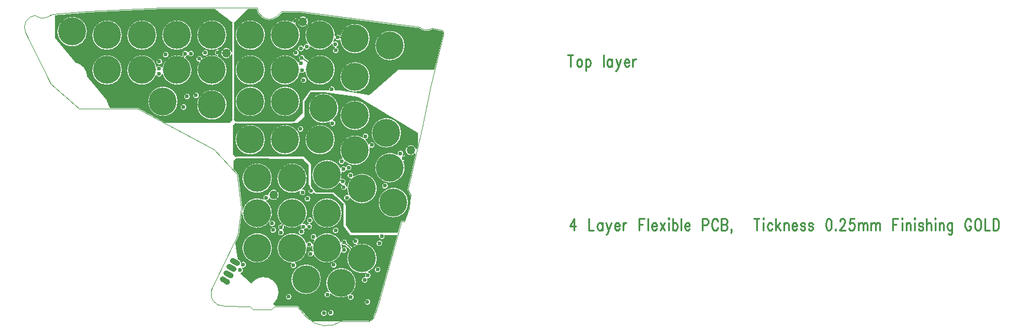
<source format=gbr>
*
*
G04 PADS 9.4.1 Build Number: 494907 generated Gerber (RS-274-X) file*
G04 PC Version=2.1*
*
%IN "MMSP_L_1.pcb"*%
*
%MOIN*%
*
%FSLAX35Y35*%
*
*
*
*
G04 PC Standard Apertures*
*
*
G04 Thermal Relief Aperture macro.*
%AMTER*
1,1,$1,0,0*
1,0,$1-$2,0,0*
21,0,$3,$4,0,0,45*
21,0,$3,$4,0,0,135*
%
*
*
G04 Annular Aperture macro.*
%AMANN*
1,1,$1,0,0*
1,0,$2,0,0*
%
*
*
G04 Odd Aperture macro.*
%AMODD*
1,1,$1,0,0*
1,0,$1-0.005,0,0*
%
*
*
G04 PC Custom Aperture Macros*
*
*
*
*
*
*
G04 PC Aperture Table*
*
%ADD010C,0.001*%
%ADD012C,0.00591*%
%ADD014C,0.15748*%
%ADD015C,0.05*%
%ADD016C,0.01*%
%ADD017C,0.004*%
%ADD018C,0.00787*%
%ADD019C,0.02362*%
%ADD020C,0.015*%
%ADD038C,0.03*%
*
*
*
*
G04 PC Circuitry*
G04 Layer Name MMSP_L_1.pcb - circuitry*
%LPD*%
*
*
G04 PC Custom Flashes*
G04 Layer Name MMSP_L_1.pcb - flashes*
%LPD*%
*
*
G04 PC Circuitry*
G04 Layer Name MMSP_L_1.pcb - circuitry*
%LPD*%
*
G54D10*
G01X1195522Y929134D02*
G75*
G03X1195522I-8514J0D01*
G01X1184105Y938583D02*
G03X1184105I-1822J0D01*
G01X1191585Y968504D02*
G03X1191585I-8514J0D01*
G01X1173869Y978346D02*
G03X1173869I-8515J0D01*
G01X1154184Y964567D02*
G03X1154184I-8515J0D01*
G01X1134499D02*
G03X1134499I-8515J0D01*
G01X1136467Y970669D02*
G03X1136467I-1821J0D01*
G01X1114814Y964567D02*
G03X1114814I-8515J0D01*
G01X1193554Y1017717D02*
G03X1193554I-8515J0D01*
G01X1173869Y1000000D02*
G03X1173869I-8515J0D01*
G01X1138239Y998228D02*
G03X1138239I-1822J0D01*
G01X1134499Y986220D02*
G03X1134499I-8515J0D01*
G01X1114814D02*
G03X1114814I-8515J0D01*
G01Y1003937D02*
G03X1114814I-8515J0D01*
G01X1133908Y1013583D02*
G03X1133908I-1821J0D01*
G01X1179971Y891339D02*
G03X1179971I-1821J0D01*
G01X1174263Y873031D02*
G03X1174263I-1822J0D01*
G01X1180956Y906102D02*
G03X1180956I-1822J0D01*
G01X1156349Y913386D02*
G03X1156349I-1821J0D01*
G01X1158121Y923228D02*
G03X1158121I-8515J0D01*
G01X1140404Y931299D02*
G03X1140404I-1821J0D01*
G01X1118751Y942913D02*
G03X1118751I-8515J0D01*
G01Y903543D02*
G03X1118751I-8515J0D01*
G01X1121113Y913583D02*
G03X1121113I-1822J0D01*
G01X1153593Y866929D02*
G03X1153593I-1821J0D01*
G01X1149656Y866732D02*
G03X1149656I-1821J0D01*
G01X1155168Y893898D02*
G03X1155168I-1822J0D01*
G01X1129774Y875984D02*
G03X1129774I-1821J0D01*
G01X1146310Y885827D02*
G03X1146310I-8515J0D01*
G01X1082727Y1013583D02*
G03X1082727I-1821J0D01*
G01X1093160Y1023622D02*
G03X1093160I-8514J0D01*
G01X1070522Y983071D02*
G03X1070522I-1821J0D01*
G01X1072491Y988976D02*
G03X1072491I-1822J0D01*
G01X1065601Y986220D02*
G03X1065601I-8514J0D01*
G01X1056940Y1008661D02*
G03X1056940I-1822J0D01*
G01X1060483Y1012598D02*
G03X1060483I-1822J0D01*
G01X1073475Y1023622D02*
G03X1073475I-8514J0D01*
G01X1053790D02*
G03X1053790I-8514J0D01*
G01X1034105Y1003937D02*
G03X1034105I-8514J0D01*
G01Y1023622D02*
G03X1034105I-8514J0D01*
G01X1014420Y1025591D02*
G03X1014420I-8514J0D01*
G01X1200541Y961963D02*
Y968476D01*
X1166883Y988731*
X1147996Y991289*
X1140353*
X1136861Y985959*
Y977339*
X1133089Y974163*
X1131252*
X1131119Y974029*
X1130491Y973769D02*
G03X1131119Y974029I0J887D01*
G01X1130491Y973769D02*
X1098464Y973787D01*
X1098003Y973916D02*
G03X1098464Y973787I461J758D01*
G01X1098003Y973916D02*
X1096507Y972420D01*
Y956517*
X1098065Y954958*
X1098212Y955105*
X1098835Y955365D02*
G03X1098212Y955105I5J-887D01*
G01X1098835Y955365D02*
X1135801Y955562D01*
X1136434Y955302D02*
G03X1135801Y955562I-628J-628D01*
G01X1136434Y955302D02*
X1140341Y951394D01*
X1140601Y950767D02*
G03X1140341Y951394I-887J-0D01*
G01X1140601Y950767D02*
Y938578D01*
X1141686Y937191*
X1142489Y936166D02*
G03X1141686Y937191I-1741J-536D01*
G01X1142489Y936166D02*
X1143331Y935089D01*
X1153366*
X1159499Y929352*
Y928847*
X1159999Y928387*
X1160286Y927734D02*
G03X1159999Y928387I-887J-0D01*
G01X1160286Y927734D02*
Y916609D01*
X1163421Y912255*
X1189265*
X1190916Y918472*
X1191535Y918948D02*
G03X1190916Y918472I0J-641D01*
G01X1191535Y918948D02*
X1193037D01*
G03X1196238Y932838I-27584J13669*
G01X1194764Y936285*
X1194728Y936681D02*
G03X1194764Y936285I625J-144D01*
G01X1194728Y936681D02*
X1199342Y956750D01*
X1199927Y959293D02*
G03X1199342Y956750I-3077J-632D01*
G01X1199927Y959293D02*
X1200541Y961963D01*
X1214785Y1024185D02*
G03X1214423Y1025781I-1777J437D01*
G01X1209402Y1026842*
X1201094Y1027657D02*
G03X1209402Y1026842I4690J5057D01*
G01X1201094Y1027657D02*
X1200197D01*
X1200113Y1027663D02*
G03X1200197Y1027657I84J635D01*
G01X1200113Y1027663D02*
X1133958Y1036359D01*
X1124281*
X1121520Y1033598*
X1121483Y1033564D02*
G03X1121520Y1033598I-416J487D01*
G01X1112831Y1033515D02*
G03X1121483Y1033564I4297J5144D01*
G01X1109778Y1038359D02*
G03X1112831Y1033515I5700J208D01*
G01X1109778Y1038359D02*
X1105005D01*
X1097285Y1030615*
X1097294Y1030487D02*
G03X1097285Y1030615I-887J0D01*
G01X1097294Y1030487D02*
Y976202D01*
X1097224Y975856D02*
G03X1097294Y976202I-817J346D01*
G01X1097224Y975856D02*
X1097883Y975255D01*
X1098101Y975038*
X1098249Y975050D02*
G03X1098101Y975038I0J-887D01*
G01X1098249Y975050D02*
X1130885D01*
X1135777Y979942*
Y987025*
X1139936Y992570*
X1150623*
X1154102D02*
G03X1150623I-1740J540D01*
G01X1154102D02*
X1157484D01*
X1173232Y990207*
X1173406*
X1189548Y1004381*
X1209930*
X1214784Y1024185*
X1214785D02*
X1187382Y905169*
X1188820Y910580D01*
X1182251*
X1178772D02*
G03X1182251I1740J-541D01*
G01X1178772D02*
X1163017D01*
X1162307Y910935D02*
G03X1163017Y910580I710J532D01*
G01X1162307Y910935D02*
X1158789Y915626D01*
X1158611Y916158D02*
G03X1158789Y915626I888J0D01*
G01X1158611Y916158D02*
Y928458D01*
X1152540Y934039*
X1142890*
X1142320Y934710*
X1140094Y937330D02*
G03X1142320Y934710I654J-1700D01*
G01X1140094Y937330D02*
X1139714Y937777D01*
Y938272*
X1139115Y939037*
X1138926Y939584D02*
G03X1139115Y939037I888J0D01*
G01X1138926Y939584D02*
Y950441D01*
X1135479Y953888*
X1098347Y953985*
X1096900Y952538*
Y948203*
X1099469Y945436*
X1099636Y945077D02*
G03X1099469Y945436I-636J-77D01*
G01X1099636Y945077D02*
X1101974Y925666D01*
X1101973Y925505D02*
G03X1101974Y925666I-635J85D01*
G01X1101973Y925505D02*
X1101903Y924976D01*
X1113782Y930969D02*
G03X1101903Y924976I-3546J-7741D01*
G01X1116348Y933417D02*
G03X1113782Y930969I-994J-1527D01*
G01X1117112Y931411D02*
G03X1116348Y933417I2376J2054D01*
G01X1115306Y930069D02*
G03X1117112Y931411I48J1821D01*
G01X1117647Y919035D02*
G03X1115306Y930069I-7411J4193D01*
G01X1117425Y918623D02*
G03X1117647Y919035I-1480J1062D01*
G01X1117095Y918183D02*
G03X1117425Y918623I1606J-860D01*
G01X1101736Y923726D02*
G03X1117095Y918183I8500J-498D01*
G01X1101736Y923726D02*
X1099973Y910505D01*
X1099916Y910312D02*
G03X1099973Y910505I-578J278D01*
G01X1099916Y910312D02*
X1097969Y906265D01*
X1099297Y897414*
X1099960Y897066*
X1101094Y895403D02*
G03X1099960Y897066I-2127J-233D01*
G01X1101679Y892406D02*
G03X1101094Y895403I683J1688D01*
G01X1101081Y889191D02*
G03X1101679Y892406I-490J1754D01*
G01X1101081Y889191D02*
X1106843Y883813D01*
X1119515Y871986D02*
G03X1106843Y883813I-5735J6557D01*
G01X1119515Y871986D02*
X1120556Y871014D01*
X1132826*
X1133302Y870802D02*
G03X1132826Y871014I-476J-428D01*
G01X1133302Y870802D02*
X1138825Y864654D01*
G03X1141832Y862255I10566J10156*
G01X1156950*
G03X1157692Y862733I-7559J12555*
G01X1158055Y862845D02*
G03X1157692Y862733I-0J-640D01*
G01X1158055Y862845D02*
X1173546D01*
G03X1175319Y864211I-288J2208*
G01X1177951Y871781*
X1187382Y905169*
X1096121Y1030704D02*
G03X1095881Y1030097I648J-607D01*
G01X1096121Y1030704D02*
X1086070Y1038359D01*
X1057015*
X1015041Y1036361*
X996310Y1034854*
Y1022262*
X1007924Y1008277*
X1014606Y1000232D02*
G03X1007924Y1008277I-8700J-429D01*
G01X1014606Y1000232D02*
X1025240Y987428D01*
X1027213Y982641*
X1043000*
X1043302Y982565D02*
G03X1043000Y982641I-302J-565D01*
G01X1043302Y982565D02*
X1058273Y974557D01*
X1094762*
X1096012Y975807*
X1095881Y976270D02*
G03X1096012Y975807I888J0D01*
G01X1095881Y976270D02*
Y1012751D01*
X1089697Y1013138D02*
G03X1095881Y1012751I3125J320D01*
G01X1089767Y1014189D02*
G03X1089697Y1013138I-1775J-409D01*
G01X1095881Y1014165D02*
G03X1089767Y1014189I-3059J-707D01*
G01X1095881Y1014165D02*
Y1030097D01*
X1195522Y929134D02*
G03X1195522I-8514J0D01*
G01X1184105Y938583D02*
G03X1184105I-1822J0D01*
G01X1162638Y931695D02*
G03X1164574Y944096I6653J5313D01*
G01X1161495Y933584D02*
G03X1162638Y931695I-668J-1694D01*
G01X1160779Y937207D02*
G03X1161495Y933584I8512J-199D01*
G01X1157908Y939210D02*
G03X1160779Y937207I1147J-1415D01*
G01X1156769Y940278D02*
G03X1157908Y939210I1696J667D01*
G01X1157188Y948758D02*
G03X1156769Y940278I-7582J-3876D01*
G01X1160079Y949384D02*
G03X1157188Y948758I-1221J-1353D01*
G01X1160590Y947467D02*
G03X1160079Y949384I1221J1352D01*
G01X1157978Y946437D02*
G03X1160590Y947467I880J1594D01*
G01X1157823Y942650D02*
G03X1157978Y946437I-8217J2232D01*
G01X1159612Y939530D02*
G03X1157823Y942650I-1147J1415D01*
G01X1160849Y938113D02*
G03X1159612Y939530I-1794J-318D01*
G01X1162934Y942672D02*
G03X1160849Y938113I6357J-5664D01*
G01X1164574Y944096D02*
G03X1162934Y942672I-1779J392D01*
G01X1192792Y952340D02*
G03X1192419Y955819I318J1794D01*
G01X1189251Y956219D02*
G03X1192792Y952340I-4212J-7400D01*
G01X1192419Y955819D02*
G03X1189251Y956219I-1474J1071D01*
G01X1173741Y960135D02*
G03X1173087Y962225I1062J1479D01*
G01X1159695Y952300D02*
G03X1173741Y960135I5659J6361D01*
G01X1158123Y954167D02*
G03X1159695Y952300I-249J-1805D01*
G01X1169490Y966104D02*
G03X1158123Y954167I-4136J-7443D01*
G01X1171341Y964716D02*
G03X1169490Y966104I-81J1819D01*
G01X1173087Y962225D02*
G03X1171341Y964716I-7733J-3564D01*
G01X1191585Y968504D02*
G03X1191585I-8514J0D01*
G01X1173869Y978346D02*
G03X1173869I-8515J0D01*
G01X1154184Y964567D02*
G03X1154184I-8515J0D01*
G01X1152951Y975630D02*
G03X1151061Y974487I-5313J6653D01*
X1152951Y975630I1695J-668*
G01X1134499Y964567D02*
G03X1134499I-8515J0D01*
G01X1136467Y970669D02*
G03X1136467I-1821J0D01*
G01X1114814Y964567D02*
G03X1114814I-8515J0D01*
G01X1193554Y1017717D02*
G03X1193554I-8515J0D01*
G01X1173869Y1000000D02*
G03X1173869I-8515J0D01*
G01X1138239Y998228D02*
G03X1138239I-1822J0D01*
G01X1134499Y986220D02*
G03X1134499I-8515J0D01*
G01X1137223Y1002857D02*
G03X1139236Y1009514I8446J1080D01*
G01X1134364Y1002430D02*
G03X1137223Y1002857I1266J1310D01*
G01X1133316Y1008267D02*
G03X1134364Y1002430I-7332J-4330D01*
G01X1134349Y1009363D02*
G03X1133316Y1008267I690J-1686D01*
G01X1137255Y1010847D02*
G03X1134349Y1009363I-1822J-20D01*
G01X1137255Y1010847D02*
X1139236Y1009514D01*
X1156878Y1020847D02*
G03X1157040Y1023488I8476J807D01*
G01X1153967Y1021711D02*
G03X1156878Y1020847I1742J533D01*
G01X1153410Y1020076D02*
G03X1153967Y1021711I-7741J3546D01*
G01X1154841Y1016755D02*
G03X1153410Y1020076I-510J1749D01*
G01X1154017Y1016709D02*
G03X1154841Y1016755I511J-1748D01*
G01X1152510Y1018552D02*
G03X1154017Y1016709I1821J-48D01*
G01X1140005Y1017265D02*
G03X1152510Y1018552I5664J6357D01*
G01X1136664Y1016129D02*
G03X1140005Y1017265I1525J997D01*
G01X1136367Y1017138D02*
G03X1136664Y1016129I-1524J-996D01*
G01X1138581Y1018905D02*
G03X1136367Y1017138I-392J-1779D01*
G01X1154175Y1023227D02*
G03X1138581Y1018905I-8506J395D01*
G01X1157040Y1023488D02*
G03X1154175Y1023227I-1331J-1244D01*
G01X1133010Y1030435D02*
G03X1133264Y1032615I3050J750D01*
G01X1131766Y1029873D02*
G03X1133010Y1030435I-73J1820D01*
G01X1129952Y1031155D02*
G03X1131766Y1029873I-3968J-7533D01*
G01X1133264Y1032615D02*
G03X1129952Y1031155I-1571J-922D01*
G01X1114814Y986220D02*
G03X1114814I-8515J0D01*
G01Y1003937D02*
G03X1114814I-8515J0D01*
G01X1114106Y1020223D02*
G03X1114011Y1020012I-7807J3399D01*
X1114106Y1020223I-1609J854*
G01X1133908Y1013583D02*
G03X1133908I-1821J0D01*
G01X1179971Y891339D02*
G03X1179971I-1821J0D01*
G01X1174263Y873031D02*
G03X1174263I-1822J0D01*
G01X1172650Y889814D02*
G03X1166756Y905766I-3359J7824D01*
G01X1172531Y886174D02*
G03X1172650Y889814I107J1818D01*
G01X1170973Y887252D02*
G03X1172530Y886174I-107J-1819D01*
G01X1171500Y889415D02*
G03X1170973Y887252I1138J-1423D01*
G01X1162323Y902530D02*
G03X1171500Y889415I6968J-4892D01*
G01X1162323Y902530D02*
X1159673Y904921D01*
X1157899Y905473D02*
G03X1159673Y904921I1353J1220D01*
G01X1158117Y903787D02*
G03X1157899Y905473I-8511J-244D01*
G01X1157807Y901253D02*
G03X1158117Y903787I1445J1109D01*
G01X1142069Y899582D02*
G03X1157807Y901253I7537J3961D01*
G01X1141279Y901766D02*
G03X1142069Y899582I-925J-1569D01*
G01X1141161Y904631D02*
G03X1141279Y901766I8445J-1088D01*
G01X1138418Y904098D02*
G03X1141161Y904631I1149J1414D01*
G01X1131714Y895220D02*
G03X1138418Y904098I-1793J8323D01*
G01X1129474Y895040D02*
G03X1131714Y895220I1235J-1339D01*
G01X1137956Y906362D02*
G03X1129474Y895040I-8035J-2819D01*
G01X1141361Y905825D02*
G03X1137956Y906362I-1794J-313D01*
G01X1141515Y906195D02*
G03X1141361Y905825I1595J-880D01*
G01X1142403Y908084D02*
G03X1141515Y906195I7203J-4541D01*
G01X1143747Y909721D02*
G03X1142403Y908084I-1818J122D01*
G01X1157440Y906880D02*
G03X1143747Y909721I-7834J-3337D01*
G01X1161058Y906457D02*
G03X1157440Y906880I-1806J236D01*
G01X1161058Y906457D02*
X1163708Y904066D01*
X1165962Y905474D02*
G03X1163708Y904066I3329J-7836D01*
G01X1166756Y905766D02*
G03X1165962Y905474I-1008J1517D01*
G01X1180956Y906102D02*
G03X1180956I-1822J0D01*
G01X1156349Y913386D02*
G03X1156349I-1821J0D01*
G01X1140137Y917281D02*
G03X1139391Y917364I-176J1813D01*
G01X1137992Y914635D02*
G03X1140137Y917281I1575J916D01*
G01X1136652Y913745D02*
G03X1137992Y914635I-235J1806D01*
G01X1135001Y914405D02*
G03X1136652Y913745I235J-1807D01*
G01X1134711Y916189D02*
G03X1135001Y914405I1706J-638D01*
G01X1125535Y915931D02*
G03X1134711Y916189I4386J7297D01*
G01X1125535Y915931D02*
X1125412Y915773D01*
X1124664Y913699D02*
G03X1125412Y915773I-991J1528D01*
G01X1122631Y913733D02*
G03X1124664Y913699I991J-1528D01*
G01X1123781Y917046D02*
G03X1122631Y913733I-108J-1819D01*
G01X1123781Y917046D02*
X1123905Y917204D01*
X1136071Y917340D02*
G03X1123905Y917204I-6150J5888D01*
G01X1137992Y916467D02*
G03X1136071Y917340I-1575J-916D01*
G01X1139391Y917364D02*
G03X1137992Y916467I176J-1813D01*
G01X1158121Y923228D02*
G03X1158121I-8515J0D01*
G01X1140404Y931299D02*
G03X1140404I-1821J0D01*
G01X1135700Y936660D02*
G03X1121438Y943644I-5779J6253D01*
G01X1134133Y935514D02*
G03X1135700Y936660I1694J-671D01*
G01X1121411Y943183D02*
G03X1134133Y935514I8510J-270D01*
G01X1121438Y943644D02*
G03X1121411Y943183I1790J-337D01*
G01X1118751Y942913D02*
G03X1118751I-8515J0D01*
G01Y903543D02*
G03X1118751I-8515J0D01*
G01X1121113Y913583D02*
G03X1121113I-1822J0D01*
G01X1153593Y866929D02*
G03X1153593I-1821J0D01*
G01X1149656Y866732D02*
G03X1149656I-1821J0D01*
G01X1155168Y893898D02*
G03X1155168I-1822J0D01*
G01X1129774Y875984D02*
G03X1129774I-1821J0D01*
G01X1146310Y885827D02*
G03X1146310I-8515J0D01*
G01X1163245Y877592D02*
G03X1150645Y878781I-5765J6266D01*
G01X1161220Y876209D02*
G03X1163245Y877592I1772J-422D01*
G01X1151518Y877780D02*
G03X1161220Y876209I5962J6078D01*
G01X1150645Y878781D02*
G03X1151518Y877780I-842J-1616D01*
G01X1082727Y1013583D02*
G03X1082727I-1821J0D01*
G01X1093160Y1023622D02*
G03X1093160I-8514J0D01*
G01X1070522Y983071D02*
G03X1070522I-1821J0D01*
G01X1072491Y988976D02*
G03X1072491I-1822J0D01*
G01X1065601Y986220D02*
G03X1065601I-8514J0D01*
G01X1071260Y1012273D02*
G03Y1014105I1575J916D01*
G01X1069924Y1011383D02*
G03X1071260Y1012273I-239J1806D01*
G01X1069924Y1011383D02*
X1069725Y1010994D01*
X1056742Y1001712D02*
G03X1069725Y1010994I8219J2225D01*
G01X1053269Y1001004D02*
G03X1056742Y1001712I1652J768D01*
G01X1053554Y1005928D02*
G03X1053269Y1001004I-8278J-1991D01*
G01X1056585Y1005467D02*
G03X1053554Y1005928I-1664J-743D01*
G01X1067883Y1011934D02*
G03X1056585Y1005467I-2922J-7997D01*
G01X1067883Y1011934D02*
X1068082Y1012324D01*
X1071260Y1014105D02*
G03X1068082Y1012324I-1575J-916D01*
G01X1056940Y1008661D02*
G03X1056940I-1822J0D01*
G01X1060483Y1012598D02*
G03X1060483I-1822J0D01*
G01X1073475Y1023622D02*
G03X1073475I-8514J0D01*
G01X1053790D02*
G03X1053790I-8514J0D01*
G01X1034105Y1003937D02*
G03X1034105I-8514J0D01*
G01Y1023622D02*
G03X1034105I-8514J0D01*
G01X1014420Y1025591D02*
G03X1014420I-8514J0D01*
G01X1077277Y988519D02*
G03X1077413Y988746I7369J-4267D01*
X1077277Y988519I-1626J821*
G01X1077407Y1008421D02*
G03X1079344Y1010600I7239J-4484D01*
X1077407Y1008421I-1785J-364*
G01X1191585Y968436D02*
X1200541D01*
X1191584Y968346D02*
X1200541D01*
X1191582Y968256D02*
X1200541D01*
X1191579Y968166D02*
X1200541D01*
X1191575Y968076D02*
X1200541D01*
X1191570Y967986D02*
X1200541D01*
X1191564Y967896D02*
X1200541D01*
X1191557Y967806D02*
X1200541D01*
X1191549Y967716D02*
X1200541D01*
X1191540Y967626D02*
X1200541D01*
X1191530Y967536D02*
X1200541D01*
X1191519Y967446D02*
X1200541D01*
X1191508Y967356D02*
X1200541D01*
X1191495Y967266D02*
X1200541D01*
X1191481Y967176D02*
X1200541D01*
X1191467Y967086D02*
X1200541D01*
X1191451Y966996D02*
X1200541D01*
X1191434Y966906D02*
X1200541D01*
X1191416Y966816D02*
X1200541D01*
X1191398Y966726D02*
X1200541D01*
X1191378Y966636D02*
X1200541D01*
X1191357Y966546D02*
X1200541D01*
X1191336Y966456D02*
X1200541D01*
X1191313Y966366D02*
X1200541D01*
X1191289Y966276D02*
X1200541D01*
X1191264Y966186D02*
X1200541D01*
X1191238Y966096D02*
X1200541D01*
X1191211Y966006D02*
X1200541D01*
X1191183Y965916D02*
X1200541D01*
X1191153Y965826D02*
X1200541D01*
X1191123Y965736D02*
X1200541D01*
X1191091Y965646D02*
X1200541D01*
X1191059Y965556D02*
X1200541D01*
X1191025Y965466D02*
X1200541D01*
X1190990Y965376D02*
X1200541D01*
X1190954Y965286D02*
X1200541D01*
X1190917Y965196D02*
X1200541D01*
X1190878Y965106D02*
X1200541D01*
X1190838Y965016D02*
X1200541D01*
X1190797Y964926D02*
X1200541D01*
X1190755Y964836D02*
X1200541D01*
X1190711Y964746D02*
X1200541D01*
X1190666Y964656D02*
X1200541D01*
X1190620Y964566D02*
X1200541D01*
X1190572Y964476D02*
X1200541D01*
X1190523Y964386D02*
X1200541D01*
X1190473Y964296D02*
X1200541D01*
X1190421Y964206D02*
X1200541D01*
X1190368Y964116D02*
X1200541D01*
X1190313Y964026D02*
X1200541D01*
X1190256Y963936D02*
X1200541D01*
X1190198Y963846D02*
X1200541D01*
X1190139Y963756D02*
X1200541D01*
X1190077Y963666D02*
X1200541D01*
X1190014Y963576D02*
X1200541D01*
X1189950Y963486D02*
X1200541D01*
X1189883Y963396D02*
X1200541D01*
X1189815Y963306D02*
X1200541D01*
X1189744Y963216D02*
X1200541D01*
X1189672Y963126D02*
X1200541D01*
X1189598Y963036D02*
X1200541D01*
X1189521Y962946D02*
X1200541D01*
X1189443Y962856D02*
X1200541D01*
X1189362Y962766D02*
X1200541D01*
X1189278Y962676D02*
X1200541D01*
X1189193Y962586D02*
X1200541D01*
X1189104Y962496D02*
X1200541D01*
X1189013Y962406D02*
X1200541D01*
X1188920Y962316D02*
X1200541D01*
X1188823Y962226D02*
X1200541D01*
X1188723Y962136D02*
X1200541D01*
X1188620Y962046D02*
X1200541D01*
X1188514Y961956D02*
X1200539D01*
X1188403Y961866D02*
X1200518D01*
X1197254Y961776D02*
X1200498D01*
X1197696Y961686D02*
X1200477D01*
X1191585Y968526D02*
X1200457D01*
X1197969Y961596D02*
X1200456D01*
X1198181Y961506D02*
X1200435D01*
X1198359Y961416D02*
X1200415D01*
X1198513Y961326D02*
X1200394D01*
X1198649Y961236D02*
X1200373D01*
X1198771Y961146D02*
X1200353D01*
X1198882Y961056D02*
X1200332D01*
X1198984Y960966D02*
X1200311D01*
X1191585Y968616D02*
X1200307D01*
X1199077Y960876D02*
X1200291D01*
X1199163Y960786D02*
X1200270D01*
X1199243Y960696D02*
X1200249D01*
X1199317Y960606D02*
X1200229D01*
X1199385Y960516D02*
X1200208D01*
X1199448Y960426D02*
X1200187D01*
X1199507Y960336D02*
X1200167D01*
X1191583Y968706D02*
X1200158D01*
X1199562Y960246D02*
X1200146D01*
X1199613Y960156D02*
X1200125D01*
X1199659Y960066D02*
X1200104D01*
X1199703Y959976D02*
X1200084D01*
X1199742Y959886D02*
X1200063D01*
X1199779Y959796D02*
X1200042D01*
X1199812Y959706D02*
X1200022D01*
X1191580Y968796D02*
X1200008D01*
X1199842Y959616D02*
X1200001D01*
X1199870Y959526D02*
X1199980D01*
X1199894Y959436D02*
X1199960D01*
X1199915Y959346D02*
X1199939D01*
X1191577Y968886D02*
X1199859D01*
X1191572Y968976D02*
X1199709D01*
X1191567Y969066D02*
X1199560D01*
X1191560Y969156D02*
X1199410D01*
X1199332Y956736D02*
X1199339D01*
X1199259Y956646D02*
X1199318D01*
X1199181Y956556D02*
X1199298D01*
X1199096Y956466D02*
X1199277D01*
X1191553Y969246D02*
X1199261D01*
X1199004Y956376D02*
X1199256D01*
X1198905Y956286D02*
X1199235D01*
X1198796Y956196D02*
X1199215D01*
X1198676Y956106D02*
X1199194D01*
X1198543Y956016D02*
X1199173D01*
X1198393Y955926D02*
X1199153D01*
X1198222Y955836D02*
X1199132D01*
X1198018Y955746D02*
X1199111D01*
X1191545Y969336D02*
X1199111D01*
X1197762Y955656D02*
X1199091D01*
X1197381Y955566D02*
X1199070D01*
X1194342Y955476D02*
X1199049D01*
X1194433Y955386D02*
X1199029D01*
X1194513Y955296D02*
X1199008D01*
X1194583Y955206D02*
X1198987D01*
X1194644Y955116D02*
X1198967D01*
X1191535Y969426D02*
X1198961D01*
X1194698Y955026D02*
X1198946D01*
X1194746Y954936D02*
X1198925D01*
X1194787Y954846D02*
X1198904D01*
X1194822Y954756D02*
X1198884D01*
X1194852Y954666D02*
X1198863D01*
X1194877Y954576D02*
X1198842D01*
X1194898Y954486D02*
X1198822D01*
X1191525Y969516D02*
X1198812D01*
X1194913Y954396D02*
X1198801D01*
X1194924Y954306D02*
X1198780D01*
X1194930Y954216D02*
X1198760D01*
X1194932Y954126D02*
X1198739D01*
X1194929Y954036D02*
X1198718D01*
X1194922Y953946D02*
X1198698D01*
X1194911Y953856D02*
X1198677D01*
X1191514Y969606D02*
X1198662D01*
X1194894Y953766D02*
X1198656D01*
X1194873Y953676D02*
X1198635D01*
X1194848Y953586D02*
X1198615D01*
X1194817Y953496D02*
X1198594D01*
X1194780Y953406D02*
X1198573D01*
X1194738Y953316D02*
X1198553D01*
X1194690Y953226D02*
X1198532D01*
X1191502Y969696D02*
X1198513D01*
X1194634Y953136D02*
X1198511D01*
X1194571Y953046D02*
X1198491D01*
X1194500Y952956D02*
X1198470D01*
X1194418Y952866D02*
X1198449D01*
X1194325Y952776D02*
X1198429D01*
X1194216Y952686D02*
X1198408D01*
X1194087Y952596D02*
X1198387D01*
X1193928Y952506D02*
X1198367D01*
X1191488Y969786D02*
X1198363D01*
X1193716Y952416D02*
X1198346D01*
X1193334Y952326D02*
X1198325D01*
X1192838Y952236D02*
X1198304D01*
X1192877Y952146D02*
X1198284D01*
X1192915Y952056D02*
X1198263D01*
X1192951Y951966D02*
X1198242D01*
X1192986Y951876D02*
X1198222D01*
X1191474Y969876D02*
X1198214D01*
X1193020Y951786D02*
X1198201D01*
X1193053Y951696D02*
X1198180D01*
X1193085Y951606D02*
X1198160D01*
X1193115Y951516D02*
X1198139D01*
X1193145Y951426D02*
X1198118D01*
X1193173Y951336D02*
X1198098D01*
X1193201Y951246D02*
X1198077D01*
X1191459Y969966D02*
X1198064D01*
X1193227Y951156D02*
X1198056D01*
X1193252Y951066D02*
X1198035D01*
X1193276Y950976D02*
X1198015D01*
X1193299Y950886D02*
X1197994D01*
X1193321Y950796D02*
X1197973D01*
X1193342Y950706D02*
X1197953D01*
X1193362Y950616D02*
X1197932D01*
X1191443Y970056D02*
X1197915D01*
X1193381Y950526D02*
X1197911D01*
X1193399Y950436D02*
X1197891D01*
X1193416Y950346D02*
X1197870D01*
X1193432Y950256D02*
X1197849D01*
X1193447Y950166D02*
X1197829D01*
X1193461Y950076D02*
X1197808D01*
X1193474Y949986D02*
X1197787D01*
X1193486Y949896D02*
X1197767D01*
X1191426Y970146D02*
X1197765D01*
X1193497Y949806D02*
X1197746D01*
X1193507Y949716D02*
X1197725D01*
X1193516Y949626D02*
X1197704D01*
X1193524Y949536D02*
X1197684D01*
X1193531Y949446D02*
X1197663D01*
X1193537Y949356D02*
X1197642D01*
X1193542Y949266D02*
X1197622D01*
X1191407Y970236D02*
X1197615D01*
X1193546Y949176D02*
X1197601D01*
X1193550Y949086D02*
X1197580D01*
X1193552Y948996D02*
X1197560D01*
X1193554Y948906D02*
X1197539D01*
X1193554Y948816D02*
X1197518D01*
X1193553Y948726D02*
X1197498D01*
X1193552Y948636D02*
X1197477D01*
X1191388Y970326D02*
X1197466D01*
X1193550Y948546D02*
X1197456D01*
X1193546Y948456D02*
X1197435D01*
X1193542Y948366D02*
X1197415D01*
X1193537Y948276D02*
X1197394D01*
X1193530Y948186D02*
X1197373D01*
X1193523Y948096D02*
X1197353D01*
X1193515Y948006D02*
X1197332D01*
X1191368Y970416D02*
X1197316D01*
X1193506Y947916D02*
X1197311D01*
X1193496Y947826D02*
X1197291D01*
X1193485Y947736D02*
X1197270D01*
X1193473Y947646D02*
X1197249D01*
X1193460Y947556D02*
X1197229D01*
X1193446Y947466D02*
X1197208D01*
X1193431Y947376D02*
X1197187D01*
X1191347Y970506D02*
X1197167D01*
X1193415Y947286D02*
X1197167D01*
X1193398Y947196D02*
X1197146D01*
X1193380Y947106D02*
X1197125D01*
X1193361Y947016D02*
X1197104D01*
X1193341Y946926D02*
X1197084D01*
X1193320Y946836D02*
X1197063D01*
X1193298Y946746D02*
X1197042D01*
X1193275Y946656D02*
X1197022D01*
X1191324Y970596D02*
X1197017D01*
X1193251Y946566D02*
X1197001D01*
X1193225Y946476D02*
X1196980D01*
X1193199Y946386D02*
X1196960D01*
X1193172Y946296D02*
X1196939D01*
X1193143Y946206D02*
X1196918D01*
X1193114Y946116D02*
X1196898D01*
X1193083Y946026D02*
X1196877D01*
X1191301Y970686D02*
X1196868D01*
X1193051Y945936D02*
X1196856D01*
X1193018Y945846D02*
X1196835D01*
X1192984Y945756D02*
X1196815D01*
X1192949Y945666D02*
X1196794D01*
X1192912Y945576D02*
X1196773D01*
X1192875Y945486D02*
X1196753D01*
X1192836Y945396D02*
X1196732D01*
X1191277Y970776D02*
X1196718D01*
X1192796Y945306D02*
X1196711D01*
X1192754Y945216D02*
X1196691D01*
X1192711Y945126D02*
X1196670D01*
X1192667Y945036D02*
X1196649D01*
X1192622Y944946D02*
X1196629D01*
X1192576Y944856D02*
X1196608D01*
X1192528Y944766D02*
X1196587D01*
X1191251Y970866D02*
X1196569D01*
X1192478Y944676D02*
X1196567D01*
X1192427Y944586D02*
X1196546D01*
X1192375Y944496D02*
X1196525D01*
X1192321Y944406D02*
X1196504D01*
X1192266Y944316D02*
X1196484D01*
X1192209Y944226D02*
X1196463D01*
X1188289Y961776D02*
X1196447D01*
X1192151Y944136D02*
X1196442D01*
X1192090Y944046D02*
X1196422D01*
X1191225Y970956D02*
X1196419D01*
X1192029Y943956D02*
X1196401D01*
X1191965Y943866D02*
X1196380D01*
X1191900Y943776D02*
X1196360D01*
X1191833Y943686D02*
X1196339D01*
X1194236Y955566D02*
X1196320D01*
X1191764Y943596D02*
X1196318D01*
X1191693Y943506D02*
X1196298D01*
X1191620Y943416D02*
X1196277D01*
X1191197Y971046D02*
X1196270D01*
X1191545Y943326D02*
X1196256D01*
X1194778Y932616D02*
X1196238D01*
X1194737Y932706D02*
X1196238D01*
X1194818Y932526D02*
X1196238D01*
X1194695Y932796D02*
X1196238D01*
X1194856Y932436D02*
X1196238D01*
X1194893Y932346D02*
X1196237D01*
X1194929Y932256D02*
X1196236D01*
X1191468Y943236D02*
X1196235D01*
X1194964Y932166D02*
X1196235D01*
X1194998Y932076D02*
X1196234D01*
X1195031Y931986D02*
X1196232D01*
X1195062Y931896D02*
X1196230D01*
X1195092Y931806D02*
X1196228D01*
X1195121Y931716D02*
X1196225D01*
X1195150Y931626D02*
X1196222D01*
X1195177Y931536D02*
X1196219D01*
X1194651Y932886D02*
X1196217D01*
X1195203Y931446D02*
X1196216D01*
X1191389Y943146D02*
X1196215D01*
X1195227Y931356D02*
X1196213D01*
X1195251Y931266D02*
X1196209D01*
X1195274Y931176D02*
X1196205D01*
X1195296Y931086D02*
X1196200D01*
X1195316Y930996D02*
X1196196D01*
X1191307Y943056D02*
X1196194D01*
X1195336Y930906D02*
X1196191D01*
X1195355Y930816D02*
X1196186D01*
X1195372Y930726D02*
X1196180D01*
X1194606Y932976D02*
X1196179D01*
X1195389Y930636D02*
X1196175D01*
X1191223Y942966D02*
X1196173D01*
X1195405Y930546D02*
X1196169D01*
X1195419Y930456D02*
X1196162D01*
X1195433Y930366D02*
X1196156D01*
X1191137Y942876D02*
X1196153D01*
X1195446Y930276D02*
X1196149D01*
X1195457Y930186D02*
X1196142D01*
X1194560Y933066D02*
X1196140D01*
X1195468Y930096D02*
X1196135D01*
X1191048Y942786D02*
X1196132D01*
X1195478Y930006D02*
X1196128D01*
X1191168Y971136D02*
X1196120D01*
X1195486Y929916D02*
X1196120D01*
X1195494Y929826D02*
X1196112D01*
X1190956Y942696D02*
X1196111D01*
X1195501Y929736D02*
X1196103D01*
X1194513Y933156D02*
X1196102D01*
X1195507Y929646D02*
X1196095D01*
X1190862Y942606D02*
X1196091D01*
X1195512Y929556D02*
X1196086D01*
X1195516Y929466D02*
X1196077D01*
X1190764Y942516D02*
X1196070D01*
X1195519Y929376D02*
X1196067D01*
X1194464Y933246D02*
X1196063D01*
X1195521Y929286D02*
X1196058D01*
X1190663Y942426D02*
X1196049D01*
X1195522Y929196D02*
X1196048D01*
X1195522Y929106D02*
X1196038D01*
X1190559Y942336D02*
X1196029D01*
X1195522Y929016D02*
X1196027D01*
X1194413Y933336D02*
X1196025D01*
X1195520Y928926D02*
X1196016D01*
X1190452Y942246D02*
X1196008D01*
X1195517Y928836D02*
X1196005D01*
X1188171Y961686D02*
X1196005D01*
X1195514Y928746D02*
X1195994D01*
X1190341Y942156D02*
X1195987D01*
X1194361Y933426D02*
X1195986D01*
X1195509Y928656D02*
X1195983D01*
X1195504Y928566D02*
X1195971D01*
X1191139Y971226D02*
X1195970D01*
X1190226Y942066D02*
X1195967D01*
X1195497Y928476D02*
X1195959D01*
X1194308Y933516D02*
X1195948D01*
X1195490Y928386D02*
X1195946D01*
X1190106Y941976D02*
X1195946D01*
X1194111Y955656D02*
X1195939D01*
X1195481Y928296D02*
X1195934D01*
X1189982Y941886D02*
X1195925D01*
X1195472Y928206D02*
X1195921D01*
X1194253Y933606D02*
X1195909D01*
X1195461Y928116D02*
X1195908D01*
X1189854Y941796D02*
X1195904D01*
X1195450Y928026D02*
X1195894D01*
X1189720Y941706D02*
X1195884D01*
X1195438Y927936D02*
X1195880D01*
X1194197Y933696D02*
X1195871D01*
X1195425Y927846D02*
X1195867D01*
X1189580Y941616D02*
X1195863D01*
X1195410Y927756D02*
X1195852D01*
X1189434Y941526D02*
X1195842D01*
X1195395Y927666D02*
X1195838D01*
X1194139Y933786D02*
X1195832D01*
X1195379Y927576D02*
X1195823D01*
X1189281Y941436D02*
X1195822D01*
X1191108Y971316D02*
X1195821D01*
X1195361Y927486D02*
X1195808D01*
X1189120Y941346D02*
X1195801D01*
X1194080Y933876D02*
X1195794D01*
X1195343Y927396D02*
X1195793D01*
X1188951Y941256D02*
X1195780D01*
X1195324Y927306D02*
X1195777D01*
X1195304Y927216D02*
X1195761D01*
X1188772Y941166D02*
X1195760D01*
X1194018Y933966D02*
X1195755D01*
X1195282Y927126D02*
X1195745D01*
X1188581Y941076D02*
X1195739D01*
X1188049Y961596D02*
X1195732D01*
X1195260Y927036D02*
X1195728D01*
X1188378Y940986D02*
X1195718D01*
X1193956Y934056D02*
X1195717D01*
X1195237Y926946D02*
X1195712D01*
X1188158Y940896D02*
X1195698D01*
X1195212Y926856D02*
X1195695D01*
X1193958Y955746D02*
X1195683D01*
X1193891Y934146D02*
X1195678D01*
X1195187Y926766D02*
X1195677D01*
X1187919Y940806D02*
X1195677D01*
X1191076Y971406D02*
X1195671D01*
X1195160Y926676D02*
X1195660D01*
X1187655Y940716D02*
X1195656D01*
X1195132Y926586D02*
X1195642D01*
X1193824Y934236D02*
X1195640D01*
X1187358Y940626D02*
X1195635D01*
X1195104Y926496D02*
X1195624D01*
X1187012Y940536D02*
X1195615D01*
X1195074Y926406D02*
X1195605D01*
X1193756Y934326D02*
X1195601D01*
X1186586Y940446D02*
X1195594D01*
X1195043Y926316D02*
X1195587D01*
X1185976Y940356D02*
X1195573D01*
X1195011Y926226D02*
X1195568D01*
X1193686Y934416D02*
X1195563D01*
X1182980Y940266D02*
X1195553D01*
X1194977Y926136D02*
X1195549D01*
X1183167Y940176D02*
X1195532D01*
X1194943Y926046D02*
X1195529D01*
X1193614Y934506D02*
X1195525D01*
X1191042Y971496D02*
X1195522D01*
X1187921Y961506D02*
X1195519D01*
X1183312Y940086D02*
X1195511D01*
X1194907Y925956D02*
X1195509D01*
X1183433Y939996D02*
X1195491D01*
X1194870Y925866D02*
X1195489D01*
X1193540Y934596D02*
X1195486D01*
X1193759Y955836D02*
X1195479D01*
X1183535Y939906D02*
X1195470D01*
X1194832Y925776D02*
X1195469D01*
X1183624Y939816D02*
X1195449D01*
X1194793Y925686D02*
X1195448D01*
X1193463Y934686D02*
X1195448D01*
X1183702Y939726D02*
X1195429D01*
X1194753Y925596D02*
X1195427D01*
X1193385Y934776D02*
X1195409D01*
X1183770Y939636D02*
X1195408D01*
X1194711Y925506D02*
X1195406D01*
X1183830Y939546D02*
X1195387D01*
X1194668Y925416D02*
X1195384D01*
X1191008Y971586D02*
X1195372D01*
X1193304Y934866D02*
X1195371D01*
X1183882Y939456D02*
X1195367D01*
X1194624Y925326D02*
X1195363D01*
X1183928Y939366D02*
X1195346D01*
X1187789Y961416D02*
X1195342D01*
X1194578Y925236D02*
X1195341D01*
X1193221Y934956D02*
X1195332D01*
X1183968Y939276D02*
X1195325D01*
X1194531Y925146D02*
X1195318D01*
X1193437Y955926D02*
X1195307D01*
X1184002Y939186D02*
X1195304D01*
X1194482Y925056D02*
X1195296D01*
X1193135Y935046D02*
X1195294D01*
X1184031Y939096D02*
X1195284D01*
X1194433Y924966D02*
X1195273D01*
X1184055Y939006D02*
X1195263D01*
X1193047Y935136D02*
X1195255D01*
X1194381Y924876D02*
X1195249D01*
X1184074Y938916D02*
X1195242D01*
X1194329Y924786D02*
X1195226D01*
X1190973Y971676D02*
X1195223D01*
X1184089Y938826D02*
X1195222D01*
X1192956Y935226D02*
X1195217D01*
X1194274Y924696D02*
X1195202D01*
X1184099Y938736D02*
X1195201D01*
X1187651Y961326D02*
X1195188D01*
X1184104Y938646D02*
X1195180D01*
X1192863Y935316D02*
X1195178D01*
X1194219Y924606D02*
X1195178D01*
X1184105Y938556D02*
X1195160D01*
X1192543Y956016D02*
X1195158D01*
X1194161Y924516D02*
X1195154D01*
X1192766Y935406D02*
X1195140D01*
X1184101Y938466D02*
X1195139D01*
X1194103Y924426D02*
X1195129D01*
X1184093Y938376D02*
X1195118D01*
X1194042Y924336D02*
X1195104D01*
X1192667Y935496D02*
X1195101D01*
X1184081Y938286D02*
X1195098D01*
X1193980Y924246D02*
X1195079D01*
X1184064Y938196D02*
X1195077D01*
X1190936Y971766D02*
X1195073D01*
X1192564Y935586D02*
X1195063D01*
X1184042Y938106D02*
X1195056D01*
X1193916Y924156D02*
X1195053D01*
X1187507Y961236D02*
X1195052D01*
X1184015Y938016D02*
X1195035D01*
X1193850Y924066D02*
X1195027D01*
X1192589Y956106D02*
X1195025D01*
X1192458Y935676D02*
X1195024D01*
X1183983Y937926D02*
X1195015D01*
X1193782Y923976D02*
X1195001D01*
X1183945Y937836D02*
X1194994D01*
X1192348Y935766D02*
X1194986D01*
X1193713Y923886D02*
X1194974D01*
X1183902Y937746D02*
X1194973D01*
X1183852Y937656D02*
X1194953D01*
X1193642Y923796D02*
X1194948D01*
X1192234Y935856D02*
X1194947D01*
X1188190Y937566D02*
X1194932D01*
X1187356Y961146D02*
X1194929D01*
X1190898Y971856D02*
X1194924D01*
X1193568Y923706D02*
X1194921D01*
X1188713Y937476D02*
X1194911D01*
X1192116Y935946D02*
X1194909D01*
X1192629Y956196D02*
X1194905D01*
X1193493Y923616D02*
X1194893D01*
X1189106Y937386D02*
X1194891D01*
X1191994Y936036D02*
X1194870D01*
X1189432Y937296D02*
X1194870D01*
X1193415Y923526D02*
X1194866D01*
X1189717Y937206D02*
X1194849D01*
X1193335Y923436D02*
X1194838D01*
X1191867Y936126D02*
X1194832D01*
X1189972Y937116D02*
X1194829D01*
X1187197Y961056D02*
X1194818D01*
X1193253Y923346D02*
X1194809D01*
X1190204Y937026D02*
X1194808D01*
X1192664Y956286D02*
X1194796D01*
X1191735Y936216D02*
X1194793D01*
X1190417Y936936D02*
X1194787D01*
X1193168Y923256D02*
X1194781D01*
X1190859Y971946D02*
X1194774D01*
X1190616Y936846D02*
X1194767D01*
X1191597Y936306D02*
X1194755D01*
X1193081Y923166D02*
X1194752D01*
X1190803Y936756D02*
X1194746D01*
X1191453Y936396D02*
X1194728D01*
X1190978Y936666D02*
X1194725D01*
X1192991Y923076D02*
X1194723D01*
X1187030Y960966D02*
X1194717D01*
X1191303Y936486D02*
X1194714D01*
X1191145Y936576D02*
X1194713D01*
X1192693Y956376D02*
X1194696D01*
X1192899Y922986D02*
X1194693D01*
X1192803Y922896D02*
X1194663D01*
X1192705Y922806D02*
X1194633D01*
X1190818Y972036D02*
X1194625D01*
X1186854Y960876D02*
X1194624D01*
X1192717Y956466D02*
X1194605D01*
X1192603Y922716D02*
X1194603D01*
X1192498Y922626D02*
X1194572D01*
X1192390Y922536D02*
X1194541D01*
X1186667Y960786D02*
X1194538D01*
X1192736Y956556D02*
X1194520D01*
X1192278Y922446D02*
X1194510D01*
X1192161Y922356D02*
X1194478D01*
X1190777Y972126D02*
X1194475D01*
X1186467Y960696D02*
X1194458D01*
X1192041Y922266D02*
X1194446D01*
X1192750Y956646D02*
X1194442D01*
X1191916Y922176D02*
X1194414D01*
X1186252Y960606D02*
X1194384D01*
X1191786Y922086D02*
X1194381D01*
X1192760Y956736D02*
X1194369D01*
X1191650Y921996D02*
X1194348D01*
X1190734Y972216D02*
X1194325D01*
X1186019Y960516D02*
X1194316D01*
X1191509Y921906D02*
X1194315D01*
X1192765Y956826D02*
X1194302D01*
X1191361Y921816D02*
X1194282D01*
X1185763Y960426D02*
X1194252D01*
X1191206Y921726D02*
X1194248D01*
X1192766Y956916D02*
X1194240D01*
X1191043Y921636D02*
X1194214D01*
X1185476Y960336D02*
X1194194D01*
X1192763Y957006D02*
X1194182D01*
X1190871Y921546D02*
X1194179D01*
X1190689Y972306D02*
X1194176D01*
X1190689Y921456D02*
X1194144D01*
X1185146Y960246D02*
X1194139D01*
X1192755Y957096D02*
X1194128D01*
X1190495Y921366D02*
X1194109D01*
X1184747Y960156D02*
X1194088D01*
X1192742Y957186D02*
X1194078D01*
X1190287Y921276D02*
X1194073D01*
X1184211Y960066D02*
X1194041D01*
X1190062Y921186D02*
X1194038D01*
X1192725Y957276D02*
X1194032D01*
X1190644Y972396D02*
X1194026D01*
X1189817Y921096D02*
X1194001D01*
X1175600Y959976D02*
X1193998D01*
X1192703Y957366D02*
X1193989D01*
X1189545Y921006D02*
X1193965D01*
X1175379Y959886D02*
X1193958D01*
X1192676Y957456D02*
X1193950D01*
X1189236Y920916D02*
X1193928D01*
X1174916Y959796D02*
X1193922D01*
X1192644Y957546D02*
X1193915D01*
X1188873Y920826D02*
X1193891D01*
X1173805Y959706D02*
X1193889D01*
X1192607Y957636D02*
X1193882D01*
X1190597Y972486D02*
X1193877D01*
X1173815Y959616D02*
X1193858D01*
X1188413Y920736D02*
X1193854D01*
X1192563Y957726D02*
X1193852D01*
X1173825Y959526D02*
X1193831D01*
X1192514Y957816D02*
X1193826D01*
X1187682Y920646D02*
X1193816D01*
X1173834Y959436D02*
X1193807D01*
X1192457Y957906D02*
X1193802D01*
X1173841Y959346D02*
X1193785D01*
X1192392Y957996D02*
X1193781D01*
X1160286Y920556D02*
X1193778D01*
X1173848Y959256D02*
X1193767D01*
X1192319Y958086D02*
X1193763D01*
X1173854Y959166D02*
X1193751D01*
X1192235Y958176D02*
X1193748D01*
X1160286Y920466D02*
X1193739D01*
X1173859Y959076D02*
X1193737D01*
X1192138Y958266D02*
X1193735D01*
X1190549Y972576D02*
X1193727D01*
X1173863Y958986D02*
X1193727D01*
X1192026Y958356D02*
X1193725D01*
X1173866Y958896D02*
X1193719D01*
X1191892Y958446D02*
X1193717D01*
X1173868Y958806D02*
X1193713D01*
X1191725Y958536D02*
X1193712D01*
X1173869Y958716D02*
X1193710D01*
X1191496Y958626D02*
X1193710D01*
X1160286Y920376D02*
X1193700D01*
X1160286Y920286D02*
X1193661D01*
X1160286Y920196D02*
X1193622D01*
X1160286Y920106D02*
X1193582D01*
X1190499Y972666D02*
X1193578D01*
X1160286Y920016D02*
X1193542D01*
X1160286Y919926D02*
X1193501D01*
X1160286Y919836D02*
X1193460D01*
X1190448Y972756D02*
X1193428D01*
X1160286Y919746D02*
X1193419D01*
X1160286Y919656D02*
X1193377D01*
X1160286Y919566D02*
X1193335D01*
X1160286Y919476D02*
X1193293D01*
X1190395Y972846D02*
X1193279D01*
X1160286Y919386D02*
X1193250D01*
X1160286Y919296D02*
X1193207D01*
X1160286Y919206D02*
X1193164D01*
X1190341Y972936D02*
X1193129D01*
X1160286Y919116D02*
X1193120D01*
X1160286Y919026D02*
X1193076D01*
X1190285Y973026D02*
X1192979D01*
X1192798Y952326D02*
X1192886D01*
X1190228Y973116D02*
X1192830D01*
X1192491Y955926D02*
X1192784D01*
X1190169Y973206D02*
X1192680D01*
X1190109Y973296D02*
X1192531D01*
X1192431Y955836D02*
X1192461D01*
X1190047Y973386D02*
X1192381D01*
X1189983Y973476D02*
X1192232D01*
X1189917Y973566D02*
X1192082D01*
X1189850Y973656D02*
X1191933D01*
X1189780Y973746D02*
X1191783D01*
X1189709Y973836D02*
X1191634D01*
X1189636Y973926D02*
X1191484D01*
X1160286Y918936D02*
X1191414D01*
X1189560Y974016D02*
X1191334D01*
X1160286Y918846D02*
X1191189D01*
X1189483Y974106D02*
X1191185D01*
X1160286Y918756D02*
X1191078D01*
X1189403Y974196D02*
X1191035D01*
X1160286Y918666D02*
X1191005D01*
X1160286Y918576D02*
X1190954D01*
X1160286Y918486D02*
X1190920D01*
X1160286Y918396D02*
X1190896D01*
X1189321Y974286D02*
X1190886D01*
X1160286Y918306D02*
X1190872D01*
X1160286Y918216D02*
X1190848D01*
X1160286Y918126D02*
X1190825D01*
X1160286Y918036D02*
X1190801D01*
X1160286Y917946D02*
X1190777D01*
X1160286Y917856D02*
X1190753D01*
X1189237Y974376D02*
X1190736D01*
X1160286Y917766D02*
X1190729D01*
X1160286Y917676D02*
X1190705D01*
X1160286Y917586D02*
X1190681D01*
X1160286Y917496D02*
X1190657D01*
X1160286Y917406D02*
X1190633D01*
X1160286Y917316D02*
X1190609D01*
X1189150Y974466D02*
X1190587D01*
X1160286Y917226D02*
X1190585D01*
X1160286Y917136D02*
X1190562D01*
X1160286Y917046D02*
X1190538D01*
X1160286Y916956D02*
X1190514D01*
X1160286Y916866D02*
X1190490D01*
X1160286Y916776D02*
X1190466D01*
X1160286Y916686D02*
X1190442D01*
X1189060Y974556D02*
X1190437D01*
X1160295Y916596D02*
X1190418D01*
X1160360Y916506D02*
X1190394D01*
X1173869Y958626D02*
X1190394D01*
X1160425Y916416D02*
X1190370D01*
X1160490Y916326D02*
X1190346D01*
X1160555Y916236D02*
X1190322D01*
X1160619Y916146D02*
X1190298D01*
X1188968Y974646D02*
X1190288D01*
X1160684Y916056D02*
X1190275D01*
X1160749Y915966D02*
X1190251D01*
X1160814Y915876D02*
X1190227D01*
X1160879Y915786D02*
X1190203D01*
X1160943Y915696D02*
X1190179D01*
X1173868Y958536D02*
X1190165D01*
X1161008Y915606D02*
X1190155D01*
X1188873Y974736D02*
X1190138D01*
X1161073Y915516D02*
X1190131D01*
X1161138Y915426D02*
X1190107D01*
X1161203Y915336D02*
X1190083D01*
X1161267Y915246D02*
X1190059D01*
X1161332Y915156D02*
X1190035D01*
X1161397Y915066D02*
X1190012D01*
X1173866Y958446D02*
X1189998D01*
X1188774Y974826D02*
X1189989D01*
X1161462Y914976D02*
X1189988D01*
X1161527Y914886D02*
X1189964D01*
X1161591Y914796D02*
X1189940D01*
X1161656Y914706D02*
X1189916D01*
X1161721Y914616D02*
X1189892D01*
X1161786Y914526D02*
X1189868D01*
X1173863Y958356D02*
X1189864D01*
X1161851Y914436D02*
X1189844D01*
X1188673Y974916D02*
X1189839D01*
X1161915Y914346D02*
X1189820D01*
X1161980Y914256D02*
X1189796D01*
X1162045Y914166D02*
X1189772D01*
X1173860Y958266D02*
X1189751D01*
X1162110Y914076D02*
X1189749D01*
X1162175Y913986D02*
X1189725D01*
X1162239Y913896D02*
X1189701D01*
X1188568Y975006D02*
X1189689D01*
X1162304Y913806D02*
X1189677D01*
X1173855Y958176D02*
X1189655D01*
X1162369Y913716D02*
X1189653D01*
X1162434Y913626D02*
X1189629D01*
X1162499Y913536D02*
X1189605D01*
X1162563Y913446D02*
X1189581D01*
X1173849Y958086D02*
X1189571D01*
X1162628Y913356D02*
X1189557D01*
X1188460Y975096D02*
X1189540D01*
X1162693Y913266D02*
X1189533D01*
X1162758Y913176D02*
X1189509D01*
X1173843Y957996D02*
X1189498D01*
X1162823Y913086D02*
X1189486D01*
X1162887Y912996D02*
X1189462D01*
X1162952Y912906D02*
X1189438D01*
X1173835Y957906D02*
X1189433D01*
X1163017Y912816D02*
X1189414D01*
X1188348Y975186D02*
X1189390D01*
X1163082Y912726D02*
X1189390D01*
X1173827Y957816D02*
X1189376D01*
X1163147Y912636D02*
X1189366D01*
X1163211Y912546D02*
X1189342D01*
X1173817Y957726D02*
X1189326D01*
X1163276Y912456D02*
X1189318D01*
X1163341Y912366D02*
X1189294D01*
X1173807Y957636D02*
X1189283D01*
X1163406Y912276D02*
X1189270D01*
X1173796Y957546D02*
X1189246D01*
X1188232Y975276D02*
X1189241D01*
X1189131Y956286D02*
X1189226D01*
X1173783Y957456D02*
X1189213D01*
X1188962Y956376D02*
X1189197D01*
X1173770Y957366D02*
X1189187D01*
X1188784Y956466D02*
X1189173D01*
X1186027Y957276D02*
X1189165D01*
X1188594Y956556D02*
X1189154D01*
X1186617Y957186D02*
X1189147D01*
X1188391Y956646D02*
X1189140D01*
X1187036Y957096D02*
X1189135D01*
X1188173Y956736D02*
X1189130D01*
X1187378Y957006D02*
X1189127D01*
X1187935Y956826D02*
X1189124D01*
X1187673Y956916D02*
X1189123D01*
X1188112Y975366D02*
X1189091D01*
X1187987Y975456D02*
X1188942D01*
X1187857Y975546D02*
X1188792D01*
X1187722Y975636D02*
X1188643D01*
X1187581Y975726D02*
X1188493D01*
X1187433Y975816D02*
X1188343D01*
X1187279Y975906D02*
X1188194D01*
X1187116Y975996D02*
X1188044D01*
X1186945Y976086D02*
X1187895D01*
X1186764Y976176D02*
X1187745D01*
X1186571Y976266D02*
X1187596D01*
X1186364Y976356D02*
X1187446D01*
X1186140Y976446D02*
X1187297D01*
X1185896Y976536D02*
X1187147D01*
X1185626Y976626D02*
X1186998D01*
X1185320Y976716D02*
X1186848D01*
X1184961Y976806D02*
X1186698D01*
X1184510Y976896D02*
X1186549D01*
X1183814Y976986D02*
X1186399D01*
X1160286Y920646D02*
X1186334D01*
X1173774Y977076D02*
X1186250D01*
X1173787Y977166D02*
X1186100D01*
X1173799Y977256D02*
X1185951D01*
X1183795Y937566D02*
X1185826D01*
X1173810Y977346D02*
X1185801D01*
X1173820Y977436D02*
X1185652D01*
X1160286Y920736D02*
X1185603D01*
X1173829Y977526D02*
X1185502D01*
X1173838Y977616D02*
X1185353D01*
X1183730Y937476D02*
X1185303D01*
X1173845Y977706D02*
X1185203D01*
X1160286Y920826D02*
X1185143D01*
X1173851Y977796D02*
X1185053D01*
X1183657Y937386D02*
X1184910D01*
X1173856Y977886D02*
X1184904D01*
X1160286Y920916D02*
X1184780D01*
X1173861Y977976D02*
X1184754D01*
X1173864Y978066D02*
X1184605D01*
X1183573Y937296D02*
X1184584D01*
X1160286Y921006D02*
X1184471D01*
X1173867Y978156D02*
X1184455D01*
X1173868Y978246D02*
X1184306D01*
X1183476Y937206D02*
X1184299D01*
X1160286Y921096D02*
X1184199D01*
X1173869Y978336D02*
X1184156D01*
X1182700Y940356D02*
X1184102D01*
X1173755Y957276D02*
X1184052D01*
X1183364Y937116D02*
X1184044D01*
X1173869Y978426D02*
X1184007D01*
X1160286Y921186D02*
X1183953D01*
X1173867Y978516D02*
X1183857D01*
X1183230Y937026D02*
X1183812D01*
X1160286Y921276D02*
X1183729D01*
X1173865Y978606D02*
X1183707D01*
X1183063Y936936D02*
X1183598D01*
X1173862Y978696D02*
X1183558D01*
X1160286Y921366D02*
X1183521D01*
X1177081Y940446D02*
X1183492D01*
X1173740Y957186D02*
X1183462D01*
X1173858Y978786D02*
X1183408D01*
X1182833Y936846D02*
X1183399D01*
X1160286Y921456D02*
X1183327D01*
X1173852Y978876D02*
X1183259D01*
X1177802Y936756D02*
X1183213D01*
X1160286Y921546D02*
X1183145D01*
X1173846Y978966D02*
X1183109D01*
X1177041Y940536D02*
X1183067D01*
X1173724Y957096D02*
X1183042D01*
X1177799Y936666D02*
X1183037D01*
X1160286Y921636D02*
X1182973D01*
X1173839Y979056D02*
X1182960D01*
X1177795Y936576D02*
X1182871D01*
X1173831Y979146D02*
X1182810D01*
X1160286Y921726D02*
X1182810D01*
X1176999Y940626D02*
X1182721D01*
X1177790Y936486D02*
X1182713D01*
X1173706Y957006D02*
X1182701D01*
X1173822Y979236D02*
X1182661D01*
X1160286Y921816D02*
X1182655D01*
X1177784Y936396D02*
X1182563D01*
X1173812Y979326D02*
X1182511D01*
X1160286Y921906D02*
X1182507D01*
X1176956Y940716D02*
X1182424D01*
X1177777Y936306D02*
X1182419D01*
X1173688Y956916D02*
X1182406D01*
X1160286Y921996D02*
X1182366D01*
X1173801Y979416D02*
X1182362D01*
X1173760Y976986D02*
X1182327D01*
X1177769Y936216D02*
X1182281D01*
X1160286Y922086D02*
X1182230D01*
X1173790Y979506D02*
X1182212D01*
X1176912Y940806D02*
X1182160D01*
X1177760Y936126D02*
X1182149D01*
X1173669Y956826D02*
X1182144D01*
X1160286Y922176D02*
X1182100D01*
X1173777Y979596D02*
X1182062D01*
X1177750Y936036D02*
X1182022D01*
X1160286Y922266D02*
X1181975D01*
X1175763Y960066D02*
X1181931D01*
X1176866Y940896D02*
X1181921D01*
X1173763Y979686D02*
X1181913D01*
X1173648Y956736D02*
X1181906D01*
X1177739Y935946D02*
X1181900D01*
X1177120Y940356D02*
X1181867D01*
X1160286Y922356D02*
X1181854D01*
X1177728Y935856D02*
X1181782D01*
X1173748Y979776D02*
X1181763D01*
X1160286Y922446D02*
X1181738D01*
X1177804Y936846D02*
X1181733D01*
X1176819Y940986D02*
X1181701D01*
X1173627Y956646D02*
X1181688D01*
X1177715Y935766D02*
X1181668D01*
X1173744Y976896D02*
X1181632D01*
X1160286Y922536D02*
X1181626D01*
X1173732Y979866D02*
X1181614D01*
X1177158Y940266D02*
X1181587D01*
X1177701Y935676D02*
X1181558D01*
X1160286Y922626D02*
X1181517D01*
X1177806Y936936D02*
X1181504D01*
X1176771Y941076D02*
X1181497D01*
X1173605Y956556D02*
X1181485D01*
X1173715Y979956D02*
X1181464D01*
X1177686Y935586D02*
X1181452D01*
X1160286Y922716D02*
X1181412D01*
X1177195Y940176D02*
X1181400D01*
X1175895Y960156D02*
X1181394D01*
X1177671Y935496D02*
X1181349D01*
X1177806Y937026D02*
X1181337D01*
X1173698Y980046D02*
X1181315D01*
X1160286Y922806D02*
X1181311D01*
X1176722Y941166D02*
X1181307D01*
X1173581Y956466D02*
X1181295D01*
X1177230Y940086D02*
X1181255D01*
X1177654Y935406D02*
X1181250D01*
X1160286Y922896D02*
X1181212D01*
X1177805Y937116D02*
X1181203D01*
X1173728Y976806D02*
X1181180D01*
X1173679Y980136D02*
X1181165D01*
X1177636Y935316D02*
X1181153D01*
X1177264Y939996D02*
X1181134D01*
X1176670Y941256D02*
X1181128D01*
X1160286Y922986D02*
X1181117D01*
X1173556Y956376D02*
X1181117D01*
X1177804Y937206D02*
X1181090D01*
X1177617Y935226D02*
X1181059D01*
X1177298Y939906D02*
X1181032D01*
X1160286Y923076D02*
X1181025D01*
X1173659Y980226D02*
X1181016D01*
X1176006Y960246D02*
X1180996D01*
X1177801Y937296D02*
X1180994D01*
X1177598Y935136D02*
X1180969D01*
X1176618Y941346D02*
X1180958D01*
X1173531Y956286D02*
X1180948D01*
X1177330Y939816D02*
X1180943D01*
X1160286Y923166D02*
X1180935D01*
X1177798Y937386D02*
X1180910D01*
X1177577Y935046D02*
X1180881D01*
X1173638Y980316D02*
X1180866D01*
X1177360Y939726D02*
X1180865D01*
X1160286Y923256D02*
X1180848D01*
X1177793Y937476D02*
X1180836D01*
X1173711Y976716D02*
X1180821D01*
X1176564Y941436D02*
X1180798D01*
X1177390Y939636D02*
X1180797D01*
X1177555Y934956D02*
X1180795D01*
X1173504Y956196D02*
X1180788D01*
X1177788Y937566D02*
X1180772D01*
X1160286Y923346D02*
X1180763D01*
X1177419Y939546D02*
X1180737D01*
X1173616Y980406D02*
X1180717D01*
X1177781Y937656D02*
X1180715D01*
X1177532Y934866D02*
X1180712D01*
X1177446Y939456D02*
X1180685D01*
X1160286Y923436D02*
X1180681D01*
X1176101Y960336D02*
X1180666D01*
X1177774Y937746D02*
X1180665D01*
X1176508Y941526D02*
X1180645D01*
X1177473Y939366D02*
X1180639D01*
X1173476Y956106D02*
X1180635D01*
X1177508Y934776D02*
X1180631D01*
X1177766Y937836D02*
X1180622D01*
X1160286Y923526D02*
X1180601D01*
X1177498Y939276D02*
X1180599D01*
X1177756Y937926D02*
X1180584D01*
X1173593Y980496D02*
X1180567D01*
X1177523Y939186D02*
X1180565D01*
X1177483Y934686D02*
X1180553D01*
X1177746Y938016D02*
X1180552D01*
X1177546Y939096D02*
X1180536D01*
X1177735Y938106D02*
X1180525D01*
X1160286Y923616D02*
X1180523D01*
X1173693Y976626D02*
X1180515D01*
X1177568Y939006D02*
X1180512D01*
X1177723Y938196D02*
X1180503D01*
X1176451Y941616D02*
X1180499D01*
X1177589Y938916D02*
X1180493D01*
X1173448Y956016D02*
X1180490D01*
X1177709Y938286D02*
X1180486D01*
X1177610Y938826D02*
X1180478D01*
X1177457Y934596D02*
X1180476D01*
X1177695Y938376D02*
X1180474D01*
X1177629Y938736D02*
X1180468D01*
X1177680Y938466D02*
X1180466D01*
X1177647Y938646D02*
X1180463D01*
X1177664Y938556D02*
X1180462D01*
X1160286Y923706D02*
X1180448D01*
X1173569Y980586D02*
X1180417D01*
X1177430Y934506D02*
X1180402D01*
X1176184Y960426D02*
X1180379D01*
X1160286Y923796D02*
X1180374D01*
X1176392Y941706D02*
X1180359D01*
X1173418Y955926D02*
X1180350D01*
X1177402Y934416D02*
X1180330D01*
X1160286Y923886D02*
X1180303D01*
X1173544Y980676D02*
X1180268D01*
X1177373Y934326D02*
X1180260D01*
X1173674Y976536D02*
X1180245D01*
X1160286Y923976D02*
X1180233D01*
X1176332Y941796D02*
X1180225D01*
X1173386Y955836D02*
X1180217D01*
X1177342Y934236D02*
X1180191D01*
X1160286Y924066D02*
X1180166D01*
X1177311Y934146D02*
X1180125D01*
X1176257Y960516D02*
X1180123D01*
X1173518Y980766D02*
X1180118D01*
X1160286Y924156D02*
X1180100D01*
X1176270Y941886D02*
X1180096D01*
X1173354Y955746D02*
X1180088D01*
X1177278Y934056D02*
X1180060D01*
X1160286Y924246D02*
X1180036D01*
X1173654Y976446D02*
X1180001D01*
X1177244Y933966D02*
X1179997D01*
X1160286Y924336D02*
X1179974D01*
X1176206Y941976D02*
X1179973D01*
X1173491Y980856D02*
X1179969D01*
X1173321Y955656D02*
X1179965D01*
X1177209Y933876D02*
X1179936D01*
X1160286Y924426D02*
X1179913D01*
X1176320Y960606D02*
X1179890D01*
X1177173Y933786D02*
X1179877D01*
X1160286Y924516D02*
X1179854D01*
X1176141Y942066D02*
X1179853D01*
X1173286Y955566D02*
X1179846D01*
X1173462Y980946D02*
X1179819D01*
X1177135Y933696D02*
X1179819D01*
X1160286Y924606D02*
X1179797D01*
X1173633Y976356D02*
X1179778D01*
X1177097Y933606D02*
X1179762D01*
X1160286Y924696D02*
X1179741D01*
X1176073Y942156D02*
X1179738D01*
X1173251Y955476D02*
X1179731D01*
X1177057Y933516D02*
X1179708D01*
X1160286Y924786D02*
X1179687D01*
X1176377Y960696D02*
X1179675D01*
X1173433Y981036D02*
X1179670D01*
X1177016Y933426D02*
X1179654D01*
X1160286Y924876D02*
X1179634D01*
X1176004Y942246D02*
X1179627D01*
X1173214Y955386D02*
X1179620D01*
X1176974Y933336D02*
X1179602D01*
X1160286Y924966D02*
X1179583D01*
X1173611Y976266D02*
X1179571D01*
X1176930Y933246D02*
X1179552D01*
X1160286Y925056D02*
X1179533D01*
X1173402Y981126D02*
X1179520D01*
X1175933Y942336D02*
X1179519D01*
X1173176Y955296D02*
X1179513D01*
X1176885Y933156D02*
X1179503D01*
X1160286Y925146D02*
X1179485D01*
X1176426Y960786D02*
X1179475D01*
X1176839Y933066D02*
X1179456D01*
X1160286Y925236D02*
X1179438D01*
X1175860Y942426D02*
X1179415D01*
X1176791Y932976D02*
X1179409D01*
X1173136Y955206D02*
X1179409D01*
X1160286Y925326D02*
X1179392D01*
X1173588Y976176D02*
X1179378D01*
X1173371Y981216D02*
X1179371D01*
X1176742Y932886D02*
X1179365D01*
X1160286Y925416D02*
X1179348D01*
X1176691Y932796D02*
X1179321D01*
X1175784Y942516D02*
X1179315D01*
X1173096Y955116D02*
X1179308D01*
X1160286Y925506D02*
X1179305D01*
X1176469Y960876D02*
X1179288D01*
X1176639Y932706D02*
X1179279D01*
X1160286Y925596D02*
X1179263D01*
X1176586Y932616D02*
X1179238D01*
X1160286Y925686D02*
X1179223D01*
X1173338Y981306D02*
X1179221D01*
X1175707Y942606D02*
X1179217D01*
X1173054Y955026D02*
X1179211D01*
X1176531Y932526D02*
X1179198D01*
X1173563Y976086D02*
X1179197D01*
X1160286Y925776D02*
X1179183D01*
X1176474Y932436D02*
X1179160D01*
X1160286Y925866D02*
X1179145D01*
X1175627Y942696D02*
X1179123D01*
X1176416Y932346D02*
X1179122D01*
X1173011Y954936D02*
X1179117D01*
X1176506Y960966D02*
X1179111D01*
X1160286Y925956D02*
X1179109D01*
X1176357Y932256D02*
X1179086D01*
X1160286Y926046D02*
X1179073D01*
X1173304Y981396D02*
X1179071D01*
X1176295Y932166D02*
X1179051D01*
X1160286Y926136D02*
X1179038D01*
X1175545Y942786D02*
X1179031D01*
X1173538Y975996D02*
X1179025D01*
X1172966Y954846D02*
X1179025D01*
X1176232Y932076D02*
X1179018D01*
X1160286Y926226D02*
X1179005D01*
X1176167Y931986D02*
X1178985D01*
X1160286Y926316D02*
X1178973D01*
X1176101Y931896D02*
X1178954D01*
X1176537Y961056D02*
X1178945D01*
X1160286Y926406D02*
X1178942D01*
X1175461Y942876D02*
X1178942D01*
X1172920Y954756D02*
X1178936D01*
X1176032Y931806D02*
X1178923D01*
X1173269Y981486D02*
X1178922D01*
X1160286Y926496D02*
X1178912D01*
X1175962Y931716D02*
X1178894D01*
X1160286Y926586D02*
X1178883D01*
X1175889Y931626D02*
X1178866D01*
X1173512Y975906D02*
X1178863D01*
X1160286Y926676D02*
X1178856D01*
X1175374Y942966D02*
X1178855D01*
X1172873Y954666D02*
X1178850D01*
X1175815Y931536D02*
X1178839D01*
X1160286Y926766D02*
X1178829D01*
X1175738Y931446D02*
X1178813D01*
X1160286Y926856D02*
X1178804D01*
X1175660Y931356D02*
X1178788D01*
X1176564Y961146D02*
X1178786D01*
X1160286Y926946D02*
X1178779D01*
X1173233Y981576D02*
X1178772D01*
X1175285Y943056D02*
X1178771D01*
X1172825Y954576D02*
X1178766D01*
X1175579Y931266D02*
X1178765D01*
X1160286Y927036D02*
X1178756D01*
X1175495Y931176D02*
X1178742D01*
X1160286Y927126D02*
X1178733D01*
X1175409Y931086D02*
X1178720D01*
X1160286Y927216D02*
X1178712D01*
X1173484Y975816D02*
X1178708D01*
X1175321Y930996D02*
X1178699D01*
X1160286Y927306D02*
X1178692D01*
X1175192Y943146D02*
X1178690D01*
X1172775Y954486D02*
X1178685D01*
X1175230Y930906D02*
X1178680D01*
X1160286Y927396D02*
X1178673D01*
X1175136Y930816D02*
X1178661D01*
X1160286Y927486D02*
X1178654D01*
X1175039Y930726D02*
X1178643D01*
X1160286Y927576D02*
X1178637D01*
X1176585Y961236D02*
X1178635D01*
X1174939Y930636D02*
X1178627D01*
X1173195Y981666D02*
X1178623D01*
X1160286Y927666D02*
X1178621D01*
X1174836Y930546D02*
X1178611D01*
X1175097Y943236D02*
X1178611D01*
X1172723Y954396D02*
X1178606D01*
X1160286Y927756D02*
X1178606D01*
X1174729Y930456D02*
X1178597D01*
X1160279Y927846D02*
X1178591D01*
X1174619Y930366D02*
X1178583D01*
X1160263Y927936D02*
X1178578D01*
X1174505Y930276D02*
X1178570D01*
X1160237Y928026D02*
X1178566D01*
X1173456Y975726D02*
X1178561D01*
X1174386Y930186D02*
X1178559D01*
X1160200Y928116D02*
X1178554D01*
X1174264Y930096D02*
X1178548D01*
X1160150Y928206D02*
X1178544D01*
X1174136Y930006D02*
X1178538D01*
X1160086Y928296D02*
X1178535D01*
X1174999Y943326D02*
X1178533D01*
X1174003Y929916D02*
X1178529D01*
X1172671Y954306D02*
X1178529D01*
X1160001Y928386D02*
X1178526D01*
X1173865Y929826D02*
X1178521D01*
X1159903Y928476D02*
X1178519D01*
X1173721Y929736D02*
X1178515D01*
X1170402Y928566D02*
X1178512D01*
X1173569Y929646D02*
X1178509D01*
X1170948Y928656D02*
X1178507D01*
X1173411Y929556D02*
X1178504D01*
X1171350Y928746D02*
X1178502D01*
X1173243Y929466D02*
X1178500D01*
X1171683Y928836D02*
X1178498D01*
X1173067Y929376D02*
X1178497D01*
X1171971Y928926D02*
X1178496D01*
X1172879Y929286D02*
X1178495D01*
X1172229Y929016D02*
X1178494D01*
X1172679Y929196D02*
X1178494D01*
X1172463Y929106D02*
X1178493D01*
X1176602Y961326D02*
X1178491D01*
X1173156Y981756D02*
X1178473D01*
X1174898Y943416D02*
X1178459D01*
X1172616Y954216D02*
X1178454D01*
X1173426Y975636D02*
X1178420D01*
X1174793Y943506D02*
X1178386D01*
X1172560Y954126D02*
X1178381D01*
X1176614Y961416D02*
X1178353D01*
X1173117Y981846D02*
X1178324D01*
X1174685Y943596D02*
X1178315D01*
X1172503Y954036D02*
X1178310D01*
X1173395Y975546D02*
X1178285D01*
X1174573Y943686D02*
X1178246D01*
X1172444Y953946D02*
X1178242D01*
X1176622Y961506D02*
X1178220D01*
X1174458Y943776D02*
X1178179D01*
X1172383Y953856D02*
X1178175D01*
X1173075Y981936D02*
X1178174D01*
X1173363Y975456D02*
X1178155D01*
X1174338Y943866D02*
X1178114D01*
X1172321Y953766D02*
X1178109D01*
X1176625Y961596D02*
X1178093D01*
X1174213Y943956D02*
X1178050D01*
X1172257Y953676D02*
X1178046D01*
X1173330Y975366D02*
X1178030D01*
X1173033Y982026D02*
X1178025D01*
X1174083Y944046D02*
X1177988D01*
X1172191Y953586D02*
X1177984D01*
X1176623Y961686D02*
X1177970D01*
X1173948Y944136D02*
X1177928D01*
X1172123Y953496D02*
X1177924D01*
X1173296Y975276D02*
X1177910D01*
X1172989Y982116D02*
X1177875D01*
X1173808Y944226D02*
X1177870D01*
X1172054Y953406D02*
X1177866D01*
X1176618Y961776D02*
X1177852D01*
X1173660Y944316D02*
X1177813D01*
X1171982Y953316D02*
X1177809D01*
X1173261Y975186D02*
X1177794D01*
X1173506Y944406D02*
X1177758D01*
X1171908Y953226D02*
X1177754D01*
X1176607Y961866D02*
X1177738D01*
X1172944Y982206D02*
X1177726D01*
X1173344Y944496D02*
X1177704D01*
X1171833Y953136D02*
X1177700D01*
X1173224Y975096D02*
X1177682D01*
X1173173Y944586D02*
X1177651D01*
X1171755Y953046D02*
X1177648D01*
X1176592Y961956D02*
X1177628D01*
X1172992Y944676D02*
X1177601D01*
X1171675Y952956D02*
X1177597D01*
X1172897Y982296D02*
X1177576D01*
X1173186Y975006D02*
X1177573D01*
X1172800Y944766D02*
X1177551D01*
X1171592Y952866D02*
X1177548D01*
X1176573Y962046D02*
X1177522D01*
X1172594Y944856D02*
X1177503D01*
X1171507Y952776D02*
X1177500D01*
X1173147Y974916D02*
X1177469D01*
X1172371Y944946D02*
X1177457D01*
X1171420Y952686D02*
X1177454D01*
X1172850Y982386D02*
X1177426D01*
X1176548Y962136D02*
X1177419D01*
X1172128Y945036D02*
X1177411D01*
X1171330Y952596D02*
X1177408D01*
X1173107Y974826D02*
X1177367D01*
X1171859Y945126D02*
X1177367D01*
X1171237Y952506D02*
X1177365D01*
X1171555Y945216D02*
X1177325D01*
X1171142Y952416D02*
X1177322D01*
X1176519Y962226D02*
X1177319D01*
X1171199Y945306D02*
X1177283D01*
X1171043Y952326D02*
X1177281D01*
X1172800Y982476D02*
X1177277D01*
X1173066Y974736D02*
X1177269D01*
X1170753Y945396D02*
X1177243D01*
X1170941Y952236D02*
X1177241D01*
X1176484Y962316D02*
X1177222D01*
X1170078Y945486D02*
X1177204D01*
X1170836Y952146D02*
X1177202D01*
X1173023Y974646D02*
X1177174D01*
X1164256Y945576D02*
X1177167D01*
X1170727Y952056D02*
X1177164D01*
X1164185Y945666D02*
X1177130D01*
X1176444Y962406D02*
X1177128D01*
X1170615Y951966D02*
X1177128D01*
X1172750Y982566D02*
X1177127D01*
X1164103Y945756D02*
X1177095D01*
X1170498Y951876D02*
X1177093D01*
X1172979Y974556D02*
X1177082D01*
X1164010Y945846D02*
X1177061D01*
X1170377Y951786D02*
X1177058D01*
X1176397Y962496D02*
X1177037D01*
X1163901Y945936D02*
X1177028D01*
X1170251Y951696D02*
X1177026D01*
X1163772Y946026D02*
X1176996D01*
X1170121Y951606D02*
X1176994D01*
X1172933Y974466D02*
X1176992D01*
X1172698Y982656D02*
X1176978D01*
X1163613Y946116D02*
X1176965D01*
X1169985Y951516D02*
X1176963D01*
X1176344Y962586D02*
X1176949D01*
X1163402Y946206D02*
X1176936D01*
X1169843Y951426D02*
X1176934D01*
X1163020Y946296D02*
X1176907D01*
X1169694Y951336D02*
X1176905D01*
X1172887Y974376D02*
X1176905D01*
X1159640Y946386D02*
X1176880D01*
X1169539Y951246D02*
X1176878D01*
X1176283Y962676D02*
X1176863D01*
X1159806Y946476D02*
X1176853D01*
X1169375Y951156D02*
X1176852D01*
X1172644Y982746D02*
X1176828D01*
X1159940Y946566D02*
X1176828D01*
X1169202Y951066D02*
X1176827D01*
X1172838Y974286D02*
X1176821D01*
X1160053Y946656D02*
X1176804D01*
X1169019Y950976D02*
X1176803D01*
X1160149Y946746D02*
X1176781D01*
X1176214Y962766D02*
X1176780D01*
X1168824Y950886D02*
X1176780D01*
X1160233Y946836D02*
X1176759D01*
X1168615Y950796D02*
X1176758D01*
X1172789Y974196D02*
X1176739D01*
X1160306Y946926D02*
X1176738D01*
X1168389Y950706D02*
X1176737D01*
X1162072Y947016D02*
X1176718D01*
X1168142Y950616D02*
X1176717D01*
X1176136Y962856D02*
X1176699D01*
X1162431Y947106D02*
X1176699D01*
X1167867Y950526D02*
X1176698D01*
X1162639Y947196D02*
X1176681D01*
X1167555Y950436D02*
X1176680D01*
X1172589Y982836D02*
X1176679D01*
X1162795Y947286D02*
X1176664D01*
X1167185Y950346D02*
X1176663D01*
X1172738Y974106D02*
X1176659D01*
X1162923Y947376D02*
X1176648D01*
X1166714Y950256D02*
X1176647D01*
X1163031Y947466D02*
X1176633D01*
X1165926Y950166D02*
X1176632D01*
X1176046Y962946D02*
X1176620D01*
X1163124Y947556D02*
X1176619D01*
X1163129Y950076D02*
X1176618D01*
X1163205Y947646D02*
X1176606D01*
X1163210Y949986D02*
X1176605D01*
X1163276Y947736D02*
X1176594D01*
X1163280Y949896D02*
X1176593D01*
X1163338Y947826D02*
X1176583D01*
X1163342Y949806D02*
X1176582D01*
X1172685Y974016D02*
X1176581D01*
X1163393Y947916D02*
X1176573D01*
X1163396Y949716D02*
X1176572D01*
X1163441Y948006D02*
X1176564D01*
X1163444Y949626D02*
X1176563D01*
X1163483Y948096D02*
X1176556D01*
X1163486Y949536D02*
X1176555D01*
X1163519Y948186D02*
X1176548D01*
X1163521Y949446D02*
X1176548D01*
X1175942Y963036D02*
X1176544D01*
X1163550Y948276D02*
X1176542D01*
X1163552Y949356D02*
X1176542D01*
X1163576Y948366D02*
X1176537D01*
X1163577Y949266D02*
X1176537D01*
X1163596Y948456D02*
X1176533D01*
X1163597Y949176D02*
X1176532D01*
X1172532Y982926D02*
X1176529D01*
X1163612Y948546D02*
X1176529D01*
X1163613Y949086D02*
X1176529D01*
X1163623Y948636D02*
X1176527D01*
X1163624Y948996D02*
X1176527D01*
X1163630Y948726D02*
X1176525D01*
X1163631Y948906D02*
X1176525D01*
X1163633Y948816D02*
X1176525D01*
X1172632Y973926D02*
X1176506D01*
X1175819Y963126D02*
X1176470D01*
X1172576Y973836D02*
X1176433D01*
X1175671Y963216D02*
X1176397D01*
X1172474Y983016D02*
X1176380D01*
X1172519Y973746D02*
X1176361D01*
X1175479Y963306D02*
X1176327D01*
X1172461Y973656D02*
X1176292D01*
X1175182Y963396D02*
X1176259D01*
X1172414Y983106D02*
X1176230D01*
X1172400Y973566D02*
X1176224D01*
X1172370Y963486D02*
X1176192D01*
X1172338Y973476D02*
X1176159D01*
X1172307Y963576D02*
X1176127D01*
X1172275Y973386D02*
X1176095D01*
X1172353Y983196D02*
X1176081D01*
X1172243Y963666D02*
X1176064D01*
X1172209Y973296D02*
X1176033D01*
X1172177Y963756D02*
X1176003D01*
X1172142Y973206D02*
X1175972D01*
X1172108Y963846D02*
X1175943D01*
X1172290Y983286D02*
X1175931D01*
X1172073Y973116D02*
X1175914D01*
X1172038Y963936D02*
X1175885D01*
X1172002Y973026D02*
X1175856D01*
X1171966Y964026D02*
X1175829D01*
X1171929Y972936D02*
X1175801D01*
X1172225Y983376D02*
X1175781D01*
X1171892Y964116D02*
X1175774D01*
X1171854Y972846D02*
X1175747D01*
X1171816Y964206D02*
X1175721D01*
X1171777Y972756D02*
X1175694D01*
X1171738Y964296D02*
X1175669D01*
X1171697Y972666D02*
X1175643D01*
X1172158Y983466D02*
X1175632D01*
X1171657Y964386D02*
X1175618D01*
X1171615Y972576D02*
X1175593D01*
X1171574Y964476D02*
X1175569D01*
X1171531Y972486D02*
X1175545D01*
X1171489Y964566D02*
X1175522D01*
X1171445Y972396D02*
X1175498D01*
X1172089Y983556D02*
X1175482D01*
X1171401Y964656D02*
X1175475D01*
X1171355Y972306D02*
X1175452D01*
X1171601Y964746D02*
X1175430D01*
X1171263Y972216D02*
X1175408D01*
X1171916Y964836D02*
X1175387D01*
X1171168Y972126D02*
X1175365D01*
X1172113Y964926D02*
X1175345D01*
X1172019Y983646D02*
X1175333D01*
X1171071Y972036D02*
X1175323D01*
X1172265Y965016D02*
X1175303D01*
X1170970Y971946D02*
X1175283D01*
X1172389Y965106D02*
X1175264D01*
X1170865Y971856D02*
X1175244D01*
X1172495Y965196D02*
X1175225D01*
X1170758Y971766D02*
X1175206D01*
X1172586Y965286D02*
X1175188D01*
X1171946Y983736D02*
X1175183D01*
X1170646Y971676D02*
X1175169D01*
X1172665Y965376D02*
X1175152D01*
X1170531Y971586D02*
X1175134D01*
X1172735Y965466D02*
X1175117D01*
X1170411Y971496D02*
X1175099D01*
X1172796Y965556D02*
X1175083D01*
X1170287Y971406D02*
X1175066D01*
X1172850Y965646D02*
X1175050D01*
X1170158Y971316D02*
X1175034D01*
X1171871Y983826D02*
X1175034D01*
X1172897Y965736D02*
X1175019D01*
X1170023Y971226D02*
X1175003D01*
X1172938Y965826D02*
X1174988D01*
X1169883Y971136D02*
X1174973D01*
X1172973Y965916D02*
X1174959D01*
X1169736Y971046D02*
X1174945D01*
X1173003Y966006D02*
X1174931D01*
X1169583Y970956D02*
X1174917D01*
X1173028Y966096D02*
X1174904D01*
X1169421Y970866D02*
X1174890D01*
X1171795Y983916D02*
X1174884D01*
X1173048Y966186D02*
X1174878D01*
X1169251Y970776D02*
X1174865D01*
X1173063Y966276D02*
X1174853D01*
X1169071Y970686D02*
X1174841D01*
X1173074Y966366D02*
X1174829D01*
X1168880Y970596D02*
X1174817D01*
X1173080Y966456D02*
X1174806D01*
X1168675Y970506D02*
X1174795D01*
X1173081Y966546D02*
X1174784D01*
X1168454Y970416D02*
X1174774D01*
X1173079Y966636D02*
X1174764D01*
X1168213Y970326D02*
X1174754D01*
X1173072Y966726D02*
X1174744D01*
X1171716Y984006D02*
X1174735D01*
X1167946Y970236D02*
X1174734D01*
X1173060Y966816D02*
X1174725D01*
X1167646Y970146D02*
X1174716D01*
X1173043Y966906D02*
X1174708D01*
X1167295Y970056D02*
X1174699D01*
X1173022Y966996D02*
X1174691D01*
X1173793Y959796D02*
X1174690D01*
X1166860Y969966D02*
X1174683D01*
X1172996Y967086D02*
X1174675D01*
X1166220Y969876D02*
X1174668D01*
X1172965Y967176D02*
X1174660D01*
X1152397Y969786D02*
X1174653D01*
X1172929Y967266D02*
X1174647D01*
X1152466Y969696D02*
X1174640D01*
X1172886Y967356D02*
X1174634D01*
X1152533Y969606D02*
X1174628D01*
X1172838Y967446D02*
X1174622D01*
X1152598Y969516D02*
X1174617D01*
X1172782Y967536D02*
X1174611D01*
X1152661Y969426D02*
X1174606D01*
X1172719Y967626D02*
X1174602D01*
X1152723Y969336D02*
X1174597D01*
X1172647Y967716D02*
X1174593D01*
X1152783Y969246D02*
X1174589D01*
X1171635Y984096D02*
X1174585D01*
X1172565Y967806D02*
X1174585D01*
X1152841Y969156D02*
X1174581D01*
X1172471Y967896D02*
X1174578D01*
X1152898Y969066D02*
X1174575D01*
X1172362Y967986D02*
X1174572D01*
X1152953Y968976D02*
X1174569D01*
X1172232Y968076D02*
X1174567D01*
X1153007Y968886D02*
X1174565D01*
X1172072Y968166D02*
X1174563D01*
X1153059Y968796D02*
X1174561D01*
X1171858Y968256D02*
X1174560D01*
X1153110Y968706D02*
X1174559D01*
X1171461Y968346D02*
X1174558D01*
X1153159Y968616D02*
X1174557D01*
X1153254Y968436D02*
X1174557D01*
X1153207Y968526D02*
X1174556D01*
X1171551Y984186D02*
X1174435D01*
X1172431Y963396D02*
X1174424D01*
X1171465Y984276D02*
X1174286D01*
X1173780Y959886D02*
X1174227D01*
X1171376Y984366D02*
X1174136D01*
X1172491Y963306D02*
X1174128D01*
X1173767Y959976D02*
X1174006D01*
X1171285Y984456D02*
X1173987D01*
X1172548Y963216D02*
X1173936D01*
X1173752Y960066D02*
X1173843D01*
X1171191Y984546D02*
X1173837D01*
X1172605Y963126D02*
X1173787D01*
X1171094Y984636D02*
X1173688D01*
X1172659Y963036D02*
X1173664D01*
X1172712Y962946D02*
X1173560D01*
X1170993Y984726D02*
X1173538D01*
X1172764Y962856D02*
X1173470D01*
X1172814Y962766D02*
X1173392D01*
X1170890Y984816D02*
X1173389D01*
X1172863Y962676D02*
X1173323D01*
X1172911Y962586D02*
X1173262D01*
X1170783Y984906D02*
X1173239D01*
X1172957Y962496D02*
X1173209D01*
X1173001Y962406D02*
X1173163D01*
X1173045Y962316D02*
X1173122D01*
X1170672Y984996D02*
X1173090D01*
X1173087Y962226D02*
X1173087D01*
X1170558Y985086D02*
X1172940D01*
X1170439Y985176D02*
X1172790D01*
X1170316Y985266D02*
X1172641D01*
X1170188Y985356D02*
X1172491D01*
X1170055Y985446D02*
X1172342D01*
X1169916Y985536D02*
X1172192D01*
X1169771Y985626D02*
X1172043D01*
X1169619Y985716D02*
X1171893D01*
X1169460Y985806D02*
X1171744D01*
X1169292Y985896D02*
X1171594D01*
X1169114Y985986D02*
X1171445D01*
X1168925Y986076D02*
X1171295D01*
X1168724Y986166D02*
X1171145D01*
X1153299Y968346D02*
X1171059D01*
X1168507Y986256D02*
X1170996D01*
X1168271Y986346D02*
X1170846D01*
X1168011Y986436D02*
X1170697D01*
X1153343Y968256D02*
X1170661D01*
X1167719Y986526D02*
X1170547D01*
X1153386Y968166D02*
X1170448D01*
X1167382Y986616D02*
X1170398D01*
X1153427Y968076D02*
X1170288D01*
X1166972Y986706D02*
X1170248D01*
X1153467Y967986D02*
X1170158D01*
X1166405Y986796D02*
X1170099D01*
X1153506Y967896D02*
X1170049D01*
X1153544Y967806D02*
X1169954D01*
X1154801Y986886D02*
X1169949D01*
X1153580Y967716D02*
X1169872D01*
X1153615Y967626D02*
X1169801D01*
X1154743Y986976D02*
X1169799D01*
X1153649Y967536D02*
X1169738D01*
X1153682Y967446D02*
X1169682D01*
X1154682Y987066D02*
X1169650D01*
X1153714Y967356D02*
X1169633D01*
X1153745Y967266D02*
X1169591D01*
X1153774Y967176D02*
X1169555D01*
X1166589Y967086D02*
X1169523D01*
X1154620Y987156D02*
X1169500D01*
X1167096Y966996D02*
X1169497D01*
X1167482Y966906D02*
X1169476D01*
X1169339Y966186D02*
X1169472D01*
X1167804Y966816D02*
X1169460D01*
X1169164Y966276D02*
X1169457D01*
X1168086Y966726D02*
X1169448D01*
X1168979Y966366D02*
X1169446D01*
X1168338Y966636D02*
X1169441D01*
X1168781Y966456D02*
X1169440D01*
X1168569Y966546D02*
X1169438D01*
X1154557Y987246D02*
X1169351D01*
X1154491Y987336D02*
X1169201D01*
X1154424Y987426D02*
X1169052D01*
X1154355Y987516D02*
X1168902D01*
X1154284Y987606D02*
X1168753D01*
X1154211Y987696D02*
X1168603D01*
X1164319Y945486D02*
X1168504D01*
X1154136Y987786D02*
X1168454D01*
X1154058Y987876D02*
X1168304D01*
X1159805Y928566D02*
X1168181D01*
X1153979Y987966D02*
X1168154D01*
X1153897Y988056D02*
X1168005D01*
X1153813Y988146D02*
X1167855D01*
X1164375Y945396D02*
X1167829D01*
X1153726Y988236D02*
X1167706D01*
X1159707Y928656D02*
X1167635D01*
X1153637Y988326D02*
X1167556D01*
X1153545Y988416D02*
X1167407D01*
X1164423Y945306D02*
X1167384D01*
X1153450Y988506D02*
X1167257D01*
X1159609Y928746D02*
X1167232D01*
X1153352Y988596D02*
X1167108D01*
X1164465Y945216D02*
X1167028D01*
X1153251Y988686D02*
X1166958D01*
X1159511Y928836D02*
X1166900D01*
X1164502Y945126D02*
X1166723D01*
X1159499Y928926D02*
X1166611D01*
X1153146Y988776D02*
X1166553D01*
X1164533Y945036D02*
X1166455D01*
X1159499Y929016D02*
X1166354D01*
X1164558Y944946D02*
X1166212D01*
X1159499Y929106D02*
X1166120D01*
X1164579Y944856D02*
X1165989D01*
X1159499Y929196D02*
X1165904D01*
X1153039Y988866D02*
X1165888D01*
X1164596Y944766D02*
X1165783D01*
X1159499Y929286D02*
X1165704D01*
X1164607Y944676D02*
X1165590D01*
X1159474Y929376D02*
X1165516D01*
X1164614Y944586D02*
X1165409D01*
X1159377Y929466D02*
X1165339D01*
X1164617Y944496D02*
X1165238D01*
X1152927Y988956D02*
X1165224D01*
X1159281Y929556D02*
X1165172D01*
X1164615Y944406D02*
X1165076D01*
X1159185Y929646D02*
X1165013D01*
X1164609Y944316D02*
X1164922D01*
X1159089Y929736D02*
X1164862D01*
X1163037Y950166D02*
X1164783D01*
X1164598Y944226D02*
X1164775D01*
X1158993Y929826D02*
X1164718D01*
X1164583Y944136D02*
X1164634D01*
X1158896Y929916D02*
X1164579D01*
X1152811Y989046D02*
X1164559D01*
X1152326Y969876D02*
X1164488D01*
X1158800Y930006D02*
X1164447D01*
X1161144Y930096D02*
X1164319D01*
X1154858Y986796D02*
X1164304D01*
X1161472Y930186D02*
X1164196D01*
X1153803Y967086D02*
X1164120D01*
X1161672Y930276D02*
X1164078D01*
X1162930Y950256D02*
X1163995D01*
X1161825Y930366D02*
X1163964D01*
X1152692Y989136D02*
X1163894D01*
X1161951Y930456D02*
X1163853D01*
X1152253Y969966D02*
X1163849D01*
X1162057Y930546D02*
X1163747D01*
X1154914Y986706D02*
X1163737D01*
X1162148Y930636D02*
X1163644D01*
X1153830Y966996D02*
X1163613D01*
X1162228Y930726D02*
X1163544D01*
X1162804Y950346D02*
X1163523D01*
X1162298Y930816D02*
X1163447D01*
X1152178Y970056D02*
X1163414D01*
X1162360Y930906D02*
X1163353D01*
X1154968Y986616D02*
X1163326D01*
X1162414Y930996D02*
X1163262D01*
X1152567Y989226D02*
X1163229D01*
X1153856Y966906D02*
X1163227D01*
X1162462Y931086D02*
X1163173D01*
X1162650Y950436D02*
X1163154D01*
X1162503Y931176D02*
X1163088D01*
X1152101Y970146D02*
X1163063D01*
X1162538Y931266D02*
X1163004D01*
X1155020Y986526D02*
X1162989D01*
X1162568Y931356D02*
X1162923D01*
X1153881Y966816D02*
X1162905D01*
X1159212Y942606D02*
X1162876D01*
X1162594Y931446D02*
X1162844D01*
X1162447Y950526D02*
X1162842D01*
X1159387Y942516D02*
X1162798D01*
X1162614Y931536D02*
X1162768D01*
X1152022Y970236D02*
X1162762D01*
X1159525Y942426D02*
X1162723D01*
X1155071Y986436D02*
X1162698D01*
X1162629Y931626D02*
X1162693D01*
X1159641Y942336D02*
X1162650D01*
X1153906Y966726D02*
X1162623D01*
X1159740Y942246D02*
X1162579D01*
X1159412Y946296D02*
X1162571D01*
X1162109Y950616D02*
X1162567D01*
X1152438Y989316D02*
X1162565D01*
X1159825Y942156D02*
X1162509D01*
X1151941Y970326D02*
X1162496D01*
X1158967Y942696D02*
X1162469D01*
X1159900Y942066D02*
X1162442D01*
X1155121Y986346D02*
X1162438D01*
X1159966Y941976D02*
X1162376D01*
X1153929Y966636D02*
X1162370D01*
X1158633Y950706D02*
X1162320D01*
X1160024Y941886D02*
X1162313D01*
X1151857Y970416D02*
X1162255D01*
X1160075Y941796D02*
X1162251D01*
X1155169Y986256D02*
X1162202D01*
X1160120Y941706D02*
X1162190D01*
X1158017Y946206D02*
X1162189D01*
X1157859Y942786D02*
X1162146D01*
X1153951Y966546D02*
X1162140D01*
X1160158Y941616D02*
X1162132D01*
X1158804Y950796D02*
X1162093D01*
X1160191Y941526D02*
X1162074D01*
X1151771Y970506D02*
X1162034D01*
X1160219Y941436D02*
X1162019D01*
X1155216Y986166D02*
X1161985D01*
X1158031Y946116D02*
X1161978D01*
X1160242Y941346D02*
X1161965D01*
X1157881Y942876D02*
X1161947D01*
X1153972Y966456D02*
X1161928D01*
X1160259Y941256D02*
X1161912D01*
X1152303Y989406D02*
X1161900D01*
X1158941Y950886D02*
X1161884D01*
X1160273Y941166D02*
X1161861D01*
X1151682Y970596D02*
X1161829D01*
X1158044Y946026D02*
X1161819D01*
X1160282Y941076D02*
X1161811D01*
X1157903Y942966D02*
X1161795D01*
X1155261Y986076D02*
X1161783D01*
X1160286Y940986D02*
X1161763D01*
X1153992Y966366D02*
X1161730D01*
X1160286Y940896D02*
X1161716D01*
X1158055Y945936D02*
X1161690D01*
X1159056Y950976D02*
X1161689D01*
X1160281Y940806D02*
X1161671D01*
X1157923Y943056D02*
X1161670D01*
X1151590Y970686D02*
X1161637D01*
X1160272Y940716D02*
X1161627D01*
X1155305Y985986D02*
X1161595D01*
X1160258Y940626D02*
X1161584D01*
X1158066Y945846D02*
X1161581D01*
X1157942Y943146D02*
X1161564D01*
X1160371Y947016D02*
X1161550D01*
X1154011Y966276D02*
X1161544D01*
X1160240Y940536D02*
X1161542D01*
X1158393Y950616D02*
X1161513D01*
X1159154Y951066D02*
X1161506D01*
X1160217Y940446D02*
X1161502D01*
X1158076Y945756D02*
X1161487D01*
X1161438Y933606D02*
X1161486D01*
X1157960Y943236D02*
X1161472D01*
X1160188Y940356D02*
X1161463D01*
X1151496Y970776D02*
X1161457D01*
X1161063Y933696D02*
X1161447D01*
X1160155Y940266D02*
X1161425D01*
X1155348Y985896D02*
X1161417D01*
X1154759Y933786D02*
X1161410D01*
X1158085Y945666D02*
X1161406D01*
X1157978Y943326D02*
X1161392D01*
X1160116Y940176D02*
X1161388D01*
X1154663Y933876D02*
X1161374D01*
X1154029Y966186D02*
X1161370D01*
X1160071Y940086D02*
X1161353D01*
X1154567Y933966D02*
X1161339D01*
X1158093Y945576D02*
X1161334D01*
X1159239Y951156D02*
X1161334D01*
X1157994Y943416D02*
X1161323D01*
X1160020Y939996D02*
X1161318D01*
X1154471Y934056D02*
X1161305D01*
X1151398Y970866D02*
X1161287D01*
X1159961Y939906D02*
X1161285D01*
X1154375Y934146D02*
X1161272D01*
X1158099Y945486D02*
X1161271D01*
X1158009Y943506D02*
X1161261D01*
X1159894Y939816D02*
X1161253D01*
X1155390Y985806D02*
X1161249D01*
X1154278Y934236D02*
X1161241D01*
X1152163Y989496D02*
X1161235D01*
X1159818Y939726D02*
X1161222D01*
X1158105Y945396D02*
X1161216D01*
X1154182Y934326D02*
X1161210D01*
X1158023Y943596D02*
X1161207D01*
X1154045Y966096D02*
X1161204D01*
X1159732Y939636D02*
X1161193D01*
X1160427Y947106D02*
X1161191D01*
X1154086Y934416D02*
X1161181D01*
X1155981Y950526D02*
X1161175D01*
X1159314Y951246D02*
X1161170D01*
X1158110Y945306D02*
X1161167D01*
X1159631Y939546D02*
X1161164D01*
X1158036Y943686D02*
X1161160D01*
X1153990Y934506D02*
X1161153D01*
X1159804Y939456D02*
X1161136D01*
X1151298Y970956D02*
X1161126D01*
X1153894Y934596D02*
X1161125D01*
X1158114Y945216D02*
X1161125D01*
X1158049Y943776D02*
X1161119D01*
X1159978Y939366D02*
X1161110D01*
X1153797Y934686D02*
X1161099D01*
X1155430Y985716D02*
X1161090D01*
X1158117Y945126D02*
X1161089D01*
X1160116Y939276D02*
X1161084D01*
X1158060Y943866D02*
X1161083D01*
X1153701Y934776D02*
X1161074D01*
X1160232Y939186D02*
X1161060D01*
X1158119Y945036D02*
X1161058D01*
X1158070Y943956D02*
X1161053D01*
X1153605Y934866D02*
X1161051D01*
X1154061Y966006D02*
X1161047D01*
X1160330Y939096D02*
X1161037D01*
X1158121Y944946D02*
X1161032D01*
X1158080Y944046D02*
X1161028D01*
X1153509Y934956D02*
X1161028D01*
X1160416Y939006D02*
X1161015D01*
X1159379Y951336D02*
X1161014D01*
X1158121Y944856D02*
X1161011D01*
X1158088Y944136D02*
X1161008D01*
X1153413Y935046D02*
X1161006D01*
X1158120Y944766D02*
X1160995D01*
X1160491Y938916D02*
X1160993D01*
X1158096Y944226D02*
X1160993D01*
X1143295Y935136D02*
X1160985D01*
X1160477Y947196D02*
X1160984D01*
X1158118Y944676D02*
X1160983D01*
X1158102Y944316D02*
X1160982D01*
X1158116Y944586D02*
X1160976D01*
X1158108Y944406D02*
X1160975D01*
X1158112Y944496D02*
X1160974D01*
X1160557Y938826D02*
X1160973D01*
X1151194Y971046D02*
X1160972D01*
X1156060Y950436D02*
X1160972D01*
X1143225Y935226D02*
X1160965D01*
X1160615Y938736D02*
X1160954D01*
X1143154Y935316D02*
X1160947D01*
X1155469Y985626D02*
X1160938D01*
X1160666Y938646D02*
X1160936D01*
X1143084Y935406D02*
X1160929D01*
X1160710Y938556D02*
X1160919D01*
X1143013Y935496D02*
X1160912D01*
X1160749Y938466D02*
X1160903D01*
X1154076Y965916D02*
X1160897D01*
X1142943Y935586D02*
X1160896D01*
X1160782Y938376D02*
X1160887D01*
X1142872Y935676D02*
X1160882D01*
X1160809Y938286D02*
X1160873D01*
X1142802Y935766D02*
X1160868D01*
X1159437Y951426D02*
X1160866D01*
X1160832Y938196D02*
X1160860D01*
X1142731Y935856D02*
X1160855D01*
X1142661Y935946D02*
X1160843D01*
X1159528Y936036D02*
X1160832D01*
X1160520Y947286D02*
X1160827D01*
X1151086Y971136D02*
X1160826D01*
X1159785Y936126D02*
X1160823D01*
X1156136Y950346D02*
X1160818D01*
X1159963Y936216D02*
X1160814D01*
X1160104Y936306D02*
X1160806D01*
X1160222Y936396D02*
X1160799D01*
X1160322Y936486D02*
X1160793D01*
X1155507Y985536D02*
X1160793D01*
X1160409Y936576D02*
X1160788D01*
X1160485Y936666D02*
X1160784D01*
X1160551Y936756D02*
X1160780D01*
X1160779Y937206D02*
X1160779D01*
X1160610Y936846D02*
X1160778D01*
X1160745Y937116D02*
X1160777D01*
X1160661Y936936D02*
X1160777D01*
X1160706Y937026D02*
X1160777D01*
X1154090Y965826D02*
X1160754D01*
X1159487Y951516D02*
X1160724D01*
X1160558Y947376D02*
X1160699D01*
X1156211Y950256D02*
X1160692D01*
X1150975Y971226D02*
X1160686D01*
X1155543Y985446D02*
X1160654D01*
X1154103Y965736D02*
X1160616D01*
X1160590Y947466D02*
X1160591D01*
X1154856Y933696D02*
X1160590D01*
X1159531Y951606D02*
X1160588D01*
X1156283Y950166D02*
X1160585D01*
X1152016Y989586D02*
X1160570D01*
X1150860Y971316D02*
X1160551D01*
X1155579Y985356D02*
X1160521D01*
X1158704Y930096D02*
X1160509D01*
X1156353Y950076D02*
X1160493D01*
X1154115Y965646D02*
X1160485D01*
X1159570Y951696D02*
X1160457D01*
X1150741Y971406D02*
X1160422D01*
X1156421Y949986D02*
X1160412D01*
X1155613Y985266D02*
X1160393D01*
X1154126Y965556D02*
X1160358D01*
X1156488Y949896D02*
X1160342D01*
X1159602Y951786D02*
X1160332D01*
X1150618Y971496D02*
X1160298D01*
X1159270Y949806D02*
X1160280D01*
X1155646Y985176D02*
X1160270D01*
X1154136Y965466D02*
X1160236D01*
X1159552Y949716D02*
X1160226D01*
X1154952Y933606D02*
X1160216D01*
X1159630Y951876D02*
X1160211D01*
X1158608Y930186D02*
X1160182D01*
X1150489Y971586D02*
X1160178D01*
X1159739Y949626D02*
X1160178D01*
X1155678Y985086D02*
X1160151D01*
X1159885Y949536D02*
X1160136D01*
X1154145Y965376D02*
X1160119D01*
X1160006Y949446D02*
X1160101D01*
X1159652Y951966D02*
X1160094D01*
X1150355Y971676D02*
X1160063D01*
X1155709Y984996D02*
X1160036D01*
X1155048Y933516D02*
X1160006D01*
X1154153Y965286D02*
X1160005D01*
X1158512Y930276D02*
X1159982D01*
X1159670Y952056D02*
X1159982D01*
X1150216Y971766D02*
X1159951D01*
X1155738Y984906D02*
X1159926D01*
X1151863Y989676D02*
X1159906D01*
X1154161Y965196D02*
X1159896D01*
X1159683Y952146D02*
X1159873D01*
X1155144Y933426D02*
X1159848D01*
X1150070Y971856D02*
X1159843D01*
X1158415Y930366D02*
X1159828D01*
X1155767Y984816D02*
X1159819D01*
X1154167Y965106D02*
X1159790D01*
X1159691Y952236D02*
X1159768D01*
X1149918Y971946D02*
X1159739D01*
X1155240Y933336D02*
X1159719D01*
X1155795Y984726D02*
X1159715D01*
X1158319Y930456D02*
X1159703D01*
X1154172Y965016D02*
X1159687D01*
X1153130Y972036D02*
X1159638D01*
X1155821Y984636D02*
X1159615D01*
X1155337Y933246D02*
X1159611D01*
X1158223Y930546D02*
X1159597D01*
X1154176Y964926D02*
X1159588D01*
X1153429Y972126D02*
X1159540D01*
X1155846Y984546D02*
X1159518D01*
X1155433Y933156D02*
X1159517D01*
X1158127Y930636D02*
X1159505D01*
X1154180Y964836D02*
X1159492D01*
X1153621Y972216D02*
X1159445D01*
X1155529Y933066D02*
X1159436D01*
X1158030Y930726D02*
X1159425D01*
X1155871Y984456D02*
X1159424D01*
X1154182Y964746D02*
X1159398D01*
X1155625Y932976D02*
X1159364D01*
X1157934Y930816D02*
X1159355D01*
X1153771Y972306D02*
X1159353D01*
X1155894Y984366D02*
X1159332D01*
X1154183Y964656D02*
X1159308D01*
X1155722Y932886D02*
X1159302D01*
X1157838Y930906D02*
X1159294D01*
X1153893Y972396D02*
X1159264D01*
X1155818Y932796D02*
X1159247D01*
X1155916Y984276D02*
X1159244D01*
X1151701Y989766D02*
X1159241D01*
X1157742Y930996D02*
X1159239D01*
X1154184Y964566D02*
X1159220D01*
X1155914Y932706D02*
X1159198D01*
X1157646Y931086D02*
X1159192D01*
X1153998Y972486D02*
X1159177D01*
X1155937Y984186D02*
X1159158D01*
X1156010Y932616D02*
X1159156D01*
X1157549Y931176D02*
X1159151D01*
X1154183Y964476D02*
X1159134D01*
X1156106Y932526D02*
X1159120D01*
X1157453Y931266D02*
X1159115D01*
X1154088Y972576D02*
X1159093D01*
X1156203Y932436D02*
X1159089D01*
X1157357Y931356D02*
X1159085D01*
X1155957Y984096D02*
X1159074D01*
X1156299Y932346D02*
X1159063D01*
X1157261Y931446D02*
X1159060D01*
X1154182Y964386D02*
X1159051D01*
X1156395Y932256D02*
X1159042D01*
X1157165Y931536D02*
X1159040D01*
X1156491Y932166D02*
X1159026D01*
X1157068Y931626D02*
X1159024D01*
X1156587Y932076D02*
X1159015D01*
X1156972Y931716D02*
X1159013D01*
X1154166Y972666D02*
X1159012D01*
X1156684Y931986D02*
X1159008D01*
X1156876Y931806D02*
X1159007D01*
X1156780Y931896D02*
X1159005D01*
X1155976Y984006D02*
X1158993D01*
X1154180Y964296D02*
X1158971D01*
X1154235Y972756D02*
X1158932D01*
X1155994Y983916D02*
X1158914D01*
X1154176Y964206D02*
X1158892D01*
X1154296Y972846D02*
X1158855D01*
X1156011Y983826D02*
X1158837D01*
X1154172Y964116D02*
X1158816D01*
X1154349Y972936D02*
X1158780D01*
X1156028Y983736D02*
X1158763D01*
X1154167Y964026D02*
X1158742D01*
X1154396Y973026D02*
X1158707D01*
X1156043Y983646D02*
X1158690D01*
X1154160Y963936D02*
X1158670D01*
X1154437Y973116D02*
X1158636D01*
X1156057Y983556D02*
X1158619D01*
X1154153Y963846D02*
X1158600D01*
X1142591Y936036D02*
X1158582D01*
X1151531Y989856D02*
X1158576D01*
X1154471Y973206D02*
X1158567D01*
X1156070Y983466D02*
X1158551D01*
X1154145Y963756D02*
X1158532D01*
X1154501Y973296D02*
X1158499D01*
X1156082Y983376D02*
X1158484D01*
X1154136Y963666D02*
X1158466D01*
X1156553Y949806D02*
X1158446D01*
X1154525Y973386D02*
X1158434D01*
X1156093Y983286D02*
X1158419D01*
X1154126Y963576D02*
X1158401D01*
X1154545Y973476D02*
X1158370D01*
X1156103Y983196D02*
X1158356D01*
X1154115Y963486D02*
X1158339D01*
X1142520Y936126D02*
X1158326D01*
X1154560Y973566D02*
X1158308D01*
X1158003Y946296D02*
X1158305D01*
X1156113Y983106D02*
X1158294D01*
X1154103Y963396D02*
X1158277D01*
X1154570Y973656D02*
X1158248D01*
X1156121Y983016D02*
X1158234D01*
X1154090Y963306D02*
X1158218D01*
X1154576Y973746D02*
X1158190D01*
X1156128Y982926D02*
X1158176D01*
X1156616Y949716D02*
X1158165D01*
X1154076Y963216D02*
X1158160D01*
X1142473Y936216D02*
X1158147D01*
X1154577Y973836D02*
X1158133D01*
X1156134Y982836D02*
X1158120D01*
X1154061Y963126D02*
X1158104D01*
X1137519Y954216D02*
X1158092D01*
X1154574Y973926D02*
X1158077D01*
X1157987Y946386D02*
X1158077D01*
X1156140Y982746D02*
X1158064D01*
X1154045Y963036D02*
X1158049D01*
X1137429Y954306D02*
X1158038D01*
X1154567Y974016D02*
X1158023D01*
X1156144Y982656D02*
X1158011D01*
X1142440Y936306D02*
X1158006D01*
X1154028Y962946D02*
X1157996D01*
X1137339Y954396D02*
X1157985D01*
X1156677Y949626D02*
X1157977D01*
X1154555Y974106D02*
X1157971D01*
X1157836Y942696D02*
X1157963D01*
X1156148Y982566D02*
X1157959D01*
X1154010Y962856D02*
X1157945D01*
X1137249Y954486D02*
X1157934D01*
X1154538Y974196D02*
X1157920D01*
X1151350Y989946D02*
X1157912D01*
X1156150Y982476D02*
X1157908D01*
X1153991Y962766D02*
X1157894D01*
X1150305Y936396D02*
X1157889D01*
X1137159Y954576D02*
X1157884D01*
X1155935Y939186D02*
X1157879D01*
X1154517Y974286D02*
X1157870D01*
X1156152Y982386D02*
X1157859D01*
X1153971Y962676D02*
X1157846D01*
X1137069Y954666D02*
X1157835D01*
X1156736Y949536D02*
X1157831D01*
X1154490Y974376D02*
X1157822D01*
X1156152Y982296D02*
X1157811D01*
X1153950Y962586D02*
X1157798D01*
X1151023Y936486D02*
X1157788D01*
X1136979Y954756D02*
X1157788D01*
X1155853Y939096D02*
X1157780D01*
X1154459Y974466D02*
X1157775D01*
X1156152Y982206D02*
X1157765D01*
X1153928Y962496D02*
X1157752D01*
X1136889Y954846D02*
X1157742D01*
X1156015Y939276D02*
X1157734D01*
X1154422Y974556D02*
X1157730D01*
X1156151Y982116D02*
X1157720D01*
X1156794Y949446D02*
X1157710D01*
X1153905Y962406D02*
X1157707D01*
X1151480Y936576D02*
X1157702D01*
X1136799Y954936D02*
X1157698D01*
X1155768Y939006D02*
X1157694D01*
X1154379Y974646D02*
X1157686D01*
X1156148Y982026D02*
X1157676D01*
X1153881Y962316D02*
X1157664D01*
X1136709Y955026D02*
X1157655D01*
X1154330Y974736D02*
X1157643D01*
X1156145Y981936D02*
X1157633D01*
X1151842Y936666D02*
X1157626D01*
X1153856Y962226D02*
X1157622D01*
X1155681Y938916D02*
X1157619D01*
X1136619Y955116D02*
X1157613D01*
X1156851Y949356D02*
X1157608D01*
X1154274Y974826D02*
X1157602D01*
X1156141Y981846D02*
X1157592D01*
X1153829Y962136D02*
X1157581D01*
X1136529Y955206D02*
X1157572D01*
X1154210Y974916D02*
X1157561D01*
X1152150Y936756D02*
X1157559D01*
X1156093Y939366D02*
X1157556D01*
X1155592Y938826D02*
X1157553D01*
X1156136Y981756D02*
X1157552D01*
X1153802Y962046D02*
X1157541D01*
X1136439Y955296D02*
X1157533D01*
X1154138Y975006D02*
X1157522D01*
X1156905Y949266D02*
X1157519D01*
X1156130Y981666D02*
X1157513D01*
X1153774Y961956D02*
X1157503D01*
X1152421Y936846D02*
X1157500D01*
X1155499Y938736D02*
X1157495D01*
X1136336Y955386D02*
X1157495D01*
X1154055Y975096D02*
X1157485D01*
X1156123Y981576D02*
X1157476D01*
X1153744Y961866D02*
X1157466D01*
X1136187Y955476D02*
X1157458D01*
X1152666Y936936D02*
X1157449D01*
X1153960Y975186D02*
X1157448D01*
X1155404Y938646D02*
X1157444D01*
X1156959Y949176D02*
X1157441D01*
X1156115Y981486D02*
X1157440D01*
X1153713Y961776D02*
X1157430D01*
X1097457Y955566D02*
X1157422D01*
X1137609Y954126D02*
X1157419D01*
X1156168Y939456D02*
X1157415D01*
X1153849Y975276D02*
X1157413D01*
X1156106Y981396D02*
X1157405D01*
X1152890Y937026D02*
X1157404D01*
X1155306Y938556D02*
X1157400D01*
X1153682Y961686D02*
X1157395D01*
X1097367Y955656D02*
X1157388D01*
X1153718Y975366D02*
X1157378D01*
X1157011Y949086D02*
X1157373D01*
X1156096Y981306D02*
X1157371D01*
X1153098Y937116D02*
X1157365D01*
X1153649Y961596D02*
X1157361D01*
X1155204Y938466D02*
X1157361D01*
X1155901Y950616D02*
X1157355D01*
X1097277Y955746D02*
X1157354D01*
X1153555Y975456D02*
X1157345D01*
X1156085Y981216D02*
X1157338D01*
X1153291Y937206D02*
X1157331D01*
X1153615Y961506D02*
X1157329D01*
X1155099Y938376D02*
X1157328D01*
X1097187Y955836D02*
X1157322D01*
X1153335Y975546D02*
X1157313D01*
X1157061Y948996D02*
X1157313D01*
X1156073Y981126D02*
X1157306D01*
X1153473Y937296D02*
X1157303D01*
X1154991Y938286D02*
X1157301D01*
X1156242Y939546D02*
X1157298D01*
X1153579Y961416D02*
X1157298D01*
X1097097Y955926D02*
X1157291D01*
X1152958Y975636D02*
X1157283D01*
X1153645Y937386D02*
X1157280D01*
X1154879Y938196D02*
X1157278D01*
X1156061Y981036D02*
X1157276D01*
X1153543Y961326D02*
X1157267D01*
X1153808Y937476D02*
X1157262D01*
X1097007Y956016D02*
X1157261D01*
X1157110Y948906D02*
X1157260D01*
X1154762Y938106D02*
X1157260D01*
X1153069Y975726D02*
X1157253D01*
X1153962Y937566D02*
X1157248D01*
X1154642Y938016D02*
X1157247D01*
X1151159Y990036D02*
X1157247D01*
X1156047Y980946D02*
X1157246D01*
X1154110Y937656D02*
X1157239D01*
X1153505Y961236D02*
X1157238D01*
X1154517Y937926D02*
X1157238D01*
X1154251Y937746D02*
X1157234D01*
X1154387Y937836D02*
X1157234D01*
X1146624Y956106D02*
X1157232D01*
X1153176Y975816D02*
X1157224D01*
X1156032Y980856D02*
X1157218D01*
X1157158Y948816D02*
X1157214D01*
X1153466Y961146D02*
X1157210D01*
X1147227Y956196D02*
X1157204D01*
X1156313Y939636D02*
X1157198D01*
X1153279Y975906D02*
X1157197D01*
X1156016Y980766D02*
X1157191D01*
X1153426Y961056D02*
X1157183D01*
X1147650Y956286D02*
X1157178D01*
X1153379Y975996D02*
X1157171D01*
X1155999Y980676D02*
X1157165D01*
X1153385Y960966D02*
X1157158D01*
X1137699Y954036D02*
X1157155D01*
X1147995Y956376D02*
X1157152D01*
X1153476Y976086D02*
X1157145D01*
X1155981Y980586D02*
X1157140D01*
X1153342Y960876D02*
X1157133D01*
X1148291Y956466D02*
X1157128D01*
X1153571Y976176D02*
X1157121D01*
X1155963Y980496D02*
X1157116D01*
X1155817Y950706D02*
X1157115D01*
X1156382Y939726D02*
X1157111D01*
X1153298Y960786D02*
X1157109D01*
X1148554Y956556D02*
X1157104D01*
X1153662Y976266D02*
X1157098D01*
X1155943Y980406D02*
X1157093D01*
X1153253Y960696D02*
X1157086D01*
X1148793Y956646D02*
X1157082D01*
X1153750Y976356D02*
X1157076D01*
X1155922Y980316D02*
X1157071D01*
X1153206Y960606D02*
X1157065D01*
X1149012Y956736D02*
X1157060D01*
X1153836Y976446D02*
X1157055D01*
X1155900Y980226D02*
X1157050D01*
X1153159Y960516D02*
X1157044D01*
X1149216Y956826D02*
X1157040D01*
X1156450Y939816D02*
X1157035D01*
X1153920Y976536D02*
X1157034D01*
X1155877Y980136D02*
X1157030D01*
X1153109Y960426D02*
X1157025D01*
X1149406Y956916D02*
X1157021D01*
X1154001Y976626D02*
X1157015D01*
X1155853Y980046D02*
X1157011D01*
X1153058Y960336D02*
X1157006D01*
X1149585Y957006D02*
X1157002D01*
X1154080Y976716D02*
X1156997D01*
X1155828Y979956D02*
X1156993D01*
X1153006Y960246D02*
X1156988D01*
X1149754Y957096D02*
X1156985D01*
X1154157Y976806D02*
X1156980D01*
X1155802Y979866D02*
X1156976D01*
X1137789Y953946D02*
X1156974D01*
X1152952Y960156D02*
X1156972D01*
X1149914Y957186D02*
X1156969D01*
X1156516Y939906D02*
X1156968D01*
X1154231Y976896D02*
X1156964D01*
X1155775Y979776D02*
X1156961D01*
X1152897Y960066D02*
X1156956D01*
X1150067Y957276D02*
X1156953D01*
X1154304Y976986D02*
X1156949D01*
X1155747Y979686D02*
X1156946D01*
X1155732Y950796D02*
X1156944D01*
X1152840Y959976D02*
X1156942D01*
X1150213Y957366D02*
X1156939D01*
X1154374Y977076D02*
X1156935D01*
X1155717Y979596D02*
X1156932D01*
X1152782Y959886D02*
X1156928D01*
X1150353Y957456D02*
X1156925D01*
X1154443Y977166D02*
X1156922D01*
X1155687Y979506D02*
X1156919D01*
X1152722Y959796D02*
X1156916D01*
X1150486Y957546D02*
X1156913D01*
X1154510Y977256D02*
X1156910D01*
X1156580Y939996D02*
X1156910D01*
X1155655Y979416D02*
X1156907D01*
X1152660Y959706D02*
X1156904D01*
X1150615Y957636D02*
X1156902D01*
X1154575Y977346D02*
X1156899D01*
X1155622Y979326D02*
X1156896D01*
X1152597Y959616D02*
X1156893D01*
X1150739Y957726D02*
X1156891D01*
X1154638Y977436D02*
X1156889D01*
X1155588Y979236D02*
X1156886D01*
X1152531Y959526D02*
X1156884D01*
X1150858Y957816D02*
X1156882D01*
X1154699Y977526D02*
X1156879D01*
X1155553Y979146D02*
X1156877D01*
X1152464Y959436D02*
X1156875D01*
X1150973Y957906D02*
X1156873D01*
X1154759Y977616D02*
X1156871D01*
X1155517Y979056D02*
X1156869D01*
X1152395Y959346D02*
X1156867D01*
X1151084Y957996D02*
X1156866D01*
X1154817Y977706D02*
X1156864D01*
X1155480Y978966D02*
X1156862D01*
X1152325Y959256D02*
X1156861D01*
X1151192Y958086D02*
X1156859D01*
X1156642Y940086D02*
X1156858D01*
X1154874Y977796D02*
X1156858D01*
X1155441Y978876D02*
X1156856D01*
X1152252Y959166D02*
X1156855D01*
X1151296Y958176D02*
X1156854D01*
X1154929Y977886D02*
X1156852D01*
X1155401Y978786D02*
X1156851D01*
X1152177Y959076D02*
X1156850D01*
X1151396Y958266D02*
X1156849D01*
X1154982Y977976D02*
X1156848D01*
X1155360Y978696D02*
X1156847D01*
X1152100Y958986D02*
X1156846D01*
X1151494Y958356D02*
X1156845D01*
X1155035Y978066D02*
X1156844D01*
X1155317Y978606D02*
X1156844D01*
X1152021Y958896D02*
X1156843D01*
X1151588Y958446D02*
X1156842D01*
X1155085Y978156D02*
X1156842D01*
X1155274Y978516D02*
X1156841D01*
X1151939Y958806D02*
X1156841D01*
X1151680Y958536D02*
X1156841D01*
X1155134Y978246D02*
X1156840D01*
X1155228Y978426D02*
X1156840D01*
X1151855Y958716D02*
X1156840D01*
X1151769Y958626D02*
X1156840D01*
X1155182Y978336D02*
X1156840D01*
X1137879Y953856D02*
X1156831D01*
X1156702Y940176D02*
X1156813D01*
X1155644Y950886D02*
X1156807D01*
X1156761Y940266D02*
X1156774D01*
X1137969Y953766D02*
X1156713D01*
X1155553Y950976D02*
X1156692D01*
X1138059Y953676D02*
X1156612D01*
X1155459Y951066D02*
X1156594D01*
X1150953Y990126D02*
X1156582D01*
X1138149Y953586D02*
X1156525D01*
X1155362Y951156D02*
X1156509D01*
X1138239Y953496D02*
X1156448D01*
X1155263Y951246D02*
X1156434D01*
X1138329Y953406D02*
X1156381D01*
X1155160Y951336D02*
X1156369D01*
X1150774Y953316D02*
X1156322D01*
X1155054Y951426D02*
X1156311D01*
X1151302Y953226D02*
X1156270D01*
X1154944Y951516D02*
X1156261D01*
X1151696Y953136D02*
X1156225D01*
X1154830Y951606D02*
X1156217D01*
X1152024Y953046D02*
X1156186D01*
X1154712Y951696D02*
X1156179D01*
X1152309Y952956D02*
X1156152D01*
X1154589Y951786D02*
X1156146D01*
X1152565Y952866D02*
X1156123D01*
X1154462Y951876D02*
X1156118D01*
X1152797Y952776D02*
X1156100D01*
X1154330Y951966D02*
X1156096D01*
X1153011Y952686D02*
X1156081D01*
X1154192Y952056D02*
X1156078D01*
X1153211Y952596D02*
X1156067D01*
X1154048Y952146D02*
X1156065D01*
X1153397Y952506D02*
X1156058D01*
X1153898Y952236D02*
X1156057D01*
X1153573Y952416D02*
X1156053D01*
X1153739Y952326D02*
X1156053D01*
X1150732Y990216D02*
X1155917D01*
X1150490Y990306D02*
X1155253D01*
X1150223Y990396D02*
X1154588D01*
X1149922Y990486D02*
X1153923D01*
X1149570Y990576D02*
X1153259D01*
X1149131Y990666D02*
X1152594D01*
X1149757Y972036D02*
X1152382D01*
X1149588Y972126D02*
X1152083D01*
X1148483Y990756D02*
X1151929D01*
X1149410Y972216D02*
X1151890D01*
X1149220Y972306D02*
X1151741D01*
X1149016Y972396D02*
X1151618D01*
X1148798Y972486D02*
X1151514D01*
X1148559Y972576D02*
X1151424D01*
X1148297Y972666D02*
X1151345D01*
X1148001Y972756D02*
X1151276D01*
X1140063Y990846D02*
X1151264D01*
X1147658Y972846D02*
X1151216D01*
X1147237Y972936D02*
X1151162D01*
X1146640Y973026D02*
X1151116D01*
X1097202Y973116D02*
X1151075D01*
X1151012Y974466D02*
X1151053D01*
X1097292Y973206D02*
X1151040D01*
X1150795Y974376D02*
X1151022D01*
X1097382Y973296D02*
X1151011D01*
X1150560Y974286D02*
X1150995D01*
X1097472Y973386D02*
X1150986D01*
X1150301Y974196D02*
X1150974D01*
X1097562Y973476D02*
X1150967D01*
X1150010Y974106D02*
X1150957D01*
X1097652Y973566D02*
X1150952D01*
X1149674Y974016D02*
X1150945D01*
X1097742Y973656D02*
X1150942D01*
X1149266Y973926D02*
X1150937D01*
X1097832Y973746D02*
X1150936D01*
X1148705Y973836D02*
X1150934D01*
X1140122Y990936D02*
X1150600D01*
X1140181Y991026D02*
X1149935D01*
X1140240Y991116D02*
X1149270D01*
X1142401Y936396D02*
X1148908D01*
X1140299Y991206D02*
X1148605D01*
X1138419Y953316D02*
X1148438D01*
X1142356Y936486D02*
X1148189D01*
X1138509Y953226D02*
X1147911D01*
X1142305Y936576D02*
X1147733D01*
X1138599Y953136D02*
X1147516D01*
X1142246Y936666D02*
X1147371D01*
X1138689Y953046D02*
X1147189D01*
X1142180Y936756D02*
X1147063D01*
X1138779Y952956D02*
X1146903D01*
X1140004Y990756D02*
X1146793D01*
X1142104Y936846D02*
X1146792D01*
X1138869Y952866D02*
X1146648D01*
X1130830Y973836D02*
X1146571D01*
X1142018Y936936D02*
X1146547D01*
X1138959Y952776D02*
X1146416D01*
X1141918Y937026D02*
X1146322D01*
X1139049Y952686D02*
X1146201D01*
X1139945Y990666D02*
X1146144D01*
X1141802Y937116D02*
X1146115D01*
X1130995Y973926D02*
X1146010D01*
X1139139Y952596D02*
X1146002D01*
X1141675Y937206D02*
X1145921D01*
X1139229Y952506D02*
X1145815D01*
X1141605Y937296D02*
X1145739D01*
X1139886Y990576D02*
X1145706D01*
X1139319Y952416D02*
X1145640D01*
X1131106Y974016D02*
X1145601D01*
X1141534Y937386D02*
X1145568D01*
X1139409Y952326D02*
X1145473D01*
X1141464Y937476D02*
X1145405D01*
X1139827Y990486D02*
X1145354D01*
X1139499Y952236D02*
X1145315D01*
X1131196Y974106D02*
X1145266D01*
X1141393Y937566D02*
X1145250D01*
X1139589Y952146D02*
X1145164D01*
X1141323Y937656D02*
X1145102D01*
X1139768Y990396D02*
X1145052D01*
X1139679Y952056D02*
X1145020D01*
X1133129Y974196D02*
X1144975D01*
X1141252Y937746D02*
X1144961D01*
X1139769Y951966D02*
X1144883D01*
X1141182Y937836D02*
X1144826D01*
X1139709Y990306D02*
X1144785D01*
X1139859Y951876D02*
X1144750D01*
X1133236Y974286D02*
X1144716D01*
X1126939Y956106D02*
X1144715D01*
X1126955Y973026D02*
X1144699D01*
X1141111Y937926D02*
X1144696D01*
X1139949Y951786D02*
X1144623D01*
X1141041Y938016D02*
X1144571D01*
X1139650Y990216D02*
X1144544D01*
X1140039Y951696D02*
X1144501D01*
X1133343Y974376D02*
X1144480D01*
X1140971Y938106D02*
X1144450D01*
X1140129Y951606D02*
X1144383D01*
X1140900Y938196D02*
X1144334D01*
X1139591Y990126D02*
X1144322D01*
X1140219Y951516D02*
X1144269D01*
X1133449Y974466D02*
X1144264D01*
X1140830Y938286D02*
X1144222D01*
X1140309Y951426D02*
X1144159D01*
X1139532Y990036D02*
X1144117D01*
X1140759Y938376D02*
X1144113D01*
X1127542Y956196D02*
X1144112D01*
X1127552Y972936D02*
X1144102D01*
X1133556Y974556D02*
X1144062D01*
X1140395Y951336D02*
X1144053D01*
X1140689Y938466D02*
X1144009D01*
X1140461Y951246D02*
X1143950D01*
X1139473Y989946D02*
X1143925D01*
X1140618Y938556D02*
X1143907D01*
X1133663Y974646D02*
X1143874D01*
X1140511Y951156D02*
X1143850D01*
X1140601Y938646D02*
X1143809D01*
X1140549Y951066D02*
X1143754D01*
X1139414Y989856D02*
X1143745D01*
X1140601Y938736D02*
X1143713D01*
X1133770Y974736D02*
X1143696D01*
X1127965Y956286D02*
X1143688D01*
X1127973Y972846D02*
X1143681D01*
X1140576Y950976D02*
X1143660D01*
X1140601Y938826D02*
X1143621D01*
X1139355Y989766D02*
X1143575D01*
X1140593Y950886D02*
X1143569D01*
X1140601Y938916D02*
X1143531D01*
X1133877Y974826D02*
X1143529D01*
X1140601Y950796D02*
X1143481D01*
X1140601Y939006D02*
X1143444D01*
X1139296Y989676D02*
X1143413D01*
X1140601Y950706D02*
X1143395D01*
X1133984Y974916D02*
X1143369D01*
X1140601Y939096D02*
X1143360D01*
X1128310Y956376D02*
X1143344D01*
X1128316Y972756D02*
X1143338D01*
X1140601Y950616D02*
X1143312D01*
X1140601Y939186D02*
X1143277D01*
X1139238Y989586D02*
X1143259D01*
X1140601Y950526D02*
X1143231D01*
X1134091Y975006D02*
X1143218D01*
X1140601Y939276D02*
X1143198D01*
X1140601Y950436D02*
X1143153D01*
X1140601Y939366D02*
X1143120D01*
X1139179Y989496D02*
X1143113D01*
X1140601Y950346D02*
X1143076D01*
X1134198Y975096D02*
X1143073D01*
X1128606Y956466D02*
X1143048D01*
X1140601Y939456D02*
X1143044D01*
X1128612Y972666D02*
X1143042D01*
X1140601Y950256D02*
X1143002D01*
X1139120Y989406D02*
X1142972D01*
X1140601Y939546D02*
X1142971D01*
X1134304Y975186D02*
X1142934D01*
X1140601Y950166D02*
X1142930D01*
X1140601Y939636D02*
X1142900D01*
X1140601Y950076D02*
X1142859D01*
X1139061Y989316D02*
X1142838D01*
X1140601Y939726D02*
X1142830D01*
X1134411Y975276D02*
X1142801D01*
X1140601Y949986D02*
X1142791D01*
X1128869Y956556D02*
X1142784D01*
X1128874Y972576D02*
X1142779D01*
X1140601Y939816D02*
X1142763D01*
X1140601Y949896D02*
X1142725D01*
X1139002Y989226D02*
X1142708D01*
X1140601Y939906D02*
X1142697D01*
X1134518Y975366D02*
X1142673D01*
X1140601Y949806D02*
X1142660D01*
X1140601Y939996D02*
X1142633D01*
X1140601Y949716D02*
X1142597D01*
X1138943Y989136D02*
X1142584D01*
X1140601Y940086D02*
X1142571D01*
X1134625Y975456D02*
X1142550D01*
X1129108Y956646D02*
X1142546D01*
X1134780Y972486D02*
X1142541D01*
X1140601Y949626D02*
X1142536D01*
X1140601Y940176D02*
X1142510D01*
X1140601Y949536D02*
X1142476D01*
X1138884Y989046D02*
X1142464D01*
X1140601Y940266D02*
X1142451D01*
X1134732Y975546D02*
X1142432D01*
X1140601Y949446D02*
X1142418D01*
X1140601Y940356D02*
X1142394D01*
X1140601Y949356D02*
X1142362D01*
X1138825Y988956D02*
X1142349D01*
X1140601Y940446D02*
X1142338D01*
X1129327Y956736D02*
X1142326D01*
X1135226Y972396D02*
X1142322D01*
X1134839Y975636D02*
X1142317D01*
X1140601Y949266D02*
X1142307D01*
X1140601Y940536D02*
X1142284D01*
X1140601Y949176D02*
X1142254D01*
X1138766Y988866D02*
X1142237D01*
X1140601Y940626D02*
X1142232D01*
X1134946Y975726D02*
X1142207D01*
X1140601Y949086D02*
X1142202D01*
X1140601Y940716D02*
X1142180D01*
X1140601Y948996D02*
X1142152D01*
X1140601Y940806D02*
X1142131D01*
X1138707Y988776D02*
X1142129D01*
X1129531Y956826D02*
X1142123D01*
X1135445Y972306D02*
X1142119D01*
X1140601Y948906D02*
X1142103D01*
X1135053Y975816D02*
X1142100D01*
X1140601Y940896D02*
X1142082D01*
X1140601Y948816D02*
X1142055D01*
X1140601Y940986D02*
X1142035D01*
X1138648Y988686D02*
X1142025D01*
X1140601Y948726D02*
X1142009D01*
X1135159Y975906D02*
X1141996D01*
X1140601Y941076D02*
X1141990D01*
X1140601Y948636D02*
X1141964D01*
X1140601Y941166D02*
X1141945D01*
X1129721Y956916D02*
X1141933D01*
X1135608Y972216D02*
X1141929D01*
X1138589Y988596D02*
X1141924D01*
X1140601Y948546D02*
X1141920D01*
X1140601Y941256D02*
X1141902D01*
X1135266Y975996D02*
X1141896D01*
X1140601Y948456D02*
X1141878D01*
X1140601Y941346D02*
X1141861D01*
X1140601Y948366D02*
X1141837D01*
X1138530Y988506D02*
X1141826D01*
X1140601Y941436D02*
X1141820D01*
X1135373Y976086D02*
X1141799D01*
X1140601Y948276D02*
X1141797D01*
X1140601Y941526D02*
X1141781D01*
X1140601Y948186D02*
X1141759D01*
X1129900Y957006D02*
X1141754D01*
X1135740Y972126D02*
X1141750D01*
X1140601Y941616D02*
X1141743D01*
X1138471Y988416D02*
X1141731D01*
X1140601Y948096D02*
X1141722D01*
X1140601Y941706D02*
X1141706D01*
X1135480Y976176D02*
X1141705D01*
X1140601Y948006D02*
X1141686D01*
X1140601Y941796D02*
X1141671D01*
X1140601Y947916D02*
X1141651D01*
X1138412Y988326D02*
X1141639D01*
X1140601Y941886D02*
X1141636D01*
X1140601Y947826D02*
X1141617D01*
X1135587Y976266D02*
X1141614D01*
X1140601Y941976D02*
X1141603D01*
X1130069Y957096D02*
X1141585D01*
X1140601Y947736D02*
X1141584D01*
X1135850Y972036D02*
X1141581D01*
X1140601Y942066D02*
X1141571D01*
X1140601Y947646D02*
X1141553D01*
X1138353Y988236D02*
X1141550D01*
X1140601Y942156D02*
X1141540D01*
X1135694Y976356D02*
X1141525D01*
X1140601Y947556D02*
X1141523D01*
X1140601Y942246D02*
X1141510D01*
X1140601Y947466D02*
X1141493D01*
X1140601Y942336D02*
X1141481D01*
X1140601Y947376D02*
X1141465D01*
X1138294Y988146D02*
X1141463D01*
X1140601Y942426D02*
X1141454D01*
X1135801Y976446D02*
X1141439D01*
X1140601Y947286D02*
X1141438D01*
X1140601Y942516D02*
X1141427D01*
X1130229Y957186D02*
X1141424D01*
X1135945Y971946D02*
X1141421D01*
X1140601Y947196D02*
X1141412D01*
X1140601Y942606D02*
X1141402D01*
X1140601Y947106D02*
X1141387D01*
X1138235Y988056D02*
X1141379D01*
X1140601Y942696D02*
X1141377D01*
X1140601Y947016D02*
X1141364D01*
X1135908Y976536D02*
X1141356D01*
X1140601Y942786D02*
X1141354D01*
X1140601Y946926D02*
X1141341D01*
X1140601Y942876D02*
X1141331D01*
X1140601Y946836D02*
X1141319D01*
X1140601Y942966D02*
X1141310D01*
X1140601Y946746D02*
X1141298D01*
X1138176Y987966D02*
X1141297D01*
X1140601Y943056D02*
X1141290D01*
X1140601Y946656D02*
X1141279D01*
X1136014Y976626D02*
X1141275D01*
X1130382Y957276D02*
X1141271D01*
X1140601Y943146D02*
X1141271D01*
X1136028Y971856D02*
X1141268D01*
X1140601Y946566D02*
X1141260D01*
X1140601Y943236D02*
X1141252D01*
X1140601Y946476D02*
X1141242D01*
X1140601Y943326D02*
X1141235D01*
X1140601Y946386D02*
X1141226D01*
X1140601Y943416D02*
X1141219D01*
X1138117Y987876D02*
X1141217D01*
X1140601Y946296D02*
X1141210D01*
X1140601Y943506D02*
X1141204D01*
X1136121Y976716D02*
X1141196D01*
X1140601Y946206D02*
X1141195D01*
X1140601Y943596D02*
X1141189D01*
X1140601Y946116D02*
X1141182D01*
X1140601Y943686D02*
X1141176D01*
X1140601Y946026D02*
X1141169D01*
X1140601Y943776D02*
X1141164D01*
X1140601Y945936D02*
X1141157D01*
X1140601Y943866D02*
X1141153D01*
X1140601Y945846D02*
X1141146D01*
X1140601Y943956D02*
X1141142D01*
X1138058Y987786D02*
X1141140D01*
X1140601Y945756D02*
X1141137D01*
X1140601Y944046D02*
X1141133D01*
X1140601Y945666D02*
X1141128D01*
X1130528Y957366D02*
X1141126D01*
X1140601Y944136D02*
X1141124D01*
X1136100Y971766D02*
X1141123D01*
X1140601Y945576D02*
X1141120D01*
X1136228Y976806D02*
X1141119D01*
X1140601Y944226D02*
X1141117D01*
X1140601Y945486D02*
X1141113D01*
X1140601Y944316D02*
X1141111D01*
X1140601Y945396D02*
X1141107D01*
X1140601Y944406D02*
X1141105D01*
X1140601Y945306D02*
X1141102D01*
X1140601Y944496D02*
X1141100D01*
X1140601Y945216D02*
X1141098D01*
X1140601Y944586D02*
X1141097D01*
X1140601Y945126D02*
X1141095D01*
X1140601Y944676D02*
X1141094D01*
X1140601Y945036D02*
X1141093D01*
X1140601Y944766D02*
X1141092D01*
X1140601Y944946D02*
X1141092D01*
X1140601Y944856D02*
X1141092D01*
X1137999Y987696D02*
X1141065D01*
X1136335Y976896D02*
X1141044D01*
X1137940Y987606D02*
X1140992D01*
X1130668Y957456D02*
X1140986D01*
X1136164Y971676D02*
X1140983D01*
X1136442Y976986D02*
X1140972D01*
X1137881Y987516D02*
X1140921D01*
X1136549Y977076D02*
X1140901D01*
X1130801Y957546D02*
X1140852D01*
X1137822Y987426D02*
X1140852D01*
X1136220Y971586D02*
X1140849D01*
X1136656Y977166D02*
X1140833D01*
X1137763Y987336D02*
X1140784D01*
X1136763Y977256D02*
X1140766D01*
X1130930Y957636D02*
X1140724D01*
X1136269Y971496D02*
X1140721D01*
X1137704Y987246D02*
X1140719D01*
X1136861Y977346D02*
X1140701D01*
X1137645Y987156D02*
X1140655D01*
X1136861Y977436D02*
X1140638D01*
X1131054Y957726D02*
X1140600D01*
X1136312Y971406D02*
X1140597D01*
X1137586Y987066D02*
X1140593D01*
X1136861Y977526D02*
X1140576D01*
X1137527Y986976D02*
X1140533D01*
X1136861Y977616D02*
X1140516D01*
X1131173Y957816D02*
X1140481D01*
X1136349Y971316D02*
X1140478D01*
X1137468Y986886D02*
X1140474D01*
X1136861Y977706D02*
X1140458D01*
X1137409Y986796D02*
X1140417D01*
X1136861Y977796D02*
X1140402D01*
X1131288Y957906D02*
X1140365D01*
X1136380Y971226D02*
X1140363D01*
X1137350Y986706D02*
X1140362D01*
X1136861Y977886D02*
X1140347D01*
X1137291Y986616D02*
X1140308D01*
X1136861Y977976D02*
X1140293D01*
X1137232Y986526D02*
X1140255D01*
X1131399Y957996D02*
X1140254D01*
X1136407Y971136D02*
X1140252D01*
X1136861Y978066D02*
X1140241D01*
X1137173Y986436D02*
X1140204D01*
X1136861Y978156D02*
X1140190D01*
X1137114Y986346D02*
X1140155D01*
X1131507Y958086D02*
X1140147D01*
X1136428Y971046D02*
X1140145D01*
X1136861Y978246D02*
X1140141D01*
X1137055Y986256D02*
X1140107D01*
X1136861Y978336D02*
X1140094D01*
X1136996Y986166D02*
X1140060D01*
X1136861Y978426D02*
X1140047D01*
X1131610Y958176D02*
X1140043D01*
X1136445Y970956D02*
X1140041D01*
X1136937Y986076D02*
X1140014D01*
X1136861Y978516D02*
X1140002D01*
X1136878Y985986D02*
X1139970D01*
X1136861Y978606D02*
X1139958D01*
X1131711Y958266D02*
X1139942D01*
X1136457Y970866D02*
X1139940D01*
X1136861Y985896D02*
X1139928D01*
X1136861Y978696D02*
X1139916D01*
X1136861Y985806D02*
X1139886D01*
X1136861Y978786D02*
X1139875D01*
X1136861Y985716D02*
X1139846D01*
X1131809Y958356D02*
X1139845D01*
X1136464Y970776D02*
X1139843D01*
X1136861Y978876D02*
X1139835D01*
X1136861Y985626D02*
X1139807D01*
X1136861Y978966D02*
X1139796D01*
X1136861Y985536D02*
X1139769D01*
X1136861Y979056D02*
X1139759D01*
X1131903Y958446D02*
X1139750D01*
X1136467Y970686D02*
X1139749D01*
X1136861Y985446D02*
X1139732D01*
X1136861Y979146D02*
X1139722D01*
X1136861Y985356D02*
X1139697D01*
X1136861Y979236D02*
X1139687D01*
X1136861Y985266D02*
X1139663D01*
X1131995Y958536D02*
X1139659D01*
X1136466Y970596D02*
X1139657D01*
X1136861Y979326D02*
X1139653D01*
X1136861Y985176D02*
X1139630D01*
X1136861Y979416D02*
X1139621D01*
X1136861Y985086D02*
X1139598D01*
X1136861Y979506D02*
X1139589D01*
X1132084Y958626D02*
X1139570D01*
X1136460Y970506D02*
X1139568D01*
X1136861Y984996D02*
X1139567D01*
X1136861Y979596D02*
X1139558D01*
X1136861Y984906D02*
X1139537D01*
X1136861Y979686D02*
X1139529D01*
X1136861Y984816D02*
X1139509D01*
X1136861Y979776D02*
X1139501D01*
X1132170Y958716D02*
X1139483D01*
X1136450Y970416D02*
X1139482D01*
X1136861Y984726D02*
X1139481D01*
X1136861Y979866D02*
X1139474D01*
X1136861Y984636D02*
X1139455D01*
X1136861Y979956D02*
X1139447D01*
X1136861Y984546D02*
X1139429D01*
X1136861Y980046D02*
X1139422D01*
X1136861Y984456D02*
X1139405D01*
X1132254Y958806D02*
X1139400D01*
X1136861Y980136D02*
X1139398D01*
X1136435Y970326D02*
X1139398D01*
X1136861Y984366D02*
X1139382D01*
X1136861Y980226D02*
X1139376D01*
X1136861Y984276D02*
X1139360D01*
X1136861Y980316D02*
X1139354D01*
X1136861Y984186D02*
X1139338D01*
X1136861Y980406D02*
X1139333D01*
X1136861Y984096D02*
X1139318D01*
X1132336Y958896D02*
X1139318D01*
X1136415Y970236D02*
X1139316D01*
X1136861Y980496D02*
X1139313D01*
X1136861Y984006D02*
X1139299D01*
X1136861Y980586D02*
X1139294D01*
X1136861Y983916D02*
X1139281D01*
X1136861Y980676D02*
X1139276D01*
X1136861Y983826D02*
X1139264D01*
X1136861Y980766D02*
X1139260D01*
X1136861Y983736D02*
X1139248D01*
X1136861Y980856D02*
X1139244D01*
X1132415Y958986D02*
X1139239D01*
X1136391Y970146D02*
X1139237D01*
X1136861Y983646D02*
X1139233D01*
X1136861Y980946D02*
X1139229D01*
X1136861Y983556D02*
X1139219D01*
X1136861Y981036D02*
X1139215D01*
X1136861Y983466D02*
X1139206D01*
X1136861Y981126D02*
X1139202D01*
X1136861Y983376D02*
X1139194D01*
X1136861Y981216D02*
X1139190D01*
X1136861Y983286D02*
X1139182D01*
X1136861Y981306D02*
X1139179D01*
X1136861Y983196D02*
X1139172D01*
X1136861Y981396D02*
X1139170D01*
X1136861Y983106D02*
X1139163D01*
X1132492Y959076D02*
X1139162D01*
X1136861Y981486D02*
X1139161D01*
X1136361Y970056D02*
X1139160D01*
X1136861Y983016D02*
X1139155D01*
X1136861Y981576D02*
X1139153D01*
X1136861Y982926D02*
X1139147D01*
X1136861Y981666D02*
X1139146D01*
X1136861Y982836D02*
X1139141D01*
X1136861Y981756D02*
X1139140D01*
X1136861Y982746D02*
X1139136D01*
X1136861Y981846D02*
X1139134D01*
X1136861Y982656D02*
X1139131D01*
X1136861Y981936D02*
X1139130D01*
X1136861Y982566D02*
X1139128D01*
X1136861Y982026D02*
X1139127D01*
X1136861Y982476D02*
X1139125D01*
X1136861Y982116D02*
X1139125D01*
X1136861Y982386D02*
X1139124D01*
X1136861Y982206D02*
X1139124D01*
X1136861Y982296D02*
X1139123D01*
X1132567Y959166D02*
X1139087D01*
X1136326Y969966D02*
X1139085D01*
X1132640Y959256D02*
X1139014D01*
X1136286Y969876D02*
X1139013D01*
X1132710Y959346D02*
X1138943D01*
X1136239Y969786D02*
X1138942D01*
X1132779Y959436D02*
X1138874D01*
X1136186Y969696D02*
X1138873D01*
X1132846Y959526D02*
X1138807D01*
X1136125Y969606D02*
X1138806D01*
X1132911Y959616D02*
X1138742D01*
X1136056Y969516D02*
X1138741D01*
X1132975Y959706D02*
X1138679D01*
X1135977Y969426D02*
X1138677D01*
X1133037Y959796D02*
X1138617D01*
X1135887Y969336D02*
X1138616D01*
X1133097Y959886D02*
X1138557D01*
X1135783Y969246D02*
X1138556D01*
X1133155Y959976D02*
X1138498D01*
X1135660Y969156D02*
X1138497D01*
X1133212Y960066D02*
X1138442D01*
X1135511Y969066D02*
X1138440D01*
X1133267Y960156D02*
X1138386D01*
X1135317Y968976D02*
X1138385D01*
X1133321Y960246D02*
X1138333D01*
X1135018Y968886D02*
X1138331D01*
X1133373Y960336D02*
X1138280D01*
X1133374Y968796D02*
X1138279D01*
X1133424Y960426D02*
X1138229D01*
X1133425Y968706D02*
X1138228D01*
X1133473Y960516D02*
X1138180D01*
X1133474Y968616D02*
X1138179D01*
X1133521Y960606D02*
X1138132D01*
X1133522Y968526D02*
X1138131D01*
X1133568Y960696D02*
X1138085D01*
X1133569Y968436D02*
X1138085D01*
X1133613Y960786D02*
X1138040D01*
X1133614Y968346D02*
X1138039D01*
X1133657Y960876D02*
X1137996D01*
X1133658Y968256D02*
X1137995D01*
X1133700Y960966D02*
X1137954D01*
X1133701Y968166D02*
X1137953D01*
X1133741Y961056D02*
X1137912D01*
X1133742Y968076D02*
X1137911D01*
X1133781Y961146D02*
X1137872D01*
X1133782Y967986D02*
X1137871D01*
X1133820Y961236D02*
X1137833D01*
X1133821Y967896D02*
X1137832D01*
X1133858Y961326D02*
X1137796D01*
X1133859Y967806D02*
X1137795D01*
X1133894Y961416D02*
X1137759D01*
X1133895Y967716D02*
X1137758D01*
X1133930Y961506D02*
X1137724D01*
X1133930Y967626D02*
X1137723D01*
X1133964Y961596D02*
X1137690D01*
X1133964Y967536D02*
X1137689D01*
X1133997Y961686D02*
X1137657D01*
X1133997Y967446D02*
X1137656D01*
X1134028Y961776D02*
X1137625D01*
X1134029Y967356D02*
X1137624D01*
X1134059Y961866D02*
X1137594D01*
X1134060Y967266D02*
X1137594D01*
X1134089Y961956D02*
X1137565D01*
X1134089Y967176D02*
X1137564D01*
X1134117Y962046D02*
X1137536D01*
X1134118Y967086D02*
X1137536D01*
X1134144Y962136D02*
X1137509D01*
X1134145Y966996D02*
X1137509D01*
X1134171Y962226D02*
X1137483D01*
X1134171Y966906D02*
X1137482D01*
X1134196Y962316D02*
X1137458D01*
X1134196Y966816D02*
X1137457D01*
X1134220Y962406D02*
X1137433D01*
X1134221Y966726D02*
X1137433D01*
X1134243Y962496D02*
X1137410D01*
X1134244Y966636D02*
X1137410D01*
X1134265Y962586D02*
X1137388D01*
X1134266Y966546D02*
X1137388D01*
X1134286Y962676D02*
X1137367D01*
X1134287Y966456D02*
X1137367D01*
X1134306Y962766D02*
X1137347D01*
X1134307Y966366D02*
X1137347D01*
X1134325Y962856D02*
X1137328D01*
X1134326Y966276D02*
X1137328D01*
X1134343Y962946D02*
X1137310D01*
X1134343Y966186D02*
X1137310D01*
X1134360Y963036D02*
X1137293D01*
X1134360Y966096D02*
X1137293D01*
X1134376Y963126D02*
X1137278D01*
X1134376Y966006D02*
X1137277D01*
X1134391Y963216D02*
X1137263D01*
X1134391Y965916D02*
X1137262D01*
X1134405Y963306D02*
X1137249D01*
X1134405Y965826D02*
X1137248D01*
X1134418Y963396D02*
X1137236D01*
X1134418Y965736D02*
X1137235D01*
X1134430Y963486D02*
X1137224D01*
X1134430Y965646D02*
X1137223D01*
X1134441Y963576D02*
X1137213D01*
X1134441Y965556D02*
X1137212D01*
X1134451Y963666D02*
X1137203D01*
X1134451Y965466D02*
X1137202D01*
X1134460Y963756D02*
X1137193D01*
X1134460Y965376D02*
X1137193D01*
X1134468Y963846D02*
X1137185D01*
X1134468Y965286D02*
X1137185D01*
X1134475Y963936D02*
X1137178D01*
X1134476Y965196D02*
X1137178D01*
X1134482Y964026D02*
X1137172D01*
X1134482Y965106D02*
X1137172D01*
X1134487Y964116D02*
X1137167D01*
X1134487Y965016D02*
X1137167D01*
X1134491Y964206D02*
X1137162D01*
X1134491Y964926D02*
X1137162D01*
X1134495Y964296D02*
X1137159D01*
X1134495Y964836D02*
X1137159D01*
X1134497Y964386D02*
X1137157D01*
X1134497Y964746D02*
X1137157D01*
X1134498Y964476D02*
X1137155D01*
X1134498Y964656D02*
X1137155D01*
X1134499Y964566D02*
X1137155D01*
X1129113Y972486D02*
X1134511D01*
X1133322Y968886D02*
X1134274D01*
X1129331Y972396D02*
X1134065D01*
X1133268Y968976D02*
X1133974D01*
X1129535Y972306D02*
X1133846D01*
X1133213Y969066D02*
X1133781D01*
X1129725Y972216D02*
X1133683D01*
X1133156Y969156D02*
X1133632D01*
X1129903Y972126D02*
X1133552D01*
X1133098Y969246D02*
X1133509D01*
X1130072Y972036D02*
X1133441D01*
X1133038Y969336D02*
X1133404D01*
X1130232Y971946D02*
X1133346D01*
X1132976Y969426D02*
X1133314D01*
X1130385Y971856D02*
X1133264D01*
X1132913Y969516D02*
X1133236D01*
X1130531Y971766D02*
X1133191D01*
X1132848Y969606D02*
X1133167D01*
X1130670Y971676D02*
X1133127D01*
X1132781Y969696D02*
X1133106D01*
X1130804Y971586D02*
X1133071D01*
X1132712Y969786D02*
X1133052D01*
X1130933Y971496D02*
X1133022D01*
X1132641Y969876D02*
X1133006D01*
X1131056Y971406D02*
X1132980D01*
X1132568Y969966D02*
X1132965D01*
X1131175Y971316D02*
X1132943D01*
X1132493Y970056D02*
X1132930D01*
X1131290Y971226D02*
X1132911D01*
X1132416Y970146D02*
X1132901D01*
X1131401Y971136D02*
X1132885D01*
X1132337Y970236D02*
X1132876D01*
X1131509Y971046D02*
X1132863D01*
X1132256Y970326D02*
X1132857D01*
X1131613Y970956D02*
X1132847D01*
X1132172Y970416D02*
X1132842D01*
X1131713Y970866D02*
X1132835D01*
X1132086Y970506D02*
X1132831D01*
X1131811Y970776D02*
X1132827D01*
X1131997Y970596D02*
X1132825D01*
X1131905Y970686D02*
X1132824D01*
X1107254Y956106D02*
X1125030D01*
X1107270Y973026D02*
X1125014D01*
X1107857Y956196D02*
X1124427D01*
X1107867Y972936D02*
X1124417D01*
X1108280Y956286D02*
X1124003D01*
X1108288Y972846D02*
X1123996D01*
X1108625Y956376D02*
X1123659D01*
X1108631Y972756D02*
X1123652D01*
X1108921Y956466D02*
X1123363D01*
X1108927Y972666D02*
X1123357D01*
X1109184Y956556D02*
X1123099D01*
X1109189Y972576D02*
X1123094D01*
X1109423Y956646D02*
X1122861D01*
X1109428Y972486D02*
X1122856D01*
X1109642Y956736D02*
X1122641D01*
X1109646Y972396D02*
X1122637D01*
X1109846Y956826D02*
X1122438D01*
X1109850Y972306D02*
X1122434D01*
X1110036Y956916D02*
X1122248D01*
X1110040Y972216D02*
X1122244D01*
X1110215Y957006D02*
X1122069D01*
X1110218Y972126D02*
X1122065D01*
X1110384Y957096D02*
X1121900D01*
X1110387Y972036D02*
X1121896D01*
X1110544Y957186D02*
X1121739D01*
X1110547Y971946D02*
X1121736D01*
X1110697Y957276D02*
X1121586D01*
X1110700Y971856D02*
X1121583D01*
X1110843Y957366D02*
X1121441D01*
X1110846Y971766D02*
X1121438D01*
X1110982Y957456D02*
X1121301D01*
X1110985Y971676D02*
X1121298D01*
X1111116Y957546D02*
X1121167D01*
X1111119Y971586D02*
X1121164D01*
X1111245Y957636D02*
X1121038D01*
X1111248Y971496D02*
X1121036D01*
X1111369Y957726D02*
X1120915D01*
X1111371Y971406D02*
X1120912D01*
X1111488Y957816D02*
X1120795D01*
X1111490Y971316D02*
X1120793D01*
X1111603Y957906D02*
X1120680D01*
X1111605Y971226D02*
X1120678D01*
X1111714Y957996D02*
X1120569D01*
X1111716Y971136D02*
X1120567D01*
X1111822Y958086D02*
X1120462D01*
X1111824Y971046D02*
X1120460D01*
X1111925Y958176D02*
X1120358D01*
X1111928Y970956D02*
X1120356D01*
X1112026Y958266D02*
X1120257D01*
X1112028Y970866D02*
X1120255D01*
X1112124Y958356D02*
X1120160D01*
X1112125Y970776D02*
X1120158D01*
X1112218Y958446D02*
X1120065D01*
X1112220Y970686D02*
X1120064D01*
X1112310Y958536D02*
X1119974D01*
X1112312Y970596D02*
X1119972D01*
X1112399Y958626D02*
X1119885D01*
X1112400Y970506D02*
X1119883D01*
X1112485Y958716D02*
X1119798D01*
X1112487Y970416D02*
X1119797D01*
X1112569Y958806D02*
X1119714D01*
X1112571Y970326D02*
X1119713D01*
X1097547Y955476D02*
X1119690D01*
X1112651Y958896D02*
X1119633D01*
X1112652Y970236D02*
X1119631D01*
X1112730Y958986D02*
X1119554D01*
X1112731Y970146D02*
X1119552D01*
X1112807Y959076D02*
X1119477D01*
X1112808Y970056D02*
X1119475D01*
X1112882Y959166D02*
X1119402D01*
X1112883Y969966D02*
X1119400D01*
X1112954Y959256D02*
X1119329D01*
X1112956Y969876D02*
X1119328D01*
X1113025Y959346D02*
X1119258D01*
X1113027Y969786D02*
X1119257D01*
X1113094Y959436D02*
X1119189D01*
X1113096Y969696D02*
X1119188D01*
X1113161Y959526D02*
X1119122D01*
X1113163Y969606D02*
X1119121D01*
X1113226Y959616D02*
X1119057D01*
X1113228Y969516D02*
X1119056D01*
X1113290Y959706D02*
X1118994D01*
X1113291Y969426D02*
X1118992D01*
X1113352Y959796D02*
X1118932D01*
X1113353Y969336D02*
X1118931D01*
X1113412Y959886D02*
X1118872D01*
X1113413Y969246D02*
X1118871D01*
X1113470Y959976D02*
X1118813D01*
X1113471Y969156D02*
X1118812D01*
X1113527Y960066D02*
X1118757D01*
X1113528Y969066D02*
X1118755D01*
X1113582Y960156D02*
X1118701D01*
X1113583Y968976D02*
X1118700D01*
X1113636Y960246D02*
X1118648D01*
X1113637Y968886D02*
X1118646D01*
X1113688Y960336D02*
X1118595D01*
X1113689Y968796D02*
X1118594D01*
X1113739Y960426D02*
X1118544D01*
X1113740Y968706D02*
X1118543D01*
X1113788Y960516D02*
X1118495D01*
X1113789Y968616D02*
X1118494D01*
X1113836Y960606D02*
X1118447D01*
X1113837Y968526D02*
X1118446D01*
X1113883Y960696D02*
X1118400D01*
X1113884Y968436D02*
X1118400D01*
X1113928Y960786D02*
X1118355D01*
X1113929Y968346D02*
X1118354D01*
X1113972Y960876D02*
X1118311D01*
X1113973Y968256D02*
X1118310D01*
X1114015Y960966D02*
X1118269D01*
X1114016Y968166D02*
X1118268D01*
X1114056Y961056D02*
X1118227D01*
X1114057Y968076D02*
X1118226D01*
X1114096Y961146D02*
X1118187D01*
X1114097Y967986D02*
X1118186D01*
X1114135Y961236D02*
X1118148D01*
X1114136Y967896D02*
X1118147D01*
X1114173Y961326D02*
X1118111D01*
X1114174Y967806D02*
X1118110D01*
X1114209Y961416D02*
X1118074D01*
X1114210Y967716D02*
X1118073D01*
X1114245Y961506D02*
X1118039D01*
X1114245Y967626D02*
X1118038D01*
X1114279Y961596D02*
X1118005D01*
X1114279Y967536D02*
X1118004D01*
X1114312Y961686D02*
X1117972D01*
X1114312Y967446D02*
X1117971D01*
X1114343Y961776D02*
X1117940D01*
X1114344Y967356D02*
X1117939D01*
X1114374Y961866D02*
X1117909D01*
X1114375Y967266D02*
X1117909D01*
X1114404Y961956D02*
X1117880D01*
X1114404Y967176D02*
X1117879D01*
X1114432Y962046D02*
X1117851D01*
X1114433Y967086D02*
X1117851D01*
X1114459Y962136D02*
X1117824D01*
X1114460Y966996D02*
X1117824D01*
X1114486Y962226D02*
X1117798D01*
X1114486Y966906D02*
X1117797D01*
X1114511Y962316D02*
X1117773D01*
X1114511Y966816D02*
X1117772D01*
X1114535Y962406D02*
X1117748D01*
X1114536Y966726D02*
X1117748D01*
X1114558Y962496D02*
X1117725D01*
X1114559Y966636D02*
X1117725D01*
X1114580Y962586D02*
X1117703D01*
X1114581Y966546D02*
X1117703D01*
X1114601Y962676D02*
X1117682D01*
X1114602Y966456D02*
X1117682D01*
X1114621Y962766D02*
X1117662D01*
X1114622Y966366D02*
X1117662D01*
X1114640Y962856D02*
X1117643D01*
X1114641Y966276D02*
X1117643D01*
X1114658Y962946D02*
X1117625D01*
X1114658Y966186D02*
X1117625D01*
X1114675Y963036D02*
X1117608D01*
X1114675Y966096D02*
X1117608D01*
X1114691Y963126D02*
X1117592D01*
X1114691Y966006D02*
X1117592D01*
X1114706Y963216D02*
X1117578D01*
X1114706Y965916D02*
X1117577D01*
X1114720Y963306D02*
X1117564D01*
X1114720Y965826D02*
X1117563D01*
X1114733Y963396D02*
X1117551D01*
X1114733Y965736D02*
X1117550D01*
X1114745Y963486D02*
X1117539D01*
X1114745Y965646D02*
X1117538D01*
X1114756Y963576D02*
X1117528D01*
X1114756Y965556D02*
X1117527D01*
X1114766Y963666D02*
X1117517D01*
X1114766Y965466D02*
X1117517D01*
X1114775Y963756D02*
X1117508D01*
X1114775Y965376D02*
X1117508D01*
X1114783Y963846D02*
X1117500D01*
X1114783Y965286D02*
X1117500D01*
X1114790Y963936D02*
X1117493D01*
X1114791Y965196D02*
X1117493D01*
X1114797Y964026D02*
X1117487D01*
X1114797Y965106D02*
X1117487D01*
X1114802Y964116D02*
X1117482D01*
X1114802Y965016D02*
X1117482D01*
X1114806Y964206D02*
X1117477D01*
X1114806Y964926D02*
X1117477D01*
X1114809Y964296D02*
X1117474D01*
X1114810Y964836D02*
X1117474D01*
X1114812Y964386D02*
X1117472D01*
X1114812Y964746D02*
X1117472D01*
X1114813Y964476D02*
X1117470D01*
X1114813Y964656D02*
X1117470D01*
X1114814Y964566D02*
X1117470D01*
X1096917Y956106D02*
X1105345D01*
X1097112Y973026D02*
X1105329D01*
X1096827Y956196D02*
X1104742D01*
X1097022Y972936D02*
X1104732D01*
X1096737Y956286D02*
X1104318D01*
X1096932Y972846D02*
X1104310D01*
X1096647Y956376D02*
X1103974D01*
X1096842Y972756D02*
X1103967D01*
X1096557Y956466D02*
X1103678D01*
X1096752Y972666D02*
X1103672D01*
X1096507Y956556D02*
X1103414D01*
X1096662Y972576D02*
X1103409D01*
X1096507Y956646D02*
X1103176D01*
X1096572Y972486D02*
X1103171D01*
X1096507Y956736D02*
X1102956D01*
X1096507Y972396D02*
X1102952D01*
X1097637Y955386D02*
X1102770D01*
X1096507Y956826D02*
X1102753D01*
X1096507Y972306D02*
X1102749D01*
X1096507Y956916D02*
X1102563D01*
X1096507Y972216D02*
X1102559D01*
X1096507Y957006D02*
X1102384D01*
X1096507Y972126D02*
X1102380D01*
X1096507Y957096D02*
X1102215D01*
X1096507Y972036D02*
X1102211D01*
X1096507Y957186D02*
X1102054D01*
X1096507Y971946D02*
X1102051D01*
X1096507Y957276D02*
X1101901D01*
X1096507Y971856D02*
X1101898D01*
X1096507Y957366D02*
X1101756D01*
X1096507Y971766D02*
X1101753D01*
X1096507Y957456D02*
X1101616D01*
X1096507Y971676D02*
X1101613D01*
X1096507Y957546D02*
X1101482D01*
X1096507Y971586D02*
X1101479D01*
X1096507Y957636D02*
X1101353D01*
X1096507Y971496D02*
X1101351D01*
X1096507Y957726D02*
X1101230D01*
X1096507Y971406D02*
X1101227D01*
X1096507Y957816D02*
X1101110D01*
X1096507Y971316D02*
X1101108D01*
X1096507Y957906D02*
X1100995D01*
X1096507Y971226D02*
X1100993D01*
X1096507Y957996D02*
X1100884D01*
X1096507Y971136D02*
X1100882D01*
X1096507Y958086D02*
X1100777D01*
X1096507Y971046D02*
X1100775D01*
X1096507Y958176D02*
X1100673D01*
X1096507Y970956D02*
X1100671D01*
X1096507Y958266D02*
X1100572D01*
X1096507Y970866D02*
X1100570D01*
X1096507Y958356D02*
X1100475D01*
X1096507Y970776D02*
X1100473D01*
X1096507Y958446D02*
X1100380D01*
X1096507Y970686D02*
X1100378D01*
X1096507Y958536D02*
X1100289D01*
X1096507Y970596D02*
X1100287D01*
X1096507Y958626D02*
X1100200D01*
X1096507Y970506D02*
X1100198D01*
X1096507Y958716D02*
X1100113D01*
X1096507Y970416D02*
X1100112D01*
X1096507Y958806D02*
X1100029D01*
X1096507Y970326D02*
X1100028D01*
X1096507Y958896D02*
X1099948D01*
X1096507Y970236D02*
X1099946D01*
X1096507Y958986D02*
X1099869D01*
X1096507Y970146D02*
X1099867D01*
X1096507Y959076D02*
X1099792D01*
X1096507Y970056D02*
X1099790D01*
X1096507Y959166D02*
X1099717D01*
X1096507Y969966D02*
X1099715D01*
X1096507Y959256D02*
X1099644D01*
X1096507Y969876D02*
X1099642D01*
X1096507Y959346D02*
X1099573D01*
X1096507Y969786D02*
X1099572D01*
X1096507Y959436D02*
X1099504D01*
X1096507Y969696D02*
X1099503D01*
X1096507Y959526D02*
X1099437D01*
X1096507Y969606D02*
X1099436D01*
X1096507Y959616D02*
X1099372D01*
X1096507Y969516D02*
X1099371D01*
X1096507Y959706D02*
X1099309D01*
X1096507Y969426D02*
X1099307D01*
X1096507Y959796D02*
X1099247D01*
X1096507Y969336D02*
X1099246D01*
X1096507Y959886D02*
X1099187D01*
X1096507Y969246D02*
X1099186D01*
X1096507Y959976D02*
X1099128D01*
X1096507Y969156D02*
X1099127D01*
X1096507Y960066D02*
X1099071D01*
X1096507Y969066D02*
X1099070D01*
X1096507Y960156D02*
X1099016D01*
X1096507Y968976D02*
X1099015D01*
X1096507Y960246D02*
X1098962D01*
X1096507Y968886D02*
X1098961D01*
X1096507Y960336D02*
X1098910D01*
X1096507Y968796D02*
X1098909D01*
X1096507Y960426D02*
X1098859D01*
X1096507Y968706D02*
X1098858D01*
X1096507Y960516D02*
X1098810D01*
X1096507Y968616D02*
X1098809D01*
X1096507Y960606D02*
X1098762D01*
X1096507Y968526D02*
X1098761D01*
X1096507Y960696D02*
X1098715D01*
X1096507Y968436D02*
X1098714D01*
X1096507Y960786D02*
X1098670D01*
X1096507Y968346D02*
X1098669D01*
X1096507Y960876D02*
X1098626D01*
X1096507Y968256D02*
X1098625D01*
X1096507Y960966D02*
X1098584D01*
X1096507Y968166D02*
X1098583D01*
X1096507Y961056D02*
X1098542D01*
X1096507Y968076D02*
X1098541D01*
X1096507Y961146D02*
X1098502D01*
X1096507Y967986D02*
X1098501D01*
X1097727Y955296D02*
X1098496D01*
X1096507Y961236D02*
X1098463D01*
X1096507Y967896D02*
X1098462D01*
X1096507Y961326D02*
X1098426D01*
X1096507Y967806D02*
X1098425D01*
X1096507Y961416D02*
X1098389D01*
X1096507Y967716D02*
X1098388D01*
X1096507Y961506D02*
X1098354D01*
X1096507Y967626D02*
X1098353D01*
X1097817Y955206D02*
X1098333D01*
X1096507Y961596D02*
X1098320D01*
X1096507Y967536D02*
X1098319D01*
X1096507Y961686D02*
X1098287D01*
X1096507Y967446D02*
X1098286D01*
X1096507Y961776D02*
X1098255D01*
X1096507Y967356D02*
X1098254D01*
X1096507Y961866D02*
X1098224D01*
X1096507Y967266D02*
X1098224D01*
X1097907Y955116D02*
X1098223D01*
X1096507Y961956D02*
X1098195D01*
X1096507Y967176D02*
X1098194D01*
X1097922Y973836D02*
X1098173D01*
X1096507Y962046D02*
X1098166D01*
X1096507Y967086D02*
X1098166D01*
X1096507Y962136D02*
X1098139D01*
X1096507Y966996D02*
X1098138D01*
X1097997Y955026D02*
X1098133D01*
X1096507Y962226D02*
X1098113D01*
X1096507Y966906D02*
X1098112D01*
X1096507Y962316D02*
X1098088D01*
X1096507Y966816D02*
X1098087D01*
X1096507Y962406D02*
X1098063D01*
X1096507Y966726D02*
X1098063D01*
X1096507Y962496D02*
X1098040D01*
X1096507Y966636D02*
X1098040D01*
X1096507Y962586D02*
X1098018D01*
X1096507Y966546D02*
X1098018D01*
X1096507Y962676D02*
X1097997D01*
X1096507Y966456D02*
X1097997D01*
X1096507Y962766D02*
X1097977D01*
X1096507Y966366D02*
X1097977D01*
X1096507Y962856D02*
X1097958D01*
X1096507Y966276D02*
X1097958D01*
X1096507Y962946D02*
X1097940D01*
X1096507Y966186D02*
X1097940D01*
X1096507Y963036D02*
X1097923D01*
X1096507Y966096D02*
X1097923D01*
X1096507Y963126D02*
X1097907D01*
X1096507Y966006D02*
X1097907D01*
X1096507Y963216D02*
X1097892D01*
X1096507Y965916D02*
X1097892D01*
X1096507Y963306D02*
X1097879D01*
X1096507Y965826D02*
X1097878D01*
X1096507Y963396D02*
X1097866D01*
X1096507Y965736D02*
X1097865D01*
X1096507Y963486D02*
X1097854D01*
X1096507Y965646D02*
X1097853D01*
X1096507Y963576D02*
X1097842D01*
X1096507Y965556D02*
X1097842D01*
X1096507Y963666D02*
X1097832D01*
X1096507Y965466D02*
X1097832D01*
X1096507Y963756D02*
X1097823D01*
X1096507Y965376D02*
X1097823D01*
X1096507Y963846D02*
X1097815D01*
X1096507Y965286D02*
X1097815D01*
X1096507Y963936D02*
X1097808D01*
X1096507Y965196D02*
X1097808D01*
X1096507Y964026D02*
X1097802D01*
X1096507Y965106D02*
X1097802D01*
X1096507Y964116D02*
X1097797D01*
X1096507Y965016D02*
X1097796D01*
X1096507Y964206D02*
X1097792D01*
X1096507Y964926D02*
X1097792D01*
X1096507Y964296D02*
X1097789D01*
X1096507Y964836D02*
X1097789D01*
X1096507Y964386D02*
X1097787D01*
X1096507Y964746D02*
X1097787D01*
X1096507Y964476D02*
X1097785D01*
X1096507Y964656D02*
X1097785D01*
X1096507Y964566D02*
X1097785D01*
X1190044Y1024605D02*
X1214837D01*
X1189918Y1024695D02*
X1214836D01*
X1190166Y1024515D02*
X1214834D01*
X1189786Y1024785D02*
X1214830D01*
X1190283Y1024425D02*
X1214827D01*
X1189650Y1024875D02*
X1214820D01*
X1190396Y1024335D02*
X1214815D01*
X1189507Y1024965D02*
X1214805D01*
X1190505Y1024245D02*
X1214798D01*
X1189357Y1025055D02*
X1214785D01*
X1190611Y1024155D02*
X1214777D01*
X1189201Y1025145D02*
X1214761D01*
X1190713Y1024065D02*
X1214755D01*
X1190813Y1023975D02*
X1214733D01*
X1189036Y1025235D02*
X1214732D01*
X1190909Y1023885D02*
X1214711D01*
X1188862Y1025325D02*
X1214697D01*
X1191002Y1023795D02*
X1214689D01*
X1191092Y1023705D02*
X1214667D01*
X1188677Y1025415D02*
X1214657D01*
X1191180Y1023615D02*
X1214645D01*
X1191265Y1023525D02*
X1214623D01*
X1188480Y1025505D02*
X1214610D01*
X1191348Y1023435D02*
X1214601D01*
X1191428Y1023345D02*
X1214579D01*
X1188269Y1025595D02*
X1214557D01*
X1191506Y1023255D02*
X1214557D01*
X1191582Y1023165D02*
X1214534D01*
X1191656Y1023075D02*
X1214512D01*
X1188040Y1025685D02*
X1214497D01*
X1191728Y1022985D02*
X1214490D01*
X1191798Y1022895D02*
X1214468D01*
X1191866Y1022805D02*
X1214446D01*
X1187789Y1025775D02*
X1214428D01*
X1191932Y1022715D02*
X1214424D01*
X1191997Y1022625D02*
X1214402D01*
X1192059Y1022535D02*
X1214380D01*
X1192120Y1022445D02*
X1214358D01*
X1192180Y1022355D02*
X1214336D01*
X1192237Y1022265D02*
X1214314D01*
X1192293Y1022175D02*
X1214292D01*
X1192348Y1022085D02*
X1214270D01*
X1192401Y1021995D02*
X1214248D01*
X1192453Y1021905D02*
X1214226D01*
X1192503Y1021815D02*
X1214204D01*
X1192551Y1021725D02*
X1214182D01*
X1192599Y1021635D02*
X1214159D01*
X1192645Y1021545D02*
X1214137D01*
X1192689Y1021455D02*
X1214115D01*
X1192733Y1021365D02*
X1214093D01*
X1192775Y1021275D02*
X1214071D01*
X1192815Y1021185D02*
X1214049D01*
X1206596Y1025865D02*
X1214027D01*
X1192855Y1021095D02*
X1214027D01*
X1192893Y1021005D02*
X1214005D01*
X1192930Y1020915D02*
X1213983D01*
X1192966Y1020825D02*
X1213961D01*
X1193001Y1020735D02*
X1213939D01*
X1193035Y1020645D02*
X1213917D01*
X1193067Y1020555D02*
X1213895D01*
X1193098Y1020465D02*
X1213873D01*
X1193128Y1020375D02*
X1213851D01*
X1193157Y1020285D02*
X1213829D01*
X1193185Y1020195D02*
X1213806D01*
X1193212Y1020105D02*
X1213784D01*
X1193238Y1020015D02*
X1213762D01*
X1193263Y1019925D02*
X1213740D01*
X1193286Y1019835D02*
X1213718D01*
X1193309Y1019745D02*
X1213696D01*
X1193330Y1019655D02*
X1213674D01*
X1193351Y1019565D02*
X1213652D01*
X1193370Y1019475D02*
X1213630D01*
X1193389Y1019385D02*
X1213608D01*
X1207157Y1025955D02*
X1213601D01*
X1193406Y1019295D02*
X1213586D01*
X1193423Y1019205D02*
X1213564D01*
X1193438Y1019115D02*
X1213542D01*
X1193453Y1019025D02*
X1213520D01*
X1193466Y1018935D02*
X1213498D01*
X1193479Y1018845D02*
X1213476D01*
X1193490Y1018755D02*
X1213453D01*
X1193501Y1018665D02*
X1213431D01*
X1193511Y1018575D02*
X1213409D01*
X1193519Y1018485D02*
X1213387D01*
X1193527Y1018395D02*
X1213365D01*
X1193534Y1018305D02*
X1213343D01*
X1193539Y1018215D02*
X1213321D01*
X1193544Y1018125D02*
X1213299D01*
X1193548Y1018035D02*
X1213277D01*
X1193551Y1017945D02*
X1213255D01*
X1193553Y1017855D02*
X1213233D01*
X1193554Y1017765D02*
X1213211D01*
X1193554Y1017675D02*
X1213189D01*
X1207543Y1026045D02*
X1213175D01*
X1193553Y1017585D02*
X1213167D01*
X1193551Y1017495D02*
X1213145D01*
X1193548Y1017405D02*
X1213123D01*
X1193544Y1017315D02*
X1213100D01*
X1193540Y1017225D02*
X1213078D01*
X1193534Y1017135D02*
X1213056D01*
X1193527Y1017045D02*
X1213034D01*
X1193520Y1016955D02*
X1213012D01*
X1193511Y1016865D02*
X1212990D01*
X1193502Y1016775D02*
X1212968D01*
X1193491Y1016685D02*
X1212946D01*
X1193480Y1016595D02*
X1212924D01*
X1193467Y1016505D02*
X1212902D01*
X1193454Y1016415D02*
X1212880D01*
X1193439Y1016325D02*
X1212858D01*
X1193424Y1016235D02*
X1212836D01*
X1193408Y1016145D02*
X1212814D01*
X1193390Y1016055D02*
X1212792D01*
X1193372Y1015965D02*
X1212770D01*
X1207854Y1026135D02*
X1212749D01*
X1193352Y1015875D02*
X1212747D01*
X1193332Y1015785D02*
X1212725D01*
X1193310Y1015695D02*
X1212703D01*
X1193288Y1015605D02*
X1212681D01*
X1193264Y1015515D02*
X1212659D01*
X1193240Y1015425D02*
X1212637D01*
X1193214Y1015335D02*
X1212615D01*
X1193187Y1015245D02*
X1212593D01*
X1193160Y1015155D02*
X1212571D01*
X1193131Y1015065D02*
X1212549D01*
X1193101Y1014975D02*
X1212527D01*
X1193069Y1014885D02*
X1212505D01*
X1193037Y1014795D02*
X1212483D01*
X1193004Y1014705D02*
X1212461D01*
X1192969Y1014615D02*
X1212439D01*
X1192933Y1014525D02*
X1212417D01*
X1192896Y1014435D02*
X1212394D01*
X1192858Y1014345D02*
X1212372D01*
X1192819Y1014255D02*
X1212350D01*
X1192778Y1014165D02*
X1212328D01*
X1208121Y1026225D02*
X1212323D01*
X1192736Y1014075D02*
X1212306D01*
X1192693Y1013985D02*
X1212284D01*
X1192648Y1013895D02*
X1212262D01*
X1192602Y1013805D02*
X1212240D01*
X1192555Y1013715D02*
X1212218D01*
X1192506Y1013625D02*
X1212196D01*
X1192456Y1013535D02*
X1212174D01*
X1192405Y1013445D02*
X1212152D01*
X1192352Y1013355D02*
X1212130D01*
X1192298Y1013265D02*
X1212108D01*
X1192242Y1013175D02*
X1212086D01*
X1192184Y1013085D02*
X1212064D01*
X1192125Y1012995D02*
X1212041D01*
X1192064Y1012905D02*
X1212019D01*
X1192002Y1012815D02*
X1211997D01*
X1191937Y1012725D02*
X1211975D01*
X1191871Y1012635D02*
X1211953D01*
X1191803Y1012545D02*
X1211931D01*
X1191734Y1012455D02*
X1211909D01*
X1208357Y1026315D02*
X1211897D01*
X1191662Y1012365D02*
X1211887D01*
X1191588Y1012275D02*
X1211865D01*
X1191512Y1012185D02*
X1211843D01*
X1191434Y1012095D02*
X1211821D01*
X1191354Y1012005D02*
X1211799D01*
X1191272Y1011915D02*
X1211777D01*
X1191187Y1011825D02*
X1211755D01*
X1191099Y1011735D02*
X1211733D01*
X1191009Y1011645D02*
X1211711D01*
X1190916Y1011555D02*
X1211688D01*
X1190820Y1011465D02*
X1211666D01*
X1190721Y1011375D02*
X1211644D01*
X1190619Y1011285D02*
X1211622D01*
X1190514Y1011195D02*
X1211600D01*
X1190405Y1011105D02*
X1211578D01*
X1190292Y1011015D02*
X1211556D01*
X1190175Y1010925D02*
X1211534D01*
X1190054Y1010835D02*
X1211512D01*
X1189928Y1010745D02*
X1211490D01*
X1208571Y1026405D02*
X1211471D01*
X1189797Y1010655D02*
X1211468D01*
X1189660Y1010565D02*
X1211446D01*
X1189518Y1010475D02*
X1211424D01*
X1189369Y1010385D02*
X1211402D01*
X1189213Y1010295D02*
X1211380D01*
X1189049Y1010205D02*
X1211358D01*
X1188875Y1010115D02*
X1211335D01*
X1188692Y1010025D02*
X1211313D01*
X1188496Y1009935D02*
X1211291D01*
X1188285Y1009845D02*
X1211269D01*
X1188058Y1009755D02*
X1211247D01*
X1187809Y1009665D02*
X1211225D01*
X1187532Y1009575D02*
X1211203D01*
X1187217Y1009485D02*
X1211181D01*
X1186842Y1009395D02*
X1211159D01*
X1186360Y1009305D02*
X1211137D01*
X1185511Y1009215D02*
X1211115D01*
X1152421Y1009125D02*
X1211093D01*
X1152489Y1009035D02*
X1211071D01*
X1152555Y1008945D02*
X1211049D01*
X1208766Y1026495D02*
X1211045D01*
X1152620Y1008855D02*
X1211027D01*
X1152683Y1008765D02*
X1211005D01*
X1152744Y1008675D02*
X1210983D01*
X1152803Y1008585D02*
X1210960D01*
X1165932Y1008495D02*
X1210938D01*
X1166716Y1008405D02*
X1210916D01*
X1167187Y1008315D02*
X1210894D01*
X1167556Y1008225D02*
X1210872D01*
X1167868Y1008135D02*
X1210850D01*
X1168143Y1008045D02*
X1210828D01*
X1168390Y1007955D02*
X1210806D01*
X1168616Y1007865D02*
X1210784D01*
X1168825Y1007775D02*
X1210762D01*
X1169020Y1007685D02*
X1210740D01*
X1169203Y1007595D02*
X1210718D01*
X1169376Y1007505D02*
X1210696D01*
X1169540Y1007415D02*
X1210674D01*
X1169695Y1007325D02*
X1210652D01*
X1169844Y1007235D02*
X1210630D01*
X1208947Y1026585D02*
X1210619D01*
X1169985Y1007145D02*
X1210607D01*
X1170121Y1007055D02*
X1210585D01*
X1170252Y1006965D02*
X1210563D01*
X1170378Y1006875D02*
X1210541D01*
X1170498Y1006785D02*
X1210519D01*
X1170615Y1006695D02*
X1210497D01*
X1170728Y1006605D02*
X1210475D01*
X1170836Y1006515D02*
X1210453D01*
X1170942Y1006425D02*
X1210431D01*
X1171043Y1006335D02*
X1210409D01*
X1171142Y1006245D02*
X1210387D01*
X1171238Y1006155D02*
X1210365D01*
X1171330Y1006065D02*
X1210343D01*
X1171420Y1005975D02*
X1210321D01*
X1171508Y1005885D02*
X1210299D01*
X1171593Y1005795D02*
X1210277D01*
X1171675Y1005705D02*
X1210254D01*
X1171755Y1005615D02*
X1210232D01*
X1171833Y1005525D02*
X1210210D01*
X1209116Y1026675D02*
X1210193D01*
X1171909Y1005435D02*
X1210188D01*
X1171982Y1005345D02*
X1210166D01*
X1172054Y1005255D02*
X1210144D01*
X1172123Y1005165D02*
X1210122D01*
X1172191Y1005075D02*
X1210100D01*
X1172257Y1004985D02*
X1210078D01*
X1172321Y1004895D02*
X1210056D01*
X1172384Y1004805D02*
X1210034D01*
X1172444Y1004715D02*
X1210012D01*
X1172503Y1004625D02*
X1209990D01*
X1172561Y1004535D02*
X1209968D01*
X1172617Y1004445D02*
X1209946D01*
X1209274Y1026765D02*
X1209767D01*
X1187509Y1025865D02*
X1204972D01*
X1187190Y1025955D02*
X1204412D01*
X1186810Y1026045D02*
X1204026D01*
X1186315Y1026135D02*
X1203714D01*
X1185362Y1026225D02*
X1203447D01*
X1172480Y1026315D02*
X1203211D01*
X1172420Y1026405D02*
X1202998D01*
X1172359Y1026495D02*
X1202802D01*
X1172295Y1026585D02*
X1202621D01*
X1172231Y1026675D02*
X1202453D01*
X1172164Y1026765D02*
X1202295D01*
X1172095Y1026855D02*
X1202145D01*
X1172025Y1026945D02*
X1202004D01*
X1171953Y1027035D02*
X1201871D01*
X1171878Y1027125D02*
X1201743D01*
X1171802Y1027215D02*
X1201621D01*
X1171723Y1027305D02*
X1201505D01*
X1171642Y1027395D02*
X1201394D01*
X1171559Y1027485D02*
X1201287D01*
X1171473Y1027575D02*
X1201184D01*
X1171384Y1027665D02*
X1200096D01*
X1171293Y1027755D02*
X1199411D01*
X1171199Y1027845D02*
X1198727D01*
X1171103Y1027935D02*
X1198042D01*
X1171003Y1028025D02*
X1197357D01*
X1170899Y1028115D02*
X1196673D01*
X1170793Y1028205D02*
X1195988D01*
X1170682Y1028295D02*
X1195303D01*
X1170568Y1028385D02*
X1194619D01*
X1170450Y1028475D02*
X1193934D01*
X1170327Y1028565D02*
X1193250D01*
X1170200Y1028655D02*
X1192565D01*
X1170067Y1028745D02*
X1191880D01*
X1169929Y1028835D02*
X1191196D01*
X1169784Y1028925D02*
X1190511D01*
X1169633Y1029015D02*
X1189826D01*
X1172671Y1004355D02*
X1189519D01*
X1172724Y1004265D02*
X1189416D01*
X1172775Y1004175D02*
X1189314D01*
X1172825Y1004085D02*
X1189211D01*
X1169474Y1029105D02*
X1189142D01*
X1172874Y1003995D02*
X1189109D01*
X1172921Y1003905D02*
X1189006D01*
X1172966Y1003815D02*
X1188904D01*
X1173011Y1003725D02*
X1188801D01*
X1173054Y1003635D02*
X1188699D01*
X1173096Y1003545D02*
X1188596D01*
X1173136Y1003455D02*
X1188494D01*
X1169307Y1029195D02*
X1188457D01*
X1173176Y1003365D02*
X1188391D01*
X1173214Y1003275D02*
X1188289D01*
X1173251Y1003185D02*
X1188186D01*
X1173286Y1003095D02*
X1188084D01*
X1173321Y1003005D02*
X1187981D01*
X1173354Y1002915D02*
X1187879D01*
X1173387Y1002825D02*
X1187776D01*
X1169130Y1029285D02*
X1187773D01*
X1173418Y1002735D02*
X1187674D01*
X1173448Y1002645D02*
X1187571D01*
X1173477Y1002555D02*
X1187469D01*
X1173504Y1002465D02*
X1187366D01*
X1173531Y1002375D02*
X1187264D01*
X1173557Y1002285D02*
X1187161D01*
X1168943Y1029375D02*
X1187088D01*
X1173581Y1002195D02*
X1187059D01*
X1173605Y1002105D02*
X1186956D01*
X1173627Y1002015D02*
X1186854D01*
X1173648Y1001925D02*
X1186751D01*
X1173669Y1001835D02*
X1186649D01*
X1173688Y1001745D02*
X1186546D01*
X1173707Y1001655D02*
X1186444D01*
X1168742Y1029465D02*
X1186403D01*
X1173724Y1001565D02*
X1186341D01*
X1173740Y1001475D02*
X1186239D01*
X1173756Y1001385D02*
X1186136D01*
X1173770Y1001295D02*
X1186034D01*
X1173783Y1001205D02*
X1185931D01*
X1173796Y1001115D02*
X1185829D01*
X1173807Y1001025D02*
X1185726D01*
X1168527Y1029555D02*
X1185719D01*
X1173817Y1000935D02*
X1185624D01*
X1173827Y1000845D02*
X1185521D01*
X1173835Y1000755D02*
X1185419D01*
X1173843Y1000665D02*
X1185316D01*
X1173849Y1000575D02*
X1185214D01*
X1173855Y1000485D02*
X1185111D01*
X1168293Y1029645D02*
X1185034D01*
X1173860Y1000395D02*
X1185009D01*
X1173863Y1000305D02*
X1184906D01*
X1173866Y1000215D02*
X1184804D01*
X1172538Y1026225D02*
X1184716D01*
X1173868Y1000125D02*
X1184701D01*
X1173869Y1000035D02*
X1184599D01*
X1152351Y1009215D02*
X1184568D01*
X1173869Y999945D02*
X1184496D01*
X1173868Y999855D02*
X1184394D01*
X1168035Y1029735D02*
X1184350D01*
X1173866Y999765D02*
X1184291D01*
X1173863Y999675D02*
X1184189D01*
X1173859Y999585D02*
X1184086D01*
X1173854Y999495D02*
X1183984D01*
X1173848Y999405D02*
X1183881D01*
X1173841Y999315D02*
X1183779D01*
X1172594Y1026135D02*
X1183764D01*
X1152279Y1009305D02*
X1183719D01*
X1173834Y999225D02*
X1183676D01*
X1167747Y1029825D02*
X1183665D01*
X1173825Y999135D02*
X1183574D01*
X1173815Y999045D02*
X1183471D01*
X1173805Y998955D02*
X1183369D01*
X1172649Y1026045D02*
X1183269D01*
X1173793Y998865D02*
X1183266D01*
X1152204Y1009395D02*
X1183237D01*
X1173780Y998775D02*
X1183164D01*
X1173767Y998685D02*
X1183061D01*
X1167415Y1029915D02*
X1182980D01*
X1173752Y998595D02*
X1182959D01*
X1172703Y1025955D02*
X1182889D01*
X1152128Y1009485D02*
X1182862D01*
X1173737Y998505D02*
X1182856D01*
X1173720Y998415D02*
X1182754D01*
X1173703Y998325D02*
X1182651D01*
X1172754Y1025865D02*
X1182569D01*
X1173684Y998235D02*
X1182549D01*
X1152050Y1009575D02*
X1182547D01*
X1173664Y998145D02*
X1182446D01*
X1173644Y998055D02*
X1182344D01*
X1167013Y1030005D02*
X1182296D01*
X1172805Y1025775D02*
X1182290D01*
X1151969Y1009665D02*
X1182270D01*
X1173622Y997965D02*
X1182241D01*
X1173599Y997875D02*
X1182139D01*
X1172854Y1025685D02*
X1182039D01*
X1173576Y997785D02*
X1182036D01*
X1151886Y1009755D02*
X1182021D01*
X1173551Y997695D02*
X1181934D01*
X1173525Y997605D02*
X1181831D01*
X1172902Y1025595D02*
X1181810D01*
X1151801Y1009845D02*
X1181793D01*
X1173498Y997515D02*
X1181729D01*
X1173470Y997425D02*
X1181626D01*
X1166468Y1030095D02*
X1181611D01*
X1172948Y1025505D02*
X1181599D01*
X1151713Y1009935D02*
X1181583D01*
X1173441Y997335D02*
X1181524D01*
X1173411Y997245D02*
X1181421D01*
X1172993Y1025415D02*
X1181402D01*
X1151622Y1010025D02*
X1181387D01*
X1173380Y997155D02*
X1181319D01*
X1173037Y1025325D02*
X1181217D01*
X1173347Y997065D02*
X1181216D01*
X1151529Y1010115D02*
X1181203D01*
X1173313Y996975D02*
X1181114D01*
X1173079Y1025235D02*
X1181043D01*
X1151432Y1010205D02*
X1181030D01*
X1173279Y996885D02*
X1181011D01*
X1151094Y1030185D02*
X1180926D01*
X1173243Y996795D02*
X1180909D01*
X1173120Y1025145D02*
X1180878D01*
X1151333Y1010295D02*
X1180866D01*
X1173206Y996705D02*
X1180806D01*
X1173160Y1025055D02*
X1180721D01*
X1151230Y1010385D02*
X1180710D01*
X1173167Y996615D02*
X1180704D01*
X1173128Y996525D02*
X1180601D01*
X1173199Y1024965D02*
X1180572D01*
X1151124Y1010475D02*
X1180561D01*
X1173087Y996435D02*
X1180499D01*
X1173236Y1024875D02*
X1180429D01*
X1151014Y1010565D02*
X1180418D01*
X1173045Y996345D02*
X1180396D01*
X1173001Y996255D02*
X1180294D01*
X1173272Y1024785D02*
X1180292D01*
X1150901Y1010655D02*
X1180282D01*
X1150983Y1030275D02*
X1180242D01*
X1172956Y996165D02*
X1180191D01*
X1173307Y1024695D02*
X1180161D01*
X1150783Y1010745D02*
X1180151D01*
X1172910Y996075D02*
X1180089D01*
X1173341Y1024605D02*
X1180035D01*
X1150661Y1010835D02*
X1180025D01*
X1172863Y995985D02*
X1179986D01*
X1173374Y1024515D02*
X1179913D01*
X1150534Y1010925D02*
X1179904D01*
X1172814Y995895D02*
X1179884D01*
X1173405Y1024425D02*
X1179796D01*
X1150402Y1011015D02*
X1179787D01*
X1172764Y995805D02*
X1179781D01*
X1173436Y1024335D02*
X1179683D01*
X1172712Y995715D02*
X1179679D01*
X1150265Y1011105D02*
X1179674D01*
X1172659Y995625D02*
X1179576D01*
X1173465Y1024245D02*
X1179573D01*
X1150121Y1011195D02*
X1179565D01*
X1150868Y1030365D02*
X1179557D01*
X1172604Y995535D02*
X1179474D01*
X1173493Y1024155D02*
X1179468D01*
X1149971Y1011285D02*
X1179460D01*
X1172548Y995445D02*
X1179371D01*
X1173520Y1024065D02*
X1179365D01*
X1149814Y1011375D02*
X1179358D01*
X1172490Y995355D02*
X1179269D01*
X1173546Y1023975D02*
X1179266D01*
X1149648Y1011465D02*
X1179259D01*
X1173571Y1023885D02*
X1179170D01*
X1172431Y995265D02*
X1179166D01*
X1149473Y1011555D02*
X1179163D01*
X1173595Y1023795D02*
X1179077D01*
X1149287Y1011645D02*
X1179070D01*
X1172370Y995175D02*
X1179064D01*
X1173618Y1023705D02*
X1178987D01*
X1149088Y1011735D02*
X1178980D01*
X1172307Y995085D02*
X1178961D01*
X1173640Y1023615D02*
X1178899D01*
X1148875Y1011825D02*
X1178892D01*
X1150750Y1030455D02*
X1178873D01*
X1172243Y994995D02*
X1178859D01*
X1173661Y1023525D02*
X1178814D01*
X1148644Y1011915D02*
X1178807D01*
X1172176Y994905D02*
X1178756D01*
X1173680Y1023435D02*
X1178731D01*
X1148391Y1012005D02*
X1178725D01*
X1172108Y994815D02*
X1178654D01*
X1173699Y1023345D02*
X1178650D01*
X1148108Y1012095D02*
X1178644D01*
X1173717Y1023255D02*
X1178572D01*
X1147783Y1012185D02*
X1178566D01*
X1172038Y994725D02*
X1178551D01*
X1173734Y1023165D02*
X1178496D01*
X1147394Y1012275D02*
X1178490D01*
X1171966Y994635D02*
X1178449D01*
X1173749Y1023075D02*
X1178422D01*
X1146881Y1012365D02*
X1178417D01*
X1173764Y1022985D02*
X1178350D01*
X1171892Y994545D02*
X1178346D01*
X1136250Y1012455D02*
X1178345D01*
X1173778Y1022895D02*
X1178281D01*
X1136038Y1012545D02*
X1178275D01*
X1171816Y994455D02*
X1178244D01*
X1173791Y1022805D02*
X1178213D01*
X1135654Y1012635D02*
X1178207D01*
X1150626Y1030545D02*
X1178188D01*
X1173802Y1022715D02*
X1178146D01*
X1133694Y1012725D02*
X1178141D01*
X1171738Y994365D02*
X1178141D01*
X1173813Y1022625D02*
X1178082D01*
X1133739Y1012815D02*
X1178077D01*
X1171657Y994275D02*
X1178039D01*
X1173823Y1022535D02*
X1178019D01*
X1133778Y1012905D02*
X1178015D01*
X1173832Y1022445D02*
X1177958D01*
X1133811Y1012995D02*
X1177954D01*
X1171574Y994185D02*
X1177936D01*
X1173840Y1022355D02*
X1177899D01*
X1133839Y1013085D02*
X1177895D01*
X1173847Y1022265D02*
X1177841D01*
X1166137Y1013175D02*
X1177837D01*
X1171489Y994095D02*
X1177834D01*
X1173853Y1022175D02*
X1177785D01*
X1166814Y1013265D02*
X1177781D01*
X1171401Y994005D02*
X1177731D01*
X1173858Y1022085D02*
X1177731D01*
X1167260Y1013355D02*
X1177727D01*
X1173862Y1021995D02*
X1177678D01*
X1167617Y1013445D02*
X1177674D01*
X1171310Y993915D02*
X1177629D01*
X1173865Y1021905D02*
X1177626D01*
X1167921Y1013535D02*
X1177622D01*
X1173867Y1021815D02*
X1177576D01*
X1168190Y1013625D02*
X1177572D01*
X1173869Y1021725D02*
X1177527D01*
X1171217Y993825D02*
X1177526D01*
X1168433Y1013715D02*
X1177524D01*
X1150498Y1030635D02*
X1177503D01*
X1173869Y1021635D02*
X1177480D01*
X1168656Y1013805D02*
X1177476D01*
X1173868Y1021545D02*
X1177434D01*
X1168862Y1013895D02*
X1177431D01*
X1171120Y993735D02*
X1177424D01*
X1173867Y1021455D02*
X1177389D01*
X1169055Y1013985D02*
X1177386D01*
X1173864Y1021365D02*
X1177346D01*
X1169236Y1014075D02*
X1177343D01*
X1171021Y993645D02*
X1177321D01*
X1173860Y1021275D02*
X1177304D01*
X1169406Y1014165D02*
X1177301D01*
X1173856Y1021185D02*
X1177263D01*
X1169569Y1014255D02*
X1177260D01*
X1173851Y1021095D02*
X1177224D01*
X1169723Y1014345D02*
X1177221D01*
X1170919Y993555D02*
X1177219D01*
X1173844Y1021005D02*
X1177185D01*
X1169870Y1014435D02*
X1177183D01*
X1173837Y1020915D02*
X1177148D01*
X1170011Y1014525D02*
X1177146D01*
X1170813Y993465D02*
X1177116D01*
X1173829Y1020825D02*
X1177112D01*
X1170146Y1014615D02*
X1177110D01*
X1173819Y1020735D02*
X1177078D01*
X1170275Y1014705D02*
X1177075D01*
X1173809Y1020645D02*
X1177044D01*
X1170400Y1014795D02*
X1177042D01*
X1170703Y993375D02*
X1177014D01*
X1173798Y1020555D02*
X1177012D01*
X1170520Y1014885D02*
X1177009D01*
X1173786Y1020465D02*
X1176981D01*
X1170636Y1014975D02*
X1176978D01*
X1173772Y1020375D02*
X1176950D01*
X1170748Y1015065D02*
X1176948D01*
X1173758Y1020285D02*
X1176921D01*
X1170856Y1015155D02*
X1176919D01*
X1170589Y993285D02*
X1176911D01*
X1173743Y1020195D02*
X1176893D01*
X1170960Y1015245D02*
X1176891D01*
X1173727Y1020105D02*
X1176867D01*
X1171062Y1015335D02*
X1176865D01*
X1173710Y1020015D02*
X1176841D01*
X1171160Y1015425D02*
X1176839D01*
X1150365Y1030725D02*
X1176819D01*
X1173692Y1019925D02*
X1176816D01*
X1171255Y1015515D02*
X1176814D01*
X1170472Y993195D02*
X1176809D01*
X1173672Y1019835D02*
X1176793D01*
X1171347Y1015605D02*
X1176791D01*
X1173652Y1019745D02*
X1176770D01*
X1171437Y1015695D02*
X1176768D01*
X1173631Y1019655D02*
X1176748D01*
X1171523Y1015785D02*
X1176747D01*
X1173609Y1019565D02*
X1176728D01*
X1171608Y1015875D02*
X1176726D01*
X1173585Y1019475D02*
X1176708D01*
X1171690Y1015965D02*
X1176707D01*
X1170350Y993105D02*
X1176706D01*
X1173561Y1019385D02*
X1176690D01*
X1171770Y1016055D02*
X1176688D01*
X1173536Y1019295D02*
X1176672D01*
X1171847Y1016145D02*
X1176671D01*
X1173509Y1019205D02*
X1176656D01*
X1171922Y1016235D02*
X1176655D01*
X1173482Y1019115D02*
X1176640D01*
X1171995Y1016325D02*
X1176639D01*
X1173453Y1019025D02*
X1176626D01*
X1172067Y1016415D02*
X1176625D01*
X1173423Y1018935D02*
X1176612D01*
X1172136Y1016505D02*
X1176611D01*
X1170223Y993015D02*
X1176604D01*
X1173392Y1018845D02*
X1176600D01*
X1172203Y1016595D02*
X1176599D01*
X1173360Y1018755D02*
X1176588D01*
X1172269Y1016685D02*
X1176587D01*
X1173327Y1018665D02*
X1176578D01*
X1172333Y1016775D02*
X1176577D01*
X1173293Y1018575D02*
X1176568D01*
X1172395Y1016865D02*
X1176567D01*
X1173257Y1018485D02*
X1176560D01*
X1172455Y1016955D02*
X1176559D01*
X1173221Y1018395D02*
X1176552D01*
X1172514Y1017045D02*
X1176551D01*
X1173183Y1018305D02*
X1176545D01*
X1172571Y1017135D02*
X1176545D01*
X1173144Y1018215D02*
X1176539D01*
X1172627Y1017225D02*
X1176539D01*
X1173103Y1018125D02*
X1176535D01*
X1172681Y1017315D02*
X1176534D01*
X1173062Y1018035D02*
X1176531D01*
X1172733Y1017405D02*
X1176530D01*
X1173019Y1017945D02*
X1176528D01*
X1172784Y1017495D02*
X1176528D01*
X1172975Y1017855D02*
X1176526D01*
X1172834Y1017585D02*
X1176526D01*
X1172929Y1017765D02*
X1176525D01*
X1172882Y1017675D02*
X1176525D01*
X1170092Y992925D02*
X1176501D01*
X1169954Y992835D02*
X1176399D01*
X1169811Y992745D02*
X1176296D01*
X1169661Y992655D02*
X1176194D01*
X1150226Y1030815D02*
X1176134D01*
X1169504Y992565D02*
X1176091D01*
X1169338Y992475D02*
X1175989D01*
X1169164Y992385D02*
X1175886D01*
X1168978Y992295D02*
X1175784D01*
X1168780Y992205D02*
X1175681D01*
X1168568Y992115D02*
X1175579D01*
X1168337Y992025D02*
X1175476D01*
X1150080Y1030905D02*
X1175449D01*
X1168085Y991935D02*
X1175374D01*
X1167803Y991845D02*
X1175271D01*
X1167480Y991755D02*
X1175169D01*
X1167094Y991665D02*
X1175066D01*
X1166586Y991575D02*
X1174964D01*
X1164715Y991485D02*
X1174861D01*
X1149928Y1030995D02*
X1174765D01*
X1165315Y991395D02*
X1174759D01*
X1165915Y991305D02*
X1174656D01*
X1166515Y991215D02*
X1174554D01*
X1167115Y991125D02*
X1174451D01*
X1167715Y991035D02*
X1174349D01*
X1168315Y990945D02*
X1174246D01*
X1168915Y990855D02*
X1174144D01*
X1149768Y1031085D02*
X1174080D01*
X1169515Y990765D02*
X1174041D01*
X1170115Y990675D02*
X1173939D01*
X1170715Y990585D02*
X1173836D01*
X1171315Y990495D02*
X1173734D01*
X1171915Y990405D02*
X1173631D01*
X1172515Y990315D02*
X1173529D01*
X1173115Y990225D02*
X1173426D01*
X1149600Y1031175D02*
X1173396D01*
X1149422Y1031265D02*
X1172711D01*
X1149233Y1031355D02*
X1172026D01*
X1149031Y1031445D02*
X1171342D01*
X1148813Y1031535D02*
X1170657D01*
X1148576Y1031625D02*
X1169972D01*
X1148315Y1031715D02*
X1169288D01*
X1148022Y1031805D02*
X1168603D01*
X1147683Y1031895D02*
X1167919D01*
X1147269Y1031985D02*
X1167234D01*
X1146692Y1032075D02*
X1166549D01*
X1139043Y1032165D02*
X1165865D01*
X1139012Y1032255D02*
X1165180D01*
X1152861Y1008495D02*
X1164777D01*
X1154888Y1013175D02*
X1164572D01*
X1138978Y1032345D02*
X1164495D01*
X1151201Y1030095D02*
X1164241D01*
X1164115Y991575D02*
X1164122D01*
X1152917Y1008405D02*
X1163993D01*
X1155193Y1013265D02*
X1163895D01*
X1138941Y1032435D02*
X1163811D01*
X1151305Y1030005D02*
X1163696D01*
X1163515Y991665D02*
X1163615D01*
X1152972Y1008315D02*
X1163522D01*
X1155388Y1013355D02*
X1163448D01*
X1151405Y1029915D02*
X1163294D01*
X1162915Y991755D02*
X1163229D01*
X1153025Y1008225D02*
X1163153D01*
X1138900Y1032525D02*
X1163126D01*
X1155538Y1013445D02*
X1163092D01*
X1151502Y1029825D02*
X1162962D01*
X1162315Y991845D02*
X1162906D01*
X1153077Y1008135D02*
X1162840D01*
X1155662Y1013535D02*
X1162788D01*
X1151596Y1029735D02*
X1162673D01*
X1161715Y991935D02*
X1162624D01*
X1153127Y1008045D02*
X1162566D01*
X1155766Y1013625D02*
X1162519D01*
X1138856Y1032615D02*
X1162442D01*
X1151688Y1029645D02*
X1162416D01*
X1161115Y992025D02*
X1162371D01*
X1153176Y1007955D02*
X1162319D01*
X1155857Y1013715D02*
X1162276D01*
X1151777Y1029555D02*
X1162182D01*
X1160515Y992115D02*
X1162141D01*
X1153224Y1007865D02*
X1162092D01*
X1155936Y1013805D02*
X1162053D01*
X1151863Y1029465D02*
X1161966D01*
X1159915Y992205D02*
X1161929D01*
X1153270Y1007775D02*
X1161883D01*
X1156005Y1013895D02*
X1161847D01*
X1151946Y1029375D02*
X1161766D01*
X1138808Y1032705D02*
X1161757D01*
X1159315Y992295D02*
X1161731D01*
X1153315Y1007685D02*
X1161688D01*
X1156066Y1013985D02*
X1161654D01*
X1152028Y1029285D02*
X1161578D01*
X1158715Y992385D02*
X1161545D01*
X1153358Y1007595D02*
X1161505D01*
X1156119Y1014075D02*
X1161473D01*
X1152107Y1029195D02*
X1161402D01*
X1158115Y992475D02*
X1161370D01*
X1153400Y1007505D02*
X1161333D01*
X1156166Y1014165D02*
X1161302D01*
X1152184Y1029105D02*
X1161234D01*
X1157515Y992565D02*
X1161205D01*
X1153441Y1007415D02*
X1161169D01*
X1156207Y1014255D02*
X1161140D01*
X1152258Y1029015D02*
X1161076D01*
X1138756Y1032795D02*
X1161072D01*
X1154126Y992655D02*
X1161047D01*
X1153481Y1007325D02*
X1161014D01*
X1156242Y1014345D02*
X1160986D01*
X1152331Y1028925D02*
X1160924D01*
X1154147Y992745D02*
X1160898D01*
X1153519Y1007235D02*
X1160865D01*
X1156272Y1014435D02*
X1160839D01*
X1152402Y1028835D02*
X1160780D01*
X1154163Y992835D02*
X1160754D01*
X1153556Y1007145D02*
X1160723D01*
X1156296Y1014525D02*
X1160698D01*
X1152470Y1028745D02*
X1160642D01*
X1154174Y992925D02*
X1160617D01*
X1153592Y1007055D02*
X1160587D01*
X1156316Y1014615D02*
X1160563D01*
X1152537Y1028655D02*
X1160509D01*
X1154181Y993015D02*
X1160485D01*
X1153627Y1006965D02*
X1160457D01*
X1156331Y1014705D02*
X1160433D01*
X1138700Y1032885D02*
X1160388D01*
X1152602Y1028565D02*
X1160381D01*
X1154184Y993105D02*
X1160359D01*
X1153661Y1006875D02*
X1160331D01*
X1156342Y1014795D02*
X1160309D01*
X1152666Y1028475D02*
X1160259D01*
X1154182Y993195D02*
X1160237D01*
X1153693Y1006785D02*
X1160210D01*
X1156348Y1014885D02*
X1160189D01*
X1152727Y1028385D02*
X1160140D01*
X1154175Y993285D02*
X1160119D01*
X1153725Y1006695D02*
X1160094D01*
X1156349Y1014975D02*
X1160073D01*
X1152787Y1028295D02*
X1160026D01*
X1154165Y993375D02*
X1160006D01*
X1153755Y1006605D02*
X1159981D01*
X1156346Y1015065D02*
X1159961D01*
X1152845Y1028205D02*
X1159916D01*
X1154149Y993465D02*
X1159896D01*
X1153784Y1006515D02*
X1159872D01*
X1156339Y1015155D02*
X1159853D01*
X1152902Y1028115D02*
X1159809D01*
X1154129Y993555D02*
X1159790D01*
X1153812Y1006425D02*
X1159767D01*
X1156327Y1015245D02*
X1159748D01*
X1152957Y1028025D02*
X1159706D01*
X1138640Y1032975D02*
X1159703D01*
X1154104Y993645D02*
X1159688D01*
X1153839Y1006335D02*
X1159665D01*
X1156310Y1015335D02*
X1159647D01*
X1153011Y1027935D02*
X1159606D01*
X1154073Y993735D02*
X1159588D01*
X1153865Y1006245D02*
X1159567D01*
X1156289Y1015425D02*
X1159549D01*
X1153063Y1027845D02*
X1159509D01*
X1154038Y993825D02*
X1159492D01*
X1153890Y1006155D02*
X1159471D01*
X1156263Y1015515D02*
X1159454D01*
X1153114Y1027755D02*
X1159415D01*
X1153996Y993915D02*
X1159399D01*
X1153914Y1006065D02*
X1159378D01*
X1156231Y1015605D02*
X1159362D01*
X1153163Y1027665D02*
X1159324D01*
X1153949Y994005D02*
X1159308D01*
X1153936Y1005975D02*
X1159288D01*
X1156195Y1015695D02*
X1159272D01*
X1153211Y1027575D02*
X1159236D01*
X1153895Y994095D02*
X1159220D01*
X1153958Y1005885D02*
X1159201D01*
X1156152Y1015785D02*
X1159185D01*
X1153257Y1027485D02*
X1159150D01*
X1153833Y994185D02*
X1159135D01*
X1153979Y1005795D02*
X1159116D01*
X1156103Y1015875D02*
X1159101D01*
X1153302Y1027395D02*
X1159067D01*
X1153763Y994275D02*
X1159052D01*
X1153998Y1005705D02*
X1159034D01*
X1156047Y1015965D02*
X1159019D01*
X1138575Y1033065D02*
X1159019D01*
X1153346Y1027305D02*
X1158986D01*
X1153683Y994365D02*
X1158971D01*
X1154017Y1005615D02*
X1158954D01*
X1155984Y1016055D02*
X1158939D01*
X1153389Y1027215D02*
X1158907D01*
X1153591Y994455D02*
X1158893D01*
X1154034Y1005525D02*
X1158876D01*
X1155912Y1016145D02*
X1158862D01*
X1153430Y1027125D02*
X1158830D01*
X1153485Y994545D02*
X1158817D01*
X1154051Y1005435D02*
X1158800D01*
X1155829Y1016235D02*
X1158786D01*
X1153470Y1027035D02*
X1158756D01*
X1153359Y994635D02*
X1158743D01*
X1154067Y1005345D02*
X1158726D01*
X1155735Y1016325D02*
X1158713D01*
X1153509Y1026945D02*
X1158684D01*
X1153205Y994725D02*
X1158671D01*
X1154081Y1005255D02*
X1158655D01*
X1155625Y1016415D02*
X1158642D01*
X1153546Y1026855D02*
X1158613D01*
X1153004Y994815D02*
X1158601D01*
X1154095Y1005165D02*
X1158585D01*
X1155494Y1016505D02*
X1158573D01*
X1153583Y1026765D02*
X1158545D01*
X1152674Y994905D02*
X1158532D01*
X1154107Y1005075D02*
X1158517D01*
X1155332Y1016595D02*
X1158505D01*
X1153618Y1026675D02*
X1158478D01*
X1097294Y994995D02*
X1158466D01*
X1154119Y1004985D02*
X1158452D01*
X1155115Y1016685D02*
X1158440D01*
X1153652Y1026585D02*
X1158413D01*
X1097294Y995085D02*
X1158402D01*
X1154130Y1004895D02*
X1158387D01*
X1154905Y1016775D02*
X1158376D01*
X1153685Y1026495D02*
X1158350D01*
X1097294Y995175D02*
X1158339D01*
X1138505Y1033155D02*
X1158334D01*
X1154140Y1004805D02*
X1158325D01*
X1155126Y1016865D02*
X1158314D01*
X1153716Y1026405D02*
X1158289D01*
X1097294Y995265D02*
X1158278D01*
X1154148Y1004715D02*
X1158264D01*
X1155289Y1016955D02*
X1158253D01*
X1153747Y1026315D02*
X1158229D01*
X1097294Y995355D02*
X1158218D01*
X1154156Y1004625D02*
X1158205D01*
X1155422Y1017045D02*
X1158195D01*
X1153776Y1026225D02*
X1158171D01*
X1146289Y995445D02*
X1158161D01*
X1154163Y1004535D02*
X1158148D01*
X1155533Y1017135D02*
X1158138D01*
X1153805Y1026135D02*
X1158115D01*
X1147049Y995535D02*
X1158104D01*
X1154169Y1004445D02*
X1158092D01*
X1155628Y1017225D02*
X1158082D01*
X1153832Y1026045D02*
X1158060D01*
X1147516Y995625D02*
X1158050D01*
X1154174Y1004355D02*
X1158038D01*
X1155711Y1017315D02*
X1158028D01*
X1153858Y1025955D02*
X1158006D01*
X1147882Y995715D02*
X1157997D01*
X1154178Y1004265D02*
X1157985D01*
X1155784Y1017405D02*
X1157975D01*
X1153883Y1025865D02*
X1157954D01*
X1148193Y995805D02*
X1157945D01*
X1154181Y1004175D02*
X1157934D01*
X1155847Y1017495D02*
X1157924D01*
X1153907Y1025775D02*
X1157904D01*
X1148466Y995895D02*
X1157895D01*
X1154183Y1004085D02*
X1157884D01*
X1155904Y1017585D02*
X1157875D01*
X1153930Y1025685D02*
X1157855D01*
X1148713Y995985D02*
X1157846D01*
X1154184Y1003995D02*
X1157835D01*
X1155953Y1017675D02*
X1157826D01*
X1153952Y1025595D02*
X1157807D01*
X1148938Y996075D02*
X1157798D01*
X1154184Y1003905D02*
X1157788D01*
X1155996Y1017765D02*
X1157780D01*
X1153973Y1025505D02*
X1157761D01*
X1149147Y996165D02*
X1157752D01*
X1154183Y1003815D02*
X1157742D01*
X1156033Y1017855D02*
X1157734D01*
X1153993Y1025415D02*
X1157716D01*
X1149341Y996255D02*
X1157708D01*
X1154181Y1003725D02*
X1157698D01*
X1156065Y1017945D02*
X1157690D01*
X1154012Y1025325D02*
X1157672D01*
X1149524Y996345D02*
X1157664D01*
X1154179Y1003635D02*
X1157655D01*
X1138430Y1033245D02*
X1157649D01*
X1156091Y1018035D02*
X1157647D01*
X1154030Y1025235D02*
X1157630D01*
X1149696Y996435D02*
X1157622D01*
X1154175Y1003545D02*
X1157613D01*
X1156113Y1018125D02*
X1157605D01*
X1154047Y1025145D02*
X1157589D01*
X1149860Y996525D02*
X1157581D01*
X1154170Y1003455D02*
X1157572D01*
X1156129Y1018215D02*
X1157565D01*
X1154062Y1025055D02*
X1157549D01*
X1150015Y996615D02*
X1157542D01*
X1154165Y1003365D02*
X1157533D01*
X1156141Y1018305D02*
X1157526D01*
X1154077Y1024965D02*
X1157510D01*
X1150163Y996705D02*
X1157503D01*
X1154158Y1003275D02*
X1157495D01*
X1156149Y1018395D02*
X1157488D01*
X1154091Y1024875D02*
X1157473D01*
X1150305Y996795D02*
X1157466D01*
X1154151Y1003185D02*
X1157458D01*
X1156152Y1018485D02*
X1157451D01*
X1154104Y1024785D02*
X1157436D01*
X1150441Y996885D02*
X1157430D01*
X1154142Y1003095D02*
X1157422D01*
X1156151Y1018575D02*
X1157416D01*
X1154116Y1024695D02*
X1157401D01*
X1150571Y996975D02*
X1157395D01*
X1154133Y1003005D02*
X1157388D01*
X1156145Y1018665D02*
X1157381D01*
X1154127Y1024605D02*
X1157368D01*
X1150697Y997065D02*
X1157362D01*
X1154122Y1002915D02*
X1157354D01*
X1156135Y1018755D02*
X1157348D01*
X1154137Y1024515D02*
X1157335D01*
X1150817Y997155D02*
X1157329D01*
X1154111Y1002825D02*
X1157322D01*
X1156120Y1018845D02*
X1157316D01*
X1154146Y1024425D02*
X1157303D01*
X1150934Y997245D02*
X1157298D01*
X1154099Y1002735D02*
X1157291D01*
X1156101Y1018935D02*
X1157285D01*
X1154154Y1024335D02*
X1157273D01*
X1151046Y997335D02*
X1157268D01*
X1154085Y1002645D02*
X1157261D01*
X1156076Y1019025D02*
X1157256D01*
X1154161Y1024245D02*
X1157244D01*
X1151155Y997425D02*
X1157238D01*
X1154071Y1002555D02*
X1157232D01*
X1156047Y1019115D02*
X1157227D01*
X1154167Y1024155D02*
X1157215D01*
X1151260Y997515D02*
X1157210D01*
X1154056Y1002465D02*
X1157204D01*
X1156012Y1019205D02*
X1157199D01*
X1155762Y1024065D02*
X1157188D01*
X1151362Y997605D02*
X1157184D01*
X1154039Y1002375D02*
X1157178D01*
X1155972Y1019295D02*
X1157173D01*
X1156277Y1023975D02*
X1157162D01*
X1151460Y997695D02*
X1157158D01*
X1154022Y1002285D02*
X1157152D01*
X1155925Y1019385D02*
X1157148D01*
X1156500Y1023885D02*
X1157137D01*
X1151556Y997785D02*
X1157133D01*
X1154004Y1002195D02*
X1157128D01*
X1155872Y1019475D02*
X1157123D01*
X1156664Y1023795D02*
X1157113D01*
X1151648Y997875D02*
X1157109D01*
X1153984Y1002105D02*
X1157104D01*
X1155811Y1019565D02*
X1157100D01*
X1156797Y1023705D02*
X1157091D01*
X1151738Y997965D02*
X1157087D01*
X1153964Y1002015D02*
X1157082D01*
X1155743Y1019655D02*
X1157078D01*
X1156908Y1023615D02*
X1157069D01*
X1151826Y998055D02*
X1157065D01*
X1153943Y1001925D02*
X1157060D01*
X1155664Y1019745D02*
X1157056D01*
X1157004Y1023525D02*
X1157048D01*
X1151910Y998145D02*
X1157044D01*
X1153920Y1001835D02*
X1157040D01*
X1155574Y1019835D02*
X1157036D01*
X1151993Y998235D02*
X1157025D01*
X1153897Y1001745D02*
X1157020D01*
X1155470Y1019925D02*
X1157017D01*
X1152073Y998325D02*
X1157006D01*
X1153872Y1001655D02*
X1157002D01*
X1155348Y1020015D02*
X1156999D01*
X1152150Y998415D02*
X1156989D01*
X1153847Y1001565D02*
X1156985D01*
X1155200Y1020105D02*
X1156982D01*
X1152226Y998505D02*
X1156972D01*
X1153820Y1001475D02*
X1156968D01*
X1155008Y1020195D02*
X1156966D01*
X1138349Y1033335D02*
X1156965D01*
X1152300Y998595D02*
X1156956D01*
X1153792Y1001385D02*
X1156953D01*
X1154713Y1020285D02*
X1156950D01*
X1152371Y998685D02*
X1156942D01*
X1153764Y1001295D02*
X1156939D01*
X1153540Y1020375D02*
X1156936D01*
X1152441Y998775D02*
X1156928D01*
X1153734Y1001205D02*
X1156925D01*
X1156100Y1020465D02*
X1156923D01*
X1152508Y998865D02*
X1156916D01*
X1153703Y1001115D02*
X1156913D01*
X1156391Y1020555D02*
X1156911D01*
X1152574Y998955D02*
X1156904D01*
X1153670Y1001025D02*
X1156902D01*
X1156581Y1020645D02*
X1156900D01*
X1152638Y999045D02*
X1156893D01*
X1153637Y1000935D02*
X1156891D01*
X1156729Y1020735D02*
X1156889D01*
X1152701Y999135D02*
X1156884D01*
X1153603Y1000845D02*
X1156882D01*
X1156851Y1020825D02*
X1156880D01*
X1152761Y999225D02*
X1156875D01*
X1153567Y1000755D02*
X1156873D01*
X1152820Y999315D02*
X1156867D01*
X1153530Y1000665D02*
X1156866D01*
X1152878Y999405D02*
X1156861D01*
X1153492Y1000575D02*
X1156859D01*
X1152933Y999495D02*
X1156855D01*
X1153453Y1000485D02*
X1156854D01*
X1152988Y999585D02*
X1156850D01*
X1153412Y1000395D02*
X1156849D01*
X1153040Y999675D02*
X1156846D01*
X1153370Y1000305D02*
X1156845D01*
X1153092Y999765D02*
X1156843D01*
X1153327Y1000215D02*
X1156842D01*
X1153142Y999855D02*
X1156841D01*
X1153283Y1000125D02*
X1156841D01*
X1153190Y999945D02*
X1156840D01*
X1153237Y1000035D02*
X1156840D01*
X1138261Y1033425D02*
X1156280D01*
X1154172Y1024065D02*
X1155656D01*
X1138165Y1033515D02*
X1155595D01*
X1153577Y1020465D02*
X1155317D01*
X1154177Y1023975D02*
X1155141D01*
X1153612Y1020555D02*
X1155026D01*
X1154180Y1023885D02*
X1154917D01*
X1138061Y1033605D02*
X1154911D01*
X1153646Y1020645D02*
X1154836D01*
X1154182Y1023795D02*
X1154753D01*
X1153679Y1020735D02*
X1154688D01*
X1154183Y1023705D02*
X1154620D01*
X1153711Y1020825D02*
X1154566D01*
X1154184Y1023615D02*
X1154509D01*
X1153742Y1020915D02*
X1154463D01*
X1154183Y1023525D02*
X1154413D01*
X1153772Y1021005D02*
X1154373D01*
X1154182Y1023435D02*
X1154330D01*
X1153800Y1021095D02*
X1154295D01*
X1154179Y1023345D02*
X1154257D01*
X1153828Y1021185D02*
X1154226D01*
X1137947Y1033695D02*
X1154226D01*
X1154176Y1023255D02*
X1154193D01*
X1133862Y1013175D02*
X1154167D01*
X1153854Y1021275D02*
X1154166D01*
X1153879Y1021365D02*
X1154113D01*
X1153903Y1021455D02*
X1154067D01*
X1153927Y1021545D02*
X1154026D01*
X1153949Y1021635D02*
X1153992D01*
X1153503Y1020285D02*
X1153948D01*
X1150606Y1016685D02*
X1153940D01*
X1133880Y1013265D02*
X1153862D01*
X1150731Y1016775D02*
X1153757D01*
X1150477Y1016595D02*
X1153723D01*
X1133894Y1013355D02*
X1153667D01*
X1153464Y1020195D02*
X1153653D01*
X1150343Y1016505D02*
X1153561D01*
X1137821Y1033785D02*
X1153542D01*
X1150850Y1016865D02*
X1153535D01*
X1133903Y1013445D02*
X1153517D01*
X1153424Y1020105D02*
X1153462D01*
X1150203Y1016415D02*
X1153431D01*
X1133908Y1013535D02*
X1153394D01*
X1150965Y1016955D02*
X1153372D01*
X1150057Y1016325D02*
X1153320D01*
X1133908Y1013625D02*
X1153289D01*
X1151077Y1017045D02*
X1153240D01*
X1149904Y1016235D02*
X1153226D01*
X1133903Y1013715D02*
X1153198D01*
X1149743Y1016145D02*
X1153143D01*
X1151184Y1017135D02*
X1153129D01*
X1133895Y1013805D02*
X1153119D01*
X1149573Y1016055D02*
X1153071D01*
X1133881Y1013895D02*
X1153050D01*
X1151289Y1017225D02*
X1153033D01*
X1149393Y1015965D02*
X1153008D01*
X1133863Y1013985D02*
X1152989D01*
X1149202Y1015875D02*
X1152952D01*
X1151389Y1017315D02*
X1152951D01*
X1133841Y1014075D02*
X1152936D01*
X1148998Y1015785D02*
X1152903D01*
X1133813Y1014165D02*
X1152889D01*
X1151487Y1017405D02*
X1152878D01*
X1148777Y1015695D02*
X1152860D01*
X1137680Y1033875D02*
X1152857D01*
X1133780Y1014255D02*
X1152848D01*
X1148537Y1015605D02*
X1152824D01*
X1151582Y1017495D02*
X1152814D01*
X1135143Y1014345D02*
X1152813D01*
X1148272Y1015515D02*
X1152792D01*
X1135479Y1014435D02*
X1152783D01*
X1147973Y1015425D02*
X1152766D01*
X1135682Y1014525D02*
X1152759D01*
X1151674Y1017585D02*
X1152758D01*
X1147625Y1015335D02*
X1152745D01*
X1135836Y1014615D02*
X1152739D01*
X1147193Y1015245D02*
X1152728D01*
X1135962Y1014705D02*
X1152724D01*
X1146568Y1015155D02*
X1152716D01*
X1136069Y1014795D02*
X1152713D01*
X1136312Y1015065D02*
X1152709D01*
X1151763Y1017675D02*
X1152709D01*
X1136161Y1014885D02*
X1152707D01*
X1136242Y1014975D02*
X1152706D01*
X1151849Y1017765D02*
X1152666D01*
X1151933Y1017855D02*
X1152629D01*
X1152015Y1017945D02*
X1152597D01*
X1152094Y1018035D02*
X1152570D01*
X1152172Y1018125D02*
X1152549D01*
X1152247Y1018215D02*
X1152532D01*
X1152320Y1018305D02*
X1152520D01*
X1152391Y1018395D02*
X1152512D01*
X1152460Y1018485D02*
X1152509D01*
X1137520Y1033965D02*
X1152172D01*
X1097294Y994905D02*
X1152050D01*
X1097294Y994815D02*
X1151720D01*
X1126398Y994725D02*
X1151519D01*
X1137334Y1034055D02*
X1151488D01*
X1127286Y994635D02*
X1151365D01*
X1127773Y994545D02*
X1151240D01*
X1128150Y994455D02*
X1151133D01*
X1128467Y994365D02*
X1151042D01*
X1128745Y994275D02*
X1150962D01*
X1128995Y994185D02*
X1150891D01*
X1129223Y994095D02*
X1150830D01*
X1137108Y1034145D02*
X1150803D01*
X1129434Y994005D02*
X1150775D01*
X1129630Y993915D02*
X1150728D01*
X1129814Y993825D02*
X1150687D01*
X1129988Y993735D02*
X1150651D01*
X1130153Y993645D02*
X1150621D01*
X1131561Y992655D02*
X1150598D01*
X1130309Y993555D02*
X1150596D01*
X1131455Y992745D02*
X1150578D01*
X1130458Y993465D02*
X1150575D01*
X1131346Y992835D02*
X1150561D01*
X1130601Y993375D02*
X1150560D01*
X1131233Y992925D02*
X1150550D01*
X1130737Y993285D02*
X1150549D01*
X1131116Y993015D02*
X1150543D01*
X1130868Y993195D02*
X1150543D01*
X1130994Y993105D02*
X1150541D01*
X1136807Y1034235D02*
X1150118D01*
X1136100Y1034325D02*
X1149434D01*
X1122337Y1034415D02*
X1148749D01*
X1122427Y1034505D02*
X1148065D01*
X1122517Y1034595D02*
X1147380D01*
X1122607Y1034685D02*
X1146695D01*
X1122697Y1034775D02*
X1146011D01*
X1122787Y1034865D02*
X1145326D01*
X1126604Y995445D02*
X1145050D01*
X1136374Y1015155D02*
X1144771D01*
X1139071Y1032075D02*
X1144647D01*
X1122877Y1034955D02*
X1144641D01*
X1136409Y1012365D02*
X1144458D01*
X1127364Y995535D02*
X1144289D01*
X1136428Y1015245D02*
X1144145D01*
X1139097Y1031985D02*
X1144070D01*
X1122967Y1035045D02*
X1143957D01*
X1136538Y1012275D02*
X1143944D01*
X1127831Y995625D02*
X1143823D01*
X1138522Y1015335D02*
X1143714D01*
X1139119Y1031895D02*
X1143655D01*
X1136647Y1012185D02*
X1143555D01*
X1128197Y995715D02*
X1143456D01*
X1138841Y1015425D02*
X1143366D01*
X1139138Y1031805D02*
X1143316D01*
X1123057Y1035135D02*
X1143272D01*
X1136741Y1012095D02*
X1143231D01*
X1128508Y995805D02*
X1143146D01*
X1139039Y1015515D02*
X1143067D01*
X1139155Y1031715D02*
X1143023D01*
X1136822Y1012005D02*
X1142948D01*
X1128781Y995895D02*
X1142872D01*
X1139192Y1015605D02*
X1142801D01*
X1139169Y1031625D02*
X1142762D01*
X1136894Y1011915D02*
X1142694D01*
X1129028Y995985D02*
X1142626D01*
X1123147Y1035225D02*
X1142588D01*
X1139316Y1015695D02*
X1142561D01*
X1139181Y1031535D02*
X1142525D01*
X1136957Y1011825D02*
X1142463D01*
X1129253Y996075D02*
X1142400D01*
X1139422Y1015785D02*
X1142341D01*
X1139190Y1031445D02*
X1142308D01*
X1137012Y1011735D02*
X1142250D01*
X1129462Y996165D02*
X1142192D01*
X1139513Y1015875D02*
X1142136D01*
X1139196Y1031355D02*
X1142106D01*
X1137061Y1011645D02*
X1142052D01*
X1129656Y996255D02*
X1141997D01*
X1139593Y1015965D02*
X1141945D01*
X1139199Y1031265D02*
X1141916D01*
X1123237Y1035315D02*
X1141903D01*
X1137103Y1011555D02*
X1141866D01*
X1129839Y996345D02*
X1141814D01*
X1139663Y1016055D02*
X1141766D01*
X1139200Y1031175D02*
X1141738D01*
X1137139Y1011465D02*
X1141691D01*
X1136737Y996435D02*
X1141642D01*
X1139724Y1016145D02*
X1141596D01*
X1139199Y1031085D02*
X1141570D01*
X1137170Y1011375D02*
X1141525D01*
X1137063Y996525D02*
X1141479D01*
X1139778Y1016235D02*
X1141435D01*
X1139195Y1030995D02*
X1141410D01*
X1137196Y1011285D02*
X1141368D01*
X1137263Y996615D02*
X1141323D01*
X1139825Y1016325D02*
X1141282D01*
X1139188Y1030905D02*
X1141258D01*
X1123327Y1035405D02*
X1141218D01*
X1137217Y1011195D02*
X1141217D01*
X1137416Y996705D02*
X1141175D01*
X1139866Y1016415D02*
X1141135D01*
X1139178Y1030815D02*
X1141113D01*
X1137233Y1011105D02*
X1141074D01*
X1137542Y996795D02*
X1141034D01*
X1139902Y1016505D02*
X1140995D01*
X1139166Y1030725D02*
X1140974D01*
X1137245Y1011015D02*
X1140936D01*
X1137648Y996885D02*
X1140898D01*
X1139932Y1016595D02*
X1140861D01*
X1139152Y1030635D02*
X1140841D01*
X1137252Y1010925D02*
X1140804D01*
X1137739Y996975D02*
X1140767D01*
X1139956Y1016685D02*
X1140732D01*
X1139134Y1030545D02*
X1140712D01*
X1137273Y1010835D02*
X1140678D01*
X1137819Y997065D02*
X1140642D01*
X1139977Y1016775D02*
X1140608D01*
X1139114Y1030455D02*
X1140589D01*
X1137407Y1010745D02*
X1140556D01*
X1123417Y1035495D02*
X1140534D01*
X1137889Y997155D02*
X1140521D01*
X1139992Y1016865D02*
X1140489D01*
X1139091Y1030365D02*
X1140470D01*
X1137541Y1010655D02*
X1140438D01*
X1137951Y997245D02*
X1140405D01*
X1140003Y1016955D02*
X1140373D01*
X1139066Y1030275D02*
X1140355D01*
X1137674Y1010565D02*
X1140324D01*
X1138005Y997335D02*
X1140292D01*
X1140009Y1017045D02*
X1140262D01*
X1139037Y1030185D02*
X1140245D01*
X1137808Y1010475D02*
X1140215D01*
X1138052Y997425D02*
X1140184D01*
X1140011Y1017135D02*
X1140154D01*
X1139005Y1030095D02*
X1140138D01*
X1137942Y1010385D02*
X1140109D01*
X1138094Y997515D02*
X1140079D01*
X1140008Y1017225D02*
X1140050D01*
X1138970Y1030005D02*
X1140034D01*
X1138075Y1010295D02*
X1140006D01*
X1138129Y997605D02*
X1139977D01*
X1138932Y1029915D02*
X1139934D01*
X1131663Y992565D02*
X1139932D01*
X1138209Y1010205D02*
X1139906D01*
X1138159Y997695D02*
X1139878D01*
X1131762Y992475D02*
X1139865D01*
X1123507Y1035585D02*
X1139849D01*
X1138891Y1029825D02*
X1139836D01*
X1138343Y1010115D02*
X1139810D01*
X1131858Y992385D02*
X1139797D01*
X1138184Y997785D02*
X1139783D01*
X1138846Y1029735D02*
X1139742D01*
X1131951Y992295D02*
X1139730D01*
X1138477Y1010025D02*
X1139717D01*
X1138204Y997875D02*
X1139690D01*
X1132041Y992205D02*
X1139662D01*
X1138797Y1029645D02*
X1139651D01*
X1138610Y1009935D02*
X1139626D01*
X1138220Y997965D02*
X1139600D01*
X1132129Y992115D02*
X1139595D01*
X1138744Y1029555D02*
X1139562D01*
X1138744Y1009845D02*
X1139538D01*
X1132214Y992025D02*
X1139527D01*
X1138231Y998055D02*
X1139513D01*
X1138688Y1029465D02*
X1139476D01*
X1132296Y991935D02*
X1139460D01*
X1138878Y1009755D02*
X1139452D01*
X1138237Y998145D02*
X1139428D01*
X1138626Y1029375D02*
X1139392D01*
X1132377Y991845D02*
X1139392D01*
X1139011Y1009665D02*
X1139369D01*
X1138239Y998235D02*
X1139346D01*
X1132455Y991755D02*
X1139325D01*
X1138561Y1029285D02*
X1139311D01*
X1139145Y1009575D02*
X1139289D01*
X1138236Y998325D02*
X1139266D01*
X1132531Y991665D02*
X1139257D01*
X1138490Y1029195D02*
X1139232D01*
X1132604Y991575D02*
X1139190D01*
X1138229Y998415D02*
X1139188D01*
X1123597Y1035675D02*
X1139164D01*
X1138413Y1029105D02*
X1139155D01*
X1132676Y991485D02*
X1139122D01*
X1138218Y998505D02*
X1139113D01*
X1138330Y1029015D02*
X1139080D01*
X1132746Y991395D02*
X1139055D01*
X1138202Y998595D02*
X1139039D01*
X1138241Y1028925D02*
X1139008D01*
X1132814Y991305D02*
X1138987D01*
X1138181Y998685D02*
X1138967D01*
X1138144Y1028835D02*
X1138937D01*
X1132880Y991215D02*
X1138920D01*
X1138155Y998775D02*
X1138898D01*
X1138037Y1028745D02*
X1138868D01*
X1132944Y991125D02*
X1138852D01*
X1138124Y998865D02*
X1138830D01*
X1137921Y1028655D02*
X1138801D01*
X1133007Y991035D02*
X1138785D01*
X1138088Y998955D02*
X1138764D01*
X1137792Y1028565D02*
X1138736D01*
X1133068Y990945D02*
X1138717D01*
X1138046Y999045D02*
X1138700D01*
X1137647Y1028475D02*
X1138673D01*
X1133127Y990855D02*
X1138650D01*
X1137997Y999135D02*
X1138638D01*
X1137483Y1028385D02*
X1138611D01*
X1133185Y990765D02*
X1138582D01*
X1137942Y999225D02*
X1138577D01*
X1138403Y1018935D02*
X1138561D01*
X1137290Y1028295D02*
X1138552D01*
X1137879Y999315D02*
X1138518D01*
X1133241Y990675D02*
X1138515D01*
X1133151Y1019025D02*
X1138502D01*
X1137052Y1028205D02*
X1138493D01*
X1123687Y1035765D02*
X1138480D01*
X1137808Y999405D02*
X1138461D01*
X1133295Y990585D02*
X1138447D01*
X1133208Y1019115D02*
X1138445D01*
X1136723Y1028115D02*
X1138437D01*
X1137727Y999495D02*
X1138405D01*
X1133264Y1019205D02*
X1138390D01*
X1133272Y1028025D02*
X1138381D01*
X1133348Y990495D02*
X1138380D01*
X1137633Y999585D02*
X1138351D01*
X1133317Y1019295D02*
X1138336D01*
X1133326Y1027935D02*
X1138328D01*
X1133400Y990405D02*
X1138312D01*
X1137524Y999675D02*
X1138298D01*
X1133370Y1019385D02*
X1138284D01*
X1133378Y1027845D02*
X1138276D01*
X1137396Y999765D02*
X1138247D01*
X1133450Y990315D02*
X1138245D01*
X1133421Y1019475D02*
X1138233D01*
X1133429Y1027755D02*
X1138225D01*
X1137237Y999855D02*
X1138197D01*
X1133470Y1019565D02*
X1138183D01*
X1133498Y990225D02*
X1138177D01*
X1133478Y1027665D02*
X1138176D01*
X1137027Y999945D02*
X1138149D01*
X1133518Y1019655D02*
X1138135D01*
X1133526Y1027575D02*
X1138128D01*
X1133546Y990135D02*
X1138110D01*
X1136651Y1000035D02*
X1138101D01*
X1133565Y1019745D02*
X1138089D01*
X1133572Y1027485D02*
X1138081D01*
X1133598Y1000125D02*
X1138056D01*
X1133610Y1019835D02*
X1138043D01*
X1133592Y990045D02*
X1138042D01*
X1133617Y1027395D02*
X1138036D01*
X1133642Y1000215D02*
X1138011D01*
X1133654Y1019925D02*
X1137999D01*
X1133661Y1027305D02*
X1137992D01*
X1133636Y989955D02*
X1137975D01*
X1133093Y1018935D02*
X1137975D01*
X1133685Y1000305D02*
X1137968D01*
X1133697Y1020015D02*
X1137956D01*
X1133704Y1027215D02*
X1137950D01*
X1133727Y1000395D02*
X1137926D01*
X1133739Y1020105D02*
X1137915D01*
X1133745Y1027125D02*
X1137909D01*
X1133679Y989865D02*
X1137907D01*
X1133768Y1000485D02*
X1137886D01*
X1133779Y1020195D02*
X1137875D01*
X1133785Y1027035D02*
X1137869D01*
X1136476Y1015335D02*
X1137856D01*
X1133807Y1000575D02*
X1137847D01*
X1133721Y989775D02*
X1137840D01*
X1133818Y1020285D02*
X1137836D01*
X1133824Y1026945D02*
X1137830D01*
X1133845Y1000665D02*
X1137808D01*
X1133855Y1020375D02*
X1137798D01*
X1123777Y1035855D02*
X1137795D01*
X1133861Y1026855D02*
X1137792D01*
X1133762Y989685D02*
X1137772D01*
X1133882Y1000755D02*
X1137772D01*
X1133892Y1020465D02*
X1137762D01*
X1133898Y1026765D02*
X1137756D01*
X1133918Y1000845D02*
X1137736D01*
X1133927Y1020555D02*
X1137726D01*
X1133933Y1026675D02*
X1137721D01*
X1133802Y989595D02*
X1137705D01*
X1133952Y1000935D02*
X1137701D01*
X1133961Y1020645D02*
X1137692D01*
X1133967Y1026585D02*
X1137687D01*
X1133985Y1001025D02*
X1137668D01*
X1133994Y1020735D02*
X1137659D01*
X1134000Y1026495D02*
X1137654D01*
X1133840Y989505D02*
X1137637D01*
X1134018Y1001115D02*
X1137636D01*
X1134026Y1020825D02*
X1137627D01*
X1134031Y1026405D02*
X1137622D01*
X1134049Y1001205D02*
X1137605D01*
X1134057Y1020915D02*
X1137596D01*
X1134062Y1026315D02*
X1137592D01*
X1133033Y1018845D02*
X1137586D01*
X1134079Y1001295D02*
X1137575D01*
X1133877Y989415D02*
X1137570D01*
X1134087Y1021005D02*
X1137567D01*
X1134091Y1026225D02*
X1137562D01*
X1134107Y1001385D02*
X1137546D01*
X1134115Y1021095D02*
X1137538D01*
X1136517Y1015425D02*
X1137537D01*
X1134120Y1026135D02*
X1137534D01*
X1134135Y1001475D02*
X1137518D01*
X1134143Y1021185D02*
X1137511D01*
X1134147Y1026045D02*
X1137507D01*
X1133913Y989325D02*
X1137502D01*
X1134162Y1001565D02*
X1137492D01*
X1134169Y1021275D02*
X1137485D01*
X1134173Y1025955D02*
X1137481D01*
X1134187Y1001655D02*
X1137466D01*
X1134194Y1021365D02*
X1137459D01*
X1134198Y1025865D02*
X1137455D01*
X1134212Y1001745D02*
X1137442D01*
X1134218Y1021455D02*
X1137435D01*
X1133947Y989235D02*
X1137435D01*
X1134222Y1025775D02*
X1137431D01*
X1134235Y1001835D02*
X1137418D01*
X1134242Y1021545D02*
X1137412D01*
X1134245Y1025685D02*
X1137408D01*
X1135784Y1001925D02*
X1137396D01*
X1134264Y1021635D02*
X1137390D01*
X1134267Y1025595D02*
X1137386D01*
X1136215Y1002015D02*
X1137374D01*
X1132971Y1018755D02*
X1137374D01*
X1134285Y1021725D02*
X1137369D01*
X1133981Y989145D02*
X1137367D01*
X1134288Y1025505D02*
X1137366D01*
X1136433Y1002105D02*
X1137354D01*
X1134305Y1021815D02*
X1137349D01*
X1134308Y1025415D02*
X1137346D01*
X1136553Y1015515D02*
X1137339D01*
X1136595Y1002195D02*
X1137335D01*
X1134324Y1021905D02*
X1137330D01*
X1134327Y1025325D02*
X1137327D01*
X1136726Y1002285D02*
X1137317D01*
X1134342Y1021995D02*
X1137312D01*
X1134345Y1025235D02*
X1137309D01*
X1134013Y989055D02*
X1137300D01*
X1136836Y1002375D02*
X1137299D01*
X1134359Y1022085D02*
X1137295D01*
X1134362Y1025145D02*
X1137292D01*
X1136931Y1002465D02*
X1137283D01*
X1134375Y1022175D02*
X1137279D01*
X1134377Y1025055D02*
X1137276D01*
X1137013Y1002555D02*
X1137268D01*
X1134390Y1022265D02*
X1137264D01*
X1134392Y1024965D02*
X1137261D01*
X1137086Y1002645D02*
X1137253D01*
X1134404Y1022355D02*
X1137250D01*
X1134406Y1024875D02*
X1137247D01*
X1137149Y1002735D02*
X1137240D01*
X1134417Y1022445D02*
X1137236D01*
X1134419Y1024785D02*
X1137234D01*
X1134044Y988965D02*
X1137232D01*
X1137205Y1002825D02*
X1137228D01*
X1134429Y1022535D02*
X1137224D01*
X1134431Y1024695D02*
X1137223D01*
X1132907Y1018665D02*
X1137214D01*
X1134440Y1022625D02*
X1137213D01*
X1134442Y1024605D02*
X1137212D01*
X1134450Y1022715D02*
X1137203D01*
X1134452Y1024515D02*
X1137202D01*
X1134460Y1022805D02*
X1137194D01*
X1134461Y1024425D02*
X1137193D01*
X1136583Y1015605D02*
X1137186D01*
X1134468Y1022895D02*
X1137186D01*
X1134469Y1024335D02*
X1137185D01*
X1134475Y1022985D02*
X1137179D01*
X1134476Y1024245D02*
X1137178D01*
X1134481Y1023075D02*
X1137172D01*
X1134482Y1024155D02*
X1137171D01*
X1134487Y1023165D02*
X1137167D01*
X1134487Y1024065D02*
X1137166D01*
X1134074Y988875D02*
X1137165D01*
X1134491Y1023255D02*
X1137163D01*
X1134492Y1023975D02*
X1137162D01*
X1134494Y1023345D02*
X1137159D01*
X1134495Y1023885D02*
X1137159D01*
X1134497Y1023435D02*
X1137157D01*
X1134497Y1023795D02*
X1137156D01*
X1134498Y1023525D02*
X1137155D01*
X1134498Y1023705D02*
X1137155D01*
X1134499Y1023615D02*
X1137155D01*
X1123867Y1035945D02*
X1137111D01*
X1134103Y988785D02*
X1137097D01*
X1132842Y1018575D02*
X1137085D01*
X1136609Y1015695D02*
X1137062D01*
X1134131Y988695D02*
X1137030D01*
X1132775Y1018485D02*
X1136976D01*
X1134158Y988605D02*
X1136962D01*
X1136629Y1015785D02*
X1136956D01*
X1134184Y988515D02*
X1136895D01*
X1132706Y1018395D02*
X1136882D01*
X1136645Y1015875D02*
X1136865D01*
X1134209Y988425D02*
X1136827D01*
X1132635Y1018305D02*
X1136800D01*
X1136656Y1015965D02*
X1136785D01*
X1134232Y988335D02*
X1136760D01*
X1132562Y1018215D02*
X1136729D01*
X1136662Y1016055D02*
X1136715D01*
X1134255Y988245D02*
X1136692D01*
X1132487Y1018125D02*
X1136666D01*
X1134276Y988155D02*
X1136625D01*
X1132409Y1018035D02*
X1136610D01*
X1135101Y1017945D02*
X1136562D01*
X1134297Y988065D02*
X1136557D01*
X1135462Y1017855D02*
X1136520D01*
X1134316Y987975D02*
X1136490D01*
X1135669Y1017765D02*
X1136483D01*
X1135826Y1017675D02*
X1136452D01*
X1135954Y1017585D02*
X1136426D01*
X1123957Y1036035D02*
X1136426D01*
X1134335Y987885D02*
X1136422D01*
X1136062Y1017495D02*
X1136405D01*
X1136155Y1017405D02*
X1136389D01*
X1136236Y1017315D02*
X1136377D01*
X1136307Y1017225D02*
X1136370D01*
X1134352Y987795D02*
X1136355D01*
X1134368Y987705D02*
X1136287D01*
X1134384Y987615D02*
X1136220D01*
X1133552Y1000035D02*
X1136184D01*
X1134398Y987525D02*
X1136152D01*
X1130011Y996435D02*
X1136097D01*
X1134412Y987435D02*
X1136085D01*
X1122247Y1034325D02*
X1136019D01*
X1134424Y987345D02*
X1136017D01*
X1134436Y987255D02*
X1135950D01*
X1134446Y987165D02*
X1135882D01*
X1134456Y987075D02*
X1135815D01*
X1133505Y999945D02*
X1135808D01*
X1134464Y986985D02*
X1135777D01*
X1134472Y986895D02*
X1135777D01*
X1134479Y986805D02*
X1135777D01*
X1134484Y986715D02*
X1135777D01*
X1134489Y986625D02*
X1135777D01*
X1134493Y986535D02*
X1135777D01*
X1134496Y986445D02*
X1135777D01*
X1134498Y986355D02*
X1135777D01*
X1134499Y986265D02*
X1135777D01*
X1134499Y986175D02*
X1135777D01*
X1134498Y986085D02*
X1135777D01*
X1134496Y985995D02*
X1135777D01*
X1134493Y985905D02*
X1135777D01*
X1134489Y985815D02*
X1135777D01*
X1134484Y985725D02*
X1135777D01*
X1134479Y985635D02*
X1135777D01*
X1134472Y985545D02*
X1135777D01*
X1134464Y985455D02*
X1135777D01*
X1134456Y985365D02*
X1135777D01*
X1134446Y985275D02*
X1135777D01*
X1134436Y985185D02*
X1135777D01*
X1134424Y985095D02*
X1135777D01*
X1134412Y985005D02*
X1135777D01*
X1134398Y984915D02*
X1135777D01*
X1134384Y984825D02*
X1135777D01*
X1134368Y984735D02*
X1135777D01*
X1134352Y984645D02*
X1135777D01*
X1134334Y984555D02*
X1135777D01*
X1134316Y984465D02*
X1135777D01*
X1134296Y984375D02*
X1135777D01*
X1134276Y984285D02*
X1135777D01*
X1134254Y984195D02*
X1135777D01*
X1134232Y984105D02*
X1135777D01*
X1134208Y984015D02*
X1135777D01*
X1134184Y983925D02*
X1135777D01*
X1134158Y983835D02*
X1135777D01*
X1134131Y983745D02*
X1135777D01*
X1134103Y983655D02*
X1135777D01*
X1134074Y983565D02*
X1135777D01*
X1134044Y983475D02*
X1135777D01*
X1134013Y983385D02*
X1135777D01*
X1133980Y983295D02*
X1135777D01*
X1133947Y983205D02*
X1135777D01*
X1133912Y983115D02*
X1135777D01*
X1133876Y983025D02*
X1135777D01*
X1133839Y982935D02*
X1135777D01*
X1133801Y982845D02*
X1135777D01*
X1133762Y982755D02*
X1135777D01*
X1133721Y982665D02*
X1135777D01*
X1133679Y982575D02*
X1135777D01*
X1133636Y982485D02*
X1135777D01*
X1133591Y982395D02*
X1135777D01*
X1133545Y982305D02*
X1135777D01*
X1133498Y982215D02*
X1135777D01*
X1133449Y982125D02*
X1135777D01*
X1133399Y982035D02*
X1135777D01*
X1133348Y981945D02*
X1135777D01*
X1133295Y981855D02*
X1135777D01*
X1133240Y981765D02*
X1135777D01*
X1133184Y981675D02*
X1135777D01*
X1133126Y981585D02*
X1135777D01*
X1133067Y981495D02*
X1135777D01*
X1133006Y981405D02*
X1135777D01*
X1132944Y981315D02*
X1135777D01*
X1132879Y981225D02*
X1135777D01*
X1132813Y981135D02*
X1135777D01*
X1132745Y981045D02*
X1135777D01*
X1132676Y980955D02*
X1135777D01*
X1132604Y980865D02*
X1135777D01*
X1132530Y980775D02*
X1135777D01*
X1132454Y980685D02*
X1135777D01*
X1132376Y980595D02*
X1135777D01*
X1132295Y980505D02*
X1135777D01*
X1132213Y980415D02*
X1135777D01*
X1132128Y980325D02*
X1135777D01*
X1132040Y980235D02*
X1135777D01*
X1131950Y980145D02*
X1135777D01*
X1131857Y980055D02*
X1135777D01*
X1131761Y979965D02*
X1135777D01*
X1130175Y996525D02*
X1135771D01*
X1124047Y1036125D02*
X1135741D01*
X1131662Y979875D02*
X1135710D01*
X1131559Y979785D02*
X1135620D01*
X1133457Y999855D02*
X1135597D01*
X1130330Y996615D02*
X1135571D01*
X1131454Y979695D02*
X1135530D01*
X1134258Y1001925D02*
X1135476D01*
X1131345Y979605D02*
X1135440D01*
X1133407Y999765D02*
X1135439D01*
X1130478Y996705D02*
X1135418D01*
X1133217Y1028115D02*
X1135396D01*
X1131232Y979515D02*
X1135350D01*
X1122157Y1034235D02*
X1135312D01*
X1133355Y999675D02*
X1135310D01*
X1130620Y996795D02*
X1135293D01*
X1131115Y979425D02*
X1135260D01*
X1133642Y1012635D02*
X1135212D01*
X1133303Y999585D02*
X1135202D01*
X1130756Y996885D02*
X1135187D01*
X1130993Y979335D02*
X1135170D01*
X1133248Y999495D02*
X1135108D01*
X1130886Y996975D02*
X1135095D01*
X1130867Y979245D02*
X1135080D01*
X1133160Y1028205D02*
X1135067D01*
X1124137Y1036215D02*
X1135057D01*
X1134279Y1002015D02*
X1135045D01*
X1133193Y999405D02*
X1135027D01*
X1131012Y997065D02*
X1135015D01*
X1122067Y1034145D02*
X1135011D01*
X1130736Y979155D02*
X1134990D01*
X1133135Y999315D02*
X1134955D01*
X1131132Y997155D02*
X1134945D01*
X1130599Y979065D02*
X1134900D01*
X1133076Y999225D02*
X1134892D01*
X1131249Y997245D02*
X1134884D01*
X1133016Y999135D02*
X1134837D01*
X1131361Y997335D02*
X1134830D01*
X1133102Y1028295D02*
X1134830D01*
X1133584Y1012545D02*
X1134828D01*
X1134299Y1002105D02*
X1134827D01*
X1130457Y978975D02*
X1134810D01*
X1132953Y999045D02*
X1134789D01*
X1121977Y1034055D02*
X1134785D01*
X1131470Y997425D02*
X1134782D01*
X1132889Y998955D02*
X1134747D01*
X1131575Y997515D02*
X1134741D01*
X1130307Y978885D02*
X1134720D01*
X1132823Y998865D02*
X1134711D01*
X1131677Y997605D02*
X1134706D01*
X1132756Y998775D02*
X1134680D01*
X1131775Y997695D02*
X1134675D01*
X1134319Y1002195D02*
X1134665D01*
X1132686Y998685D02*
X1134654D01*
X1131871Y997785D02*
X1134650D01*
X1133042Y1028385D02*
X1134637D01*
X1132615Y998595D02*
X1134633D01*
X1131963Y997875D02*
X1134630D01*
X1130151Y978795D02*
X1134630D01*
X1132541Y998505D02*
X1134617D01*
X1133517Y1012455D02*
X1134616D01*
X1132053Y997965D02*
X1134615D01*
X1132465Y998415D02*
X1134605D01*
X1132141Y998055D02*
X1134604D01*
X1121887Y1033965D02*
X1134599D01*
X1132388Y998325D02*
X1134598D01*
X1132225Y998145D02*
X1134598D01*
X1132308Y998235D02*
X1134596D01*
X1132330Y1017945D02*
X1134584D01*
X1133741Y1014345D02*
X1134542D01*
X1129986Y978705D02*
X1134540D01*
X1134337Y1002285D02*
X1134534D01*
X1132980Y1028475D02*
X1134472D01*
X1133442Y1012365D02*
X1134457D01*
X1129812Y978615D02*
X1134450D01*
X1121797Y1033875D02*
X1134439D01*
X1134354Y1002375D02*
X1134424D01*
X1124227Y1036305D02*
X1134372D01*
X1129628Y978525D02*
X1134360D01*
X1133355Y1012275D02*
X1134328D01*
X1132917Y1028565D02*
X1134328D01*
X1132519Y1009395D02*
X1134307D01*
X1121707Y1033785D02*
X1134299D01*
X1129432Y978435D02*
X1134270D01*
X1132248Y1017855D02*
X1134223D01*
X1132594Y1009305D02*
X1134222D01*
X1133255Y1012185D02*
X1134219D01*
X1133697Y1014435D02*
X1134206D01*
X1132443Y1009485D02*
X1134201D01*
X1132852Y1028655D02*
X1134199D01*
X1129221Y978345D02*
X1134180D01*
X1121617Y1033695D02*
X1134173D01*
X1133138Y1012095D02*
X1134125D01*
X1132365Y1009575D02*
X1134110D01*
X1128992Y978255D02*
X1134090D01*
X1132785Y1028745D02*
X1134082D01*
X1132666Y1009215D02*
X1134063D01*
X1121527Y1033605D02*
X1134058D01*
X1132997Y1012005D02*
X1134044D01*
X1132284Y1009665D02*
X1134030D01*
X1132164Y1017765D02*
X1134016D01*
X1133646Y1014525D02*
X1134003D01*
X1128742Y978165D02*
X1134000D01*
X1132717Y1028835D02*
X1133976D01*
X1132820Y1011915D02*
X1133972D01*
X1132201Y1009755D02*
X1133960D01*
X1121425Y1033515D02*
X1133954D01*
X1132736Y1009125D02*
X1133934D01*
X1128464Y978075D02*
X1133910D01*
X1132565Y1011825D02*
X1133909D01*
X1132116Y1009845D02*
X1133899D01*
X1132646Y1028925D02*
X1133879D01*
X1132078Y1017675D02*
X1133859D01*
X1132257Y1033425D02*
X1133859D01*
X1129403Y1011735D02*
X1133854D01*
X1133588Y1014615D02*
X1133849D01*
X1132028Y1009935D02*
X1133845D01*
X1132804Y1009035D02*
X1133825D01*
X1128146Y977985D02*
X1133820D01*
X1129602Y1011645D02*
X1133805D01*
X1131937Y1010025D02*
X1133797D01*
X1132573Y1029015D02*
X1133789D01*
X1132482Y1033335D02*
X1133771D01*
X1129787Y1011555D02*
X1133763D01*
X1131843Y1010115D02*
X1133756D01*
X1132870Y1008945D02*
X1133731D01*
X1131989Y1017585D02*
X1133731D01*
X1127769Y977895D02*
X1133730D01*
X1129963Y1011465D02*
X1133727D01*
X1133522Y1014705D02*
X1133723D01*
X1131747Y1010205D02*
X1133721D01*
X1132499Y1029105D02*
X1133706D01*
X1130128Y1011375D02*
X1133696D01*
X1131648Y1010295D02*
X1133691D01*
X1132647Y1033245D02*
X1133689D01*
X1130286Y1011285D02*
X1133670D01*
X1131545Y1010385D02*
X1133666D01*
X1132935Y1008855D02*
X1133650D01*
X1130436Y1011195D02*
X1133649D01*
X1131439Y1010475D02*
X1133646D01*
X1127280Y977805D02*
X1133640D01*
X1130580Y1011105D02*
X1133633D01*
X1131329Y1010565D02*
X1133630D01*
X1132422Y1029195D02*
X1133630D01*
X1131897Y1017495D02*
X1133623D01*
X1130717Y1011015D02*
X1133621D01*
X1131216Y1010655D02*
X1133620D01*
X1133446Y1014795D02*
X1133616D01*
X1132780Y1033155D02*
X1133614D01*
X1130849Y1010925D02*
X1133614D01*
X1131098Y1010745D02*
X1133613D01*
X1130976Y1010835D02*
X1133611D01*
X1132998Y1008765D02*
X1133578D01*
X1132343Y1029285D02*
X1133559D01*
X1126378Y977715D02*
X1133550D01*
X1132891Y1033065D02*
X1133544D01*
X1131802Y1017405D02*
X1133530D01*
X1133360Y1014885D02*
X1133524D01*
X1133059Y1008675D02*
X1133515D01*
X1132261Y1029375D02*
X1133493D01*
X1132987Y1032975D02*
X1133479D01*
X1133118Y1008585D02*
X1133460D01*
X1097294Y977625D02*
X1133460D01*
X1131704Y1017315D02*
X1133449D01*
X1133261Y1014975D02*
X1133444D01*
X1132178Y1029465D02*
X1133432D01*
X1133070Y1032885D02*
X1133419D01*
X1133176Y1008495D02*
X1133412D01*
X1131603Y1017225D02*
X1133378D01*
X1132091Y1029555D02*
X1133375D01*
X1133145Y1015065D02*
X1133373D01*
X1097294Y977535D02*
X1133370D01*
X1133232Y1008405D02*
X1133369D01*
X1133143Y1032795D02*
X1133363D01*
X1133287Y1008315D02*
X1133333D01*
X1132003Y1029645D02*
X1133322D01*
X1131499Y1017135D02*
X1133315D01*
X1133208Y1032705D02*
X1133312D01*
X1133007Y1015155D02*
X1133311D01*
X1097294Y977445D02*
X1133280D01*
X1131911Y1029735D02*
X1133274D01*
X1131392Y1017045D02*
X1133261D01*
X1132832Y1015245D02*
X1133257D01*
X1131817Y1029825D02*
X1133229D01*
X1131280Y1016955D02*
X1133212D01*
X1132584Y1015335D02*
X1133209D01*
X1097294Y977355D02*
X1133190D01*
X1132090Y1029915D02*
X1133187D01*
X1131165Y1016865D02*
X1133171D01*
X1128288Y1015425D02*
X1133168D01*
X1132378Y1030005D02*
X1133149D01*
X1131045Y1016775D02*
X1133134D01*
X1128587Y1015515D02*
X1133132D01*
X1132568Y1030095D02*
X1133114D01*
X1130921Y1016685D02*
X1133104D01*
X1128852Y1015605D02*
X1133102D01*
X1097294Y977265D02*
X1133100D01*
X1132715Y1030185D02*
X1133083D01*
X1130792Y1016595D02*
X1133078D01*
X1129092Y1015695D02*
X1133076D01*
X1130658Y1016505D02*
X1133057D01*
X1129313Y1015785D02*
X1133056D01*
X1132837Y1030275D02*
X1133054D01*
X1130518Y1016415D02*
X1133041D01*
X1129517Y1015875D02*
X1133040D01*
X1130372Y1016325D02*
X1133030D01*
X1129708Y1015965D02*
X1133029D01*
X1132940Y1030365D02*
X1133028D01*
X1130219Y1016235D02*
X1133023D01*
X1129888Y1016055D02*
X1133023D01*
X1130058Y1016145D02*
X1133021D01*
X1097294Y977175D02*
X1133010D01*
X1097294Y977085D02*
X1132920D01*
X1097294Y976995D02*
X1132830D01*
X1097294Y976905D02*
X1132740D01*
X1097294Y976815D02*
X1132650D01*
X1097294Y976725D02*
X1132560D01*
X1097294Y976635D02*
X1132470D01*
X1097294Y976545D02*
X1132380D01*
X1097294Y976455D02*
X1132290D01*
X1097294Y976365D02*
X1132200D01*
X1097294Y976275D02*
X1132110D01*
X1097294Y976185D02*
X1132020D01*
X1097288Y976095D02*
X1131930D01*
X1097272Y976005D02*
X1131840D01*
X1097246Y975915D02*
X1131750D01*
X1097258Y975825D02*
X1131660D01*
X1129190Y1011825D02*
X1131608D01*
X1127939Y1015335D02*
X1131589D01*
X1097357Y975735D02*
X1131570D01*
X1097455Y975645D02*
X1131480D01*
X1097554Y975555D02*
X1131390D01*
X1128959Y1011915D02*
X1131354D01*
X1127508Y1015245D02*
X1131341D01*
X1097653Y975465D02*
X1131300D01*
X1097752Y975375D02*
X1131210D01*
X1128706Y1012005D02*
X1131176D01*
X1126883Y1015155D02*
X1131167D01*
X1121315Y1033425D02*
X1131129D01*
X1097851Y975285D02*
X1131120D01*
X1128423Y1012095D02*
X1131035D01*
X1097944Y975195D02*
X1131030D01*
X1097294Y1015065D02*
X1131028D01*
X1098034Y975105D02*
X1130940D01*
X1128098Y1012185D02*
X1130918D01*
X1097294Y1014975D02*
X1130912D01*
X1121200Y1033335D02*
X1130904D01*
X1127709Y1012275D02*
X1130818D01*
X1097294Y1014885D02*
X1130813D01*
X1121079Y1033245D02*
X1130739D01*
X1127196Y1012365D02*
X1130732D01*
X1097294Y1014795D02*
X1130727D01*
X1097294Y1012455D02*
X1130656D01*
X1097294Y1014705D02*
X1130652D01*
X1120953Y1033155D02*
X1130606D01*
X1097294Y1012545D02*
X1130589D01*
X1097294Y1014615D02*
X1130586D01*
X1097294Y1012635D02*
X1130531D01*
X1097294Y1014525D02*
X1130528D01*
X1120820Y1033065D02*
X1130495D01*
X1097294Y1012725D02*
X1130479D01*
X1097294Y1014435D02*
X1130477D01*
X1097294Y1012815D02*
X1130435D01*
X1097294Y1014345D02*
X1130432D01*
X1120680Y1032975D02*
X1130399D01*
X1097294Y1012905D02*
X1130396D01*
X1097294Y1014255D02*
X1130394D01*
X1097294Y1012995D02*
X1130362D01*
X1097294Y1014165D02*
X1130361D01*
X1097294Y1013085D02*
X1130334D01*
X1097294Y1014075D02*
X1130333D01*
X1120532Y1032885D02*
X1130315D01*
X1097294Y1013175D02*
X1130311D01*
X1097294Y1013985D02*
X1130310D01*
X1097294Y1013265D02*
X1130293D01*
X1097294Y1013895D02*
X1130292D01*
X1097294Y1013355D02*
X1130279D01*
X1097294Y1013805D02*
X1130279D01*
X1097294Y1013445D02*
X1130270D01*
X1097294Y1013715D02*
X1130270D01*
X1097294Y1013535D02*
X1130266D01*
X1097294Y1013625D02*
X1130265D01*
X1120374Y1032795D02*
X1130242D01*
X1120206Y1032705D02*
X1130178D01*
X1120025Y1032615D02*
X1130122D01*
X1119829Y1032525D02*
X1130072D01*
X1119615Y1032435D02*
X1130029D01*
X1119377Y1032345D02*
X1129992D01*
X1119106Y1032255D02*
X1129960D01*
X1129915Y1031175D02*
X1129946D01*
X1118787Y1032165D02*
X1129933D01*
X1129737Y1031265D02*
X1129922D01*
X1127007Y1032075D02*
X1129912D01*
X1129548Y1031355D02*
X1129903D01*
X1127584Y1031985D02*
X1129895D01*
X1129346Y1031445D02*
X1129888D01*
X1127998Y1031895D02*
X1129882D01*
X1129128Y1031535D02*
X1129878D01*
X1128337Y1031805D02*
X1129875D01*
X1128891Y1031625D02*
X1129873D01*
X1128630Y1031715D02*
X1129871D01*
X1106693Y977715D02*
X1125590D01*
X1106713Y994725D02*
X1125570D01*
X1106919Y995445D02*
X1125365D01*
X1107198Y1015155D02*
X1125086D01*
X1118383Y1032075D02*
X1124962D01*
X1107511Y1012365D02*
X1124773D01*
X1107595Y977805D02*
X1124689D01*
X1107601Y994635D02*
X1124683D01*
X1107679Y995535D02*
X1124604D01*
X1107823Y1015245D02*
X1124460D01*
X1117746Y1031985D02*
X1124384D01*
X1108024Y1012275D02*
X1124259D01*
X1108084Y977895D02*
X1124200D01*
X1108088Y994545D02*
X1124195D01*
X1108145Y995625D02*
X1124138D01*
X1108254Y1015335D02*
X1124029D01*
X1108313Y1031895D02*
X1123970D01*
X1108413Y1012185D02*
X1123870D01*
X1108461Y977985D02*
X1123822D01*
X1108465Y994455D02*
X1123818D01*
X1108512Y995715D02*
X1123771D01*
X1108603Y1015425D02*
X1123681D01*
X1108652Y1031805D02*
X1123631D01*
X1108738Y1012095D02*
X1123546D01*
X1108779Y978075D02*
X1123504D01*
X1108782Y994365D02*
X1123501D01*
X1108823Y995805D02*
X1123461D01*
X1108902Y1015515D02*
X1123382D01*
X1108945Y1031715D02*
X1123338D01*
X1109021Y1012005D02*
X1123263D01*
X1109057Y978165D02*
X1123226D01*
X1109060Y994275D02*
X1123223D01*
X1109096Y995895D02*
X1123187D01*
X1109167Y1015605D02*
X1123116D01*
X1109206Y1031625D02*
X1123077D01*
X1109274Y1011915D02*
X1123009D01*
X1109307Y978255D02*
X1122976D01*
X1109310Y994185D02*
X1122974D01*
X1109343Y995985D02*
X1122941D01*
X1109407Y1015695D02*
X1122876D01*
X1109443Y1031535D02*
X1122840D01*
X1109505Y1011825D02*
X1122778D01*
X1109536Y978345D02*
X1122748D01*
X1109538Y994095D02*
X1122745D01*
X1109568Y996075D02*
X1122715D01*
X1109628Y1015785D02*
X1122656D01*
X1109661Y1031445D02*
X1122623D01*
X1109718Y1011735D02*
X1122565D01*
X1109747Y978435D02*
X1122537D01*
X1109749Y994005D02*
X1122535D01*
X1109777Y996165D02*
X1122507D01*
X1109832Y1015875D02*
X1122451D01*
X1109863Y1031355D02*
X1122421D01*
X1109917Y1011645D02*
X1122367D01*
X1109943Y978525D02*
X1122340D01*
X1109945Y993915D02*
X1122338D01*
X1109971Y996255D02*
X1122312D01*
X1110023Y1015965D02*
X1122260D01*
X1110052Y1031265D02*
X1122231D01*
X1110102Y1011555D02*
X1122181D01*
X1110127Y978615D02*
X1122156D01*
X1110129Y993825D02*
X1122154D01*
X1110154Y996345D02*
X1122129D01*
X1110203Y1016055D02*
X1122081D01*
X1110230Y1031175D02*
X1122053D01*
X1110278Y1011465D02*
X1122006D01*
X1110301Y978705D02*
X1121982D01*
X1110303Y993735D02*
X1121980D01*
X1110326Y996435D02*
X1121957D01*
X1110373Y1016145D02*
X1121911D01*
X1110398Y1031085D02*
X1121885D01*
X1110443Y1011375D02*
X1121840D01*
X1110466Y978795D02*
X1121818D01*
X1110468Y993645D02*
X1121816D01*
X1110490Y996525D02*
X1121794D01*
X1110534Y1016235D02*
X1121750D01*
X1110558Y1030995D02*
X1121725D01*
X1110601Y1011285D02*
X1121682D01*
X1110622Y978885D02*
X1121661D01*
X1110624Y993555D02*
X1121660D01*
X1110645Y996615D02*
X1121638D01*
X1110687Y1016325D02*
X1121597D01*
X1110710Y1030905D02*
X1121573D01*
X1110751Y1011195D02*
X1121532D01*
X1110771Y978975D02*
X1121512D01*
X1110773Y993465D02*
X1121510D01*
X1110793Y996705D02*
X1121490D01*
X1110833Y1016415D02*
X1121450D01*
X1110855Y1030815D02*
X1121428D01*
X1110895Y1011105D02*
X1121389D01*
X1110914Y979065D02*
X1121369D01*
X1110916Y993375D02*
X1121368D01*
X1110935Y996795D02*
X1121349D01*
X1110973Y1016505D02*
X1121310D01*
X1110995Y1030725D02*
X1121289D01*
X1111032Y1011015D02*
X1121251D01*
X1111051Y979155D02*
X1121233D01*
X1111052Y993285D02*
X1121231D01*
X1111071Y996885D02*
X1121213D01*
X1111107Y1016595D02*
X1121176D01*
X1111128Y1030635D02*
X1121156D01*
X1111164Y1010925D02*
X1121119D01*
X1111182Y979245D02*
X1121102D01*
X1111183Y993195D02*
X1121100D01*
X1111201Y996975D02*
X1121082D01*
X1111236Y1016685D02*
X1121047D01*
X1111256Y1030545D02*
X1121027D01*
X1111291Y1010835D02*
X1120993D01*
X1111308Y979335D02*
X1120975D01*
X1111309Y993105D02*
X1120974D01*
X1111327Y997065D02*
X1120957D01*
X1111360Y1016775D02*
X1120923D01*
X1111379Y1030455D02*
X1120904D01*
X1111413Y1010745D02*
X1120871D01*
X1111429Y979425D02*
X1120854D01*
X1111431Y993015D02*
X1120853D01*
X1111447Y997155D02*
X1120836D01*
X1111480Y1016865D02*
X1120803D01*
X1111498Y1030365D02*
X1120785D01*
X1111531Y1010655D02*
X1120753D01*
X1111547Y979515D02*
X1120737D01*
X1111548Y992925D02*
X1120736D01*
X1111564Y997245D02*
X1120720D01*
X1111595Y1016955D02*
X1120688D01*
X1111613Y1030275D02*
X1120670D01*
X1111644Y1010565D02*
X1120639D01*
X1111660Y979605D02*
X1120624D01*
X1111661Y992835D02*
X1120623D01*
X1111676Y997335D02*
X1120607D01*
X1111707Y1017045D02*
X1120577D01*
X1111724Y1030185D02*
X1120560D01*
X1111754Y1010475D02*
X1120530D01*
X1111769Y979695D02*
X1120515D01*
X1111770Y992745D02*
X1120514D01*
X1111785Y997425D02*
X1120499D01*
X1111814Y1017135D02*
X1120469D01*
X1111831Y1030095D02*
X1120453D01*
X1111860Y1010385D02*
X1120424D01*
X1111874Y979785D02*
X1120409D01*
X1111876Y992655D02*
X1120408D01*
X1111890Y997515D02*
X1120394D01*
X1111918Y1017225D02*
X1120365D01*
X1111934Y1030005D02*
X1120349D01*
X1111963Y1010295D02*
X1120321D01*
X1111977Y979875D02*
X1120307D01*
X1111978Y992565D02*
X1120306D01*
X1111992Y997605D02*
X1120292D01*
X1112019Y1017315D02*
X1120264D01*
X1112035Y1029915D02*
X1120249D01*
X1112062Y1010205D02*
X1120221D01*
X1112076Y979965D02*
X1120208D01*
X1112077Y992475D02*
X1120207D01*
X1112090Y997695D02*
X1120193D01*
X1112117Y1017405D02*
X1120166D01*
X1112132Y1029825D02*
X1120151D01*
X1112158Y1010115D02*
X1120125D01*
X1112172Y980055D02*
X1120112D01*
X1112173Y992385D02*
X1120111D01*
X1112186Y997785D02*
X1120098D01*
X1112212Y1017495D02*
X1120072D01*
X1112226Y1029735D02*
X1120057D01*
X1112252Y1010025D02*
X1120032D01*
X1112265Y980145D02*
X1120019D01*
X1112266Y992295D02*
X1120018D01*
X1112278Y997875D02*
X1120005D01*
X1112304Y1017585D02*
X1119980D01*
X1112318Y1029645D02*
X1119966D01*
X1112343Y1009935D02*
X1119941D01*
X1112355Y980235D02*
X1119928D01*
X1112356Y992205D02*
X1119928D01*
X1112368Y997965D02*
X1119915D01*
X1112393Y1017675D02*
X1119891D01*
X1112406Y1029555D02*
X1119877D01*
X1112431Y1009845D02*
X1119853D01*
X1112443Y980325D02*
X1119841D01*
X1112444Y992115D02*
X1119840D01*
X1112456Y998055D02*
X1119828D01*
X1112479Y1017765D02*
X1119804D01*
X1112493Y1029465D02*
X1119791D01*
X1112516Y1009755D02*
X1119767D01*
X1112528Y980415D02*
X1119756D01*
X1112529Y992025D02*
X1119755D01*
X1112540Y998145D02*
X1119743D01*
X1112563Y1017855D02*
X1119720D01*
X1112576Y1029375D02*
X1119707D01*
X1112599Y1009665D02*
X1119684D01*
X1112610Y980505D02*
X1119673D01*
X1112611Y991935D02*
X1119672D01*
X1112623Y998235D02*
X1119661D01*
X1112645Y1017945D02*
X1119638D01*
X1112658Y1029285D02*
X1119626D01*
X1112680Y1009575D02*
X1119604D01*
X1112691Y980595D02*
X1119593D01*
X1112692Y991845D02*
X1119592D01*
X1112703Y998325D02*
X1119581D01*
X1112724Y1018035D02*
X1119559D01*
X1112737Y1029195D02*
X1119547D01*
X1112758Y1009485D02*
X1119525D01*
X1112769Y980685D02*
X1119515D01*
X1112770Y991755D02*
X1119514D01*
X1112780Y998415D02*
X1119503D01*
X1112802Y1018125D02*
X1119482D01*
X1112813Y1029105D02*
X1119470D01*
X1112834Y1009395D02*
X1119449D01*
X1112845Y980775D02*
X1119439D01*
X1112846Y991665D02*
X1119438D01*
X1112856Y998505D02*
X1119427D01*
X1112877Y1018215D02*
X1119407D01*
X1112888Y1029015D02*
X1119395D01*
X1112909Y1009305D02*
X1119375D01*
X1112919Y980865D02*
X1119365D01*
X1112919Y991575D02*
X1119364D01*
X1112930Y998595D02*
X1119354D01*
X1112950Y1018305D02*
X1119334D01*
X1112961Y1028925D02*
X1119323D01*
X1112981Y1009215D02*
X1119303D01*
X1112990Y980955D02*
X1119293D01*
X1112991Y991485D02*
X1119292D01*
X1113001Y998685D02*
X1119282D01*
X1113021Y1018395D02*
X1119263D01*
X1113031Y1028835D02*
X1119252D01*
X1113051Y1009125D02*
X1119233D01*
X1113060Y981045D02*
X1119223D01*
X1113061Y991395D02*
X1119222D01*
X1113071Y998775D02*
X1119213D01*
X1113090Y1018485D02*
X1119194D01*
X1113100Y1028745D02*
X1119183D01*
X1113119Y1009035D02*
X1119165D01*
X1113128Y981135D02*
X1119155D01*
X1113129Y991305D02*
X1119154D01*
X1113138Y998865D02*
X1119145D01*
X1113157Y1018575D02*
X1119127D01*
X1113167Y1028655D02*
X1119116D01*
X1113185Y1008945D02*
X1119098D01*
X1113194Y981225D02*
X1119089D01*
X1113195Y991215D02*
X1119088D01*
X1113204Y998955D02*
X1119079D01*
X1113222Y1018665D02*
X1119061D01*
X1113232Y1028565D02*
X1119051D01*
X1113250Y1008855D02*
X1119034D01*
X1113259Y981315D02*
X1119025D01*
X1113259Y991125D02*
X1119024D01*
X1113268Y999045D02*
X1119015D01*
X1113286Y1018755D02*
X1118998D01*
X1113295Y1028475D02*
X1118988D01*
X1113313Y1008765D02*
X1118971D01*
X1113321Y981405D02*
X1118962D01*
X1113322Y991035D02*
X1118962D01*
X1113330Y999135D02*
X1118953D01*
X1113347Y1018845D02*
X1118936D01*
X1113357Y1028385D02*
X1118926D01*
X1113374Y1008675D02*
X1118910D01*
X1113382Y981495D02*
X1118901D01*
X1113383Y990945D02*
X1118901D01*
X1113391Y999225D02*
X1118892D01*
X1113408Y1018935D02*
X1118876D01*
X1113417Y1028295D02*
X1118867D01*
X1113433Y1008585D02*
X1118850D01*
X1113441Y981585D02*
X1118842D01*
X1113442Y990855D02*
X1118841D01*
X1113450Y999315D02*
X1118833D01*
X1113466Y1019025D02*
X1118817D01*
X1113475Y1028205D02*
X1118808D01*
X1113491Y1008495D02*
X1118792D01*
X1113499Y981675D02*
X1118784D01*
X1113500Y990765D02*
X1118784D01*
X1113507Y999405D02*
X1118776D01*
X1113523Y1019115D02*
X1118760D01*
X1113532Y1028115D02*
X1118752D01*
X1113547Y1008405D02*
X1118736D01*
X1113555Y981765D02*
X1118728D01*
X1113556Y990675D02*
X1118728D01*
X1113563Y999495D02*
X1118720D01*
X1113578Y1019205D02*
X1118705D01*
X1113587Y1028025D02*
X
... [292601 chars truncated]
</source>
